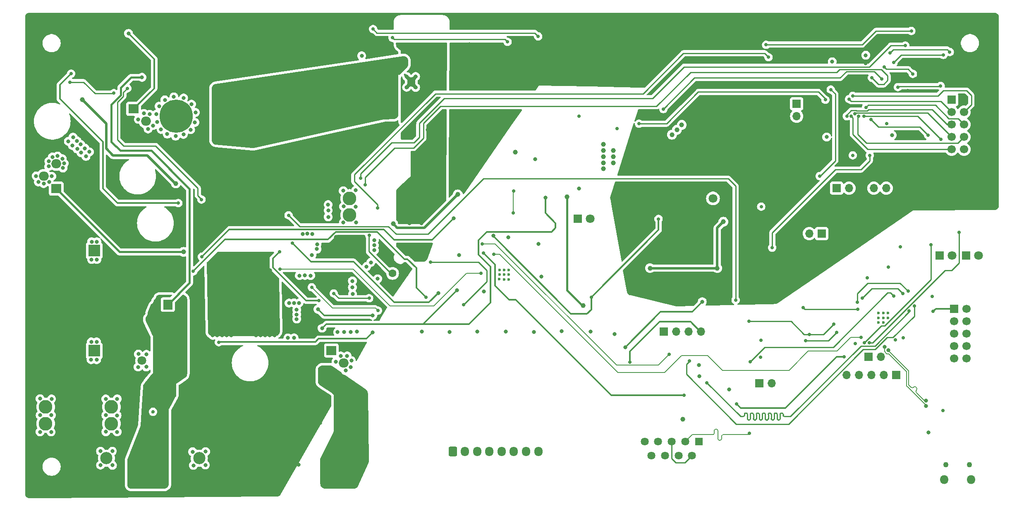
<source format=gbl>
G04 #@! TF.GenerationSoftware,KiCad,Pcbnew,8.0.8*
G04 #@! TF.CreationDate,2025-02-25T18:25:39+01:00*
G04 #@! TF.ProjectId,EPS,4550532e-6b69-4636-9164-5f7063625858,rev?*
G04 #@! TF.SameCoordinates,Original*
G04 #@! TF.FileFunction,Copper,L4,Bot*
G04 #@! TF.FilePolarity,Positive*
%FSLAX46Y46*%
G04 Gerber Fmt 4.6, Leading zero omitted, Abs format (unit mm)*
G04 Created by KiCad (PCBNEW 8.0.8) date 2025-02-25 18:25:39*
%MOMM*%
%LPD*%
G01*
G04 APERTURE LIST*
G04 Aperture macros list*
%AMRoundRect*
0 Rectangle with rounded corners*
0 $1 Rounding radius*
0 $2 $3 $4 $5 $6 $7 $8 $9 X,Y pos of 4 corners*
0 Add a 4 corners polygon primitive as box body*
4,1,4,$2,$3,$4,$5,$6,$7,$8,$9,$2,$3,0*
0 Add four circle primitives for the rounded corners*
1,1,$1+$1,$2,$3*
1,1,$1+$1,$4,$5*
1,1,$1+$1,$6,$7*
1,1,$1+$1,$8,$9*
0 Add four rect primitives between the rounded corners*
20,1,$1+$1,$2,$3,$4,$5,0*
20,1,$1+$1,$4,$5,$6,$7,0*
20,1,$1+$1,$6,$7,$8,$9,0*
20,1,$1+$1,$8,$9,$2,$3,0*%
G04 Aperture macros list end*
G04 #@! TA.AperFunction,ComponentPad*
%ADD10R,1.700000X1.700000*%
G04 #@! TD*
G04 #@! TA.AperFunction,ComponentPad*
%ADD11O,1.700000X1.700000*%
G04 #@! TD*
G04 #@! TA.AperFunction,ComponentPad*
%ADD12C,6.800000*%
G04 #@! TD*
G04 #@! TA.AperFunction,ComponentPad*
%ADD13C,2.800000*%
G04 #@! TD*
G04 #@! TA.AperFunction,ComponentPad*
%ADD14C,1.800000*%
G04 #@! TD*
G04 #@! TA.AperFunction,ComponentPad*
%ADD15R,1.800000X1.800000*%
G04 #@! TD*
G04 #@! TA.AperFunction,ComponentPad*
%ADD16C,2.500000*%
G04 #@! TD*
G04 #@! TA.AperFunction,ComponentPad*
%ADD17O,2.000000X1.905000*%
G04 #@! TD*
G04 #@! TA.AperFunction,ComponentPad*
%ADD18R,2.000000X1.905000*%
G04 #@! TD*
G04 #@! TA.AperFunction,ComponentPad*
%ADD19C,1.600000*%
G04 #@! TD*
G04 #@! TA.AperFunction,ComponentPad*
%ADD20C,2.400000*%
G04 #@! TD*
G04 #@! TA.AperFunction,ComponentPad*
%ADD21R,2.400000X2.400000*%
G04 #@! TD*
G04 #@! TA.AperFunction,ComponentPad*
%ADD22O,1.905000X2.000000*%
G04 #@! TD*
G04 #@! TA.AperFunction,ComponentPad*
%ADD23R,1.905000X2.000000*%
G04 #@! TD*
G04 #@! TA.AperFunction,ComponentPad*
%ADD24C,1.700000*%
G04 #@! TD*
G04 #@! TA.AperFunction,ComponentPad*
%ADD25RoundRect,0.250000X-0.600000X-0.725000X0.600000X-0.725000X0.600000X0.725000X-0.600000X0.725000X0*%
G04 #@! TD*
G04 #@! TA.AperFunction,ComponentPad*
%ADD26O,1.700000X1.950000*%
G04 #@! TD*
G04 #@! TA.AperFunction,ComponentPad*
%ADD27R,1.635000X1.635000*%
G04 #@! TD*
G04 #@! TA.AperFunction,ComponentPad*
%ADD28C,1.635000*%
G04 #@! TD*
G04 #@! TA.AperFunction,ComponentPad*
%ADD29O,1.800000X1.800000*%
G04 #@! TD*
G04 #@! TA.AperFunction,ComponentPad*
%ADD30C,1.100000*%
G04 #@! TD*
G04 #@! TA.AperFunction,ComponentPad*
%ADD31R,2.000000X2.000000*%
G04 #@! TD*
G04 #@! TA.AperFunction,ComponentPad*
%ADD32C,2.000000*%
G04 #@! TD*
G04 #@! TA.AperFunction,ViaPad*
%ADD33C,0.800000*%
G04 #@! TD*
G04 #@! TA.AperFunction,ViaPad*
%ADD34C,1.000000*%
G04 #@! TD*
G04 #@! TA.AperFunction,ViaPad*
%ADD35C,0.700000*%
G04 #@! TD*
G04 #@! TA.AperFunction,ViaPad*
%ADD36C,0.600000*%
G04 #@! TD*
G04 #@! TA.AperFunction,Conductor*
%ADD37C,0.250000*%
G04 #@! TD*
G04 #@! TA.AperFunction,Conductor*
%ADD38C,0.300000*%
G04 #@! TD*
G04 #@! TA.AperFunction,Conductor*
%ADD39C,0.400000*%
G04 #@! TD*
G04 #@! TA.AperFunction,Conductor*
%ADD40C,0.500000*%
G04 #@! TD*
G04 #@! TA.AperFunction,Conductor*
%ADD41C,0.200000*%
G04 #@! TD*
G04 APERTURE END LIST*
D10*
X203210000Y-81210000D03*
D11*
X205750000Y-81210000D03*
X208290000Y-81210000D03*
X210830000Y-81210000D03*
X213370000Y-81210000D03*
D12*
X68000000Y-66500000D03*
X81000000Y-66500000D03*
D13*
X103515000Y-83300000D03*
X103515000Y-86700000D03*
X116985000Y-83300000D03*
X116985000Y-86700000D03*
D14*
X152780000Y-87475000D03*
D15*
X150240000Y-87475000D03*
D16*
X72725000Y-136500000D03*
X82225000Y-136500000D03*
D17*
X59287500Y-70040000D03*
X61827500Y-67500000D03*
D18*
X59287500Y-64960000D03*
D10*
X215365000Y-119500000D03*
D11*
X212825000Y-119500000D03*
X210285000Y-119500000D03*
X207745000Y-119500000D03*
X205205000Y-119500000D03*
D19*
X112300000Y-98650000D03*
X114800000Y-98650000D03*
D15*
X224290000Y-95000000D03*
D14*
X226830000Y-95000000D03*
D20*
X43727780Y-114500000D03*
D21*
X51227780Y-114500000D03*
D13*
X54750000Y-129420000D03*
X54750000Y-126020000D03*
X41280000Y-129420000D03*
X41280000Y-126020000D03*
D17*
X43462500Y-76210000D03*
X40922500Y-78750000D03*
D18*
X43462500Y-81290000D03*
D19*
X116132677Y-59450000D03*
X111132677Y-59450000D03*
D14*
X61015280Y-116510000D03*
X68515280Y-118410000D03*
D22*
X61210000Y-105037500D03*
X63750000Y-107577500D03*
D23*
X66290000Y-105037500D03*
D15*
X229750000Y-95000000D03*
D14*
X232290000Y-95000000D03*
D10*
X187375000Y-121140000D03*
D11*
X189915000Y-121140000D03*
D10*
X209750000Y-115765000D03*
D11*
X212290000Y-115765000D03*
D18*
X99787500Y-114460000D03*
D17*
X102327500Y-117000000D03*
X99787500Y-119540000D03*
D10*
X200145000Y-90490000D03*
D11*
X197605000Y-90490000D03*
D10*
X226750000Y-63090000D03*
D24*
X229290000Y-63090000D03*
X226750000Y-65630000D03*
X229290000Y-65630000D03*
X226750000Y-68170000D03*
X229290000Y-68170000D03*
X226750000Y-70710000D03*
X229290000Y-70710000D03*
X226750000Y-73250000D03*
X229290000Y-73250000D03*
D10*
X195025000Y-63935000D03*
D11*
X195025000Y-66475000D03*
D15*
X180440000Y-83300000D03*
D14*
X177900000Y-83300000D03*
D16*
X91725000Y-136500000D03*
X101225000Y-136500000D03*
D25*
X124630000Y-135160000D03*
D26*
X127130000Y-135160000D03*
X129630000Y-135160000D03*
X132130000Y-135160000D03*
X134630000Y-135160000D03*
X137130000Y-135160000D03*
X139630000Y-135160000D03*
X142130000Y-135160000D03*
D16*
X53730000Y-136500000D03*
X63230000Y-136500000D03*
D27*
X174990000Y-133120000D03*
D28*
X172220000Y-133120000D03*
X169450000Y-133120000D03*
X166680000Y-133120000D03*
X163910000Y-133120000D03*
X173605000Y-135960000D03*
X170835000Y-135960000D03*
X168065000Y-135960000D03*
X165295000Y-135960000D03*
D10*
X167850000Y-110580000D03*
D11*
X170390000Y-110580000D03*
X172930000Y-110580000D03*
X175470000Y-110580000D03*
D29*
X225245000Y-140880000D03*
D30*
X225555000Y-137800000D03*
X230395000Y-137800000D03*
D29*
X230705000Y-140880000D03*
D10*
X227290000Y-105880000D03*
D24*
X229830000Y-105880000D03*
X227290000Y-108420000D03*
X229830000Y-108420000D03*
X227290000Y-110960000D03*
X229830000Y-110960000D03*
X227290000Y-113500000D03*
X229830000Y-113500000D03*
X227290000Y-116040000D03*
X229830000Y-116040000D03*
D31*
X121000000Y-59250000D03*
D32*
X126000000Y-59250000D03*
D31*
X120867677Y-70750000D03*
D32*
X125867677Y-70750000D03*
D19*
X111167677Y-69250000D03*
X116167677Y-69250000D03*
D21*
X51227780Y-94000000D03*
D20*
X43727780Y-94000000D03*
D33*
X115200000Y-58350000D03*
X61275000Y-106825000D03*
X60875000Y-102525000D03*
X59900000Y-104075000D03*
X81025000Y-135025000D03*
D34*
X75250000Y-126250000D03*
D33*
X64500000Y-49250000D03*
X42400000Y-115775000D03*
X124700000Y-69625000D03*
X110075000Y-68275000D03*
X93075000Y-135150000D03*
D35*
X217750000Y-61250000D03*
D33*
X93125000Y-110525000D03*
X45050000Y-115750000D03*
D34*
X161200000Y-77275000D03*
D33*
X42425000Y-113200000D03*
D34*
X101750000Y-92750000D03*
D33*
X97500000Y-129250000D03*
X45025000Y-92700000D03*
X90500000Y-135100000D03*
X57650000Y-69925000D03*
D35*
X208500000Y-74500000D03*
D33*
X42450000Y-95300000D03*
D35*
X42250000Y-61750000D03*
D33*
X45050000Y-113225000D03*
D34*
X102750000Y-94250000D03*
X102750000Y-91250000D03*
D33*
X115175000Y-60550000D03*
X59875000Y-103050000D03*
X164000000Y-75500000D03*
X60950000Y-70050000D03*
X127025000Y-71900000D03*
X199775000Y-69230000D03*
X124875000Y-60400000D03*
D34*
X77250000Y-126250000D03*
D33*
X81025000Y-137950000D03*
X90450000Y-137900000D03*
X110050000Y-70150000D03*
X62525000Y-104125000D03*
X93050000Y-137825000D03*
D34*
X100750000Y-94250000D03*
D35*
X187750000Y-83370000D03*
D34*
X202000000Y-95070000D03*
D33*
X216780000Y-70950000D03*
X117025000Y-58325000D03*
X60675000Y-103500000D03*
X207550000Y-50175000D03*
X127025000Y-69600000D03*
X83475000Y-135050000D03*
X61750000Y-103475000D03*
X92000000Y-127500000D03*
D34*
X165080000Y-95080000D03*
D33*
X60675000Y-70950000D03*
D35*
X179000000Y-70750000D03*
X63250000Y-127000000D03*
D33*
X45050000Y-95250000D03*
D34*
X100750000Y-91250000D03*
D33*
X117025000Y-60575000D03*
D34*
X77250000Y-129250000D03*
D33*
X128000000Y-51750000D03*
D34*
X76250000Y-127750000D03*
D33*
X83550000Y-137850000D03*
X62100000Y-102650000D03*
X59700000Y-71575000D03*
X124800000Y-58175000D03*
X98490000Y-102840000D03*
X63025000Y-103275000D03*
X127125000Y-58100000D03*
X103750000Y-52250000D03*
X186600000Y-90130000D03*
D35*
X207750000Y-58500000D03*
D33*
X57825000Y-70825000D03*
X58600000Y-71500000D03*
D34*
X75250000Y-129250000D03*
D33*
X42450000Y-92675000D03*
X204425000Y-55250000D03*
X209175000Y-55625000D03*
X124675000Y-71850000D03*
X127125000Y-60400000D03*
X112275000Y-68300000D03*
X39325000Y-78700000D03*
X51750000Y-95825000D03*
X55930000Y-124350000D03*
X60200000Y-117825000D03*
X50675000Y-95825000D03*
X51750000Y-92175000D03*
X61900000Y-115225000D03*
X51725000Y-116325000D03*
X53610000Y-131090000D03*
X51725000Y-112675000D03*
X61875000Y-117800000D03*
X42000000Y-79900000D03*
X39775000Y-79925000D03*
X50575000Y-116325000D03*
X53590000Y-124360000D03*
X40875000Y-80275000D03*
X55900000Y-131110000D03*
X60275000Y-115175000D03*
X55890000Y-127730000D03*
X50700000Y-92175000D03*
X50625000Y-112675000D03*
X42525000Y-78775000D03*
X53620000Y-127710000D03*
X111150000Y-57975000D03*
X80375000Y-70525000D03*
X82650000Y-62750000D03*
X84625000Y-68300000D03*
X97925000Y-62825000D03*
X96000000Y-60900000D03*
X110075000Y-60425000D03*
X109325000Y-62550000D03*
X110075000Y-58450000D03*
X97600000Y-66700000D03*
X97000000Y-64300000D03*
X98250000Y-64025000D03*
X85000000Y-66850000D03*
X98600000Y-65150000D03*
X96625000Y-63125000D03*
X97300000Y-65500000D03*
X79425000Y-62825000D03*
X78050000Y-63725000D03*
X77025000Y-67200000D03*
X78675000Y-69800000D03*
X112150000Y-58450000D03*
X81000000Y-62450000D03*
X96300000Y-62000000D03*
X97600000Y-61700000D03*
X109275000Y-66125000D03*
X109275000Y-64900000D03*
X97300000Y-60600000D03*
X97000000Y-59450000D03*
X111100000Y-60900000D03*
X95700000Y-59800000D03*
X83925000Y-63625000D03*
X109300000Y-63800000D03*
X98900000Y-66375000D03*
X108225000Y-64875000D03*
X108200000Y-62575000D03*
X77600000Y-68675000D03*
X84800000Y-65150000D03*
X112150000Y-60425000D03*
X112600000Y-59425000D03*
X77150000Y-65300000D03*
X108175000Y-66125000D03*
X109675000Y-59425000D03*
X82175000Y-70400000D03*
X108225000Y-63800000D03*
X83600000Y-69575000D03*
X117250000Y-93125000D03*
X118200000Y-88350000D03*
X122275000Y-69225000D03*
X118100000Y-81575000D03*
X119375000Y-72175000D03*
X118625000Y-54525000D03*
X118975000Y-78375000D03*
X117250000Y-94200000D03*
X117725000Y-78375000D03*
X122325000Y-72200000D03*
X119850000Y-53625000D03*
X119500000Y-57825000D03*
X118150000Y-85000000D03*
X116300000Y-95250000D03*
X115825000Y-81600000D03*
X121425000Y-78325000D03*
X116800000Y-67975000D03*
X119450000Y-69275000D03*
X122400000Y-57775000D03*
X120175000Y-78375000D03*
X115775000Y-88350000D03*
X115825000Y-85000000D03*
X117650000Y-55650000D03*
X119550000Y-60700000D03*
X122475000Y-60675000D03*
X115100000Y-70225000D03*
X92125000Y-104700000D03*
X90875000Y-111875000D03*
X92675000Y-108000000D03*
X95825000Y-90550000D03*
X93125000Y-104725000D03*
X93900000Y-90550000D03*
X102200000Y-81725000D03*
X92675000Y-107075000D03*
X104750000Y-81650000D03*
X97000000Y-106000000D03*
X95800000Y-94875000D03*
X132925000Y-90900000D03*
X108250000Y-107275000D03*
X94350000Y-99075000D03*
X102225000Y-88250000D03*
X104725000Y-84975000D03*
D35*
X152975000Y-103525000D03*
D33*
X92125000Y-111850000D03*
X96850000Y-92675000D03*
X95525000Y-99100000D03*
D35*
X166750000Y-87500000D03*
D33*
X104800000Y-88250000D03*
X91100000Y-104725000D03*
X92675000Y-106125000D03*
X99125000Y-85775000D03*
X96825000Y-93675000D03*
X99125000Y-87100000D03*
X102275000Y-84950000D03*
X99100000Y-84575000D03*
X94825000Y-90525000D03*
X93225000Y-99100000D03*
D35*
X120075000Y-96375000D03*
X126850000Y-105050000D03*
D33*
X74025000Y-135150000D03*
X97875000Y-109875000D03*
X125475000Y-102100000D03*
X71375000Y-135175000D03*
X71525000Y-137975000D03*
X73975000Y-137900000D03*
X143575000Y-83150000D03*
X86200000Y-105350000D03*
X85225000Y-104050000D03*
X76425000Y-105350000D03*
D35*
X84750000Y-101625000D03*
X78000000Y-102275000D03*
D33*
X124850000Y-87350000D03*
X77400000Y-111350000D03*
X84325000Y-111350000D03*
D35*
X78000000Y-108375000D03*
X85750000Y-107225000D03*
D33*
X79250000Y-111350000D03*
X87250000Y-98025000D03*
X88150000Y-111350000D03*
D35*
X78000000Y-99975000D03*
D33*
X86200000Y-104025000D03*
X87125000Y-105375000D03*
D35*
X78000000Y-107225000D03*
D33*
X79225000Y-105350000D03*
D35*
X85750000Y-102175000D03*
X73250000Y-95250000D03*
D33*
X76425000Y-111350000D03*
X84350000Y-98000000D03*
D35*
X78000000Y-109525000D03*
D33*
X79150000Y-98100000D03*
X77250000Y-98100000D03*
X79225000Y-104075000D03*
X85300000Y-98025000D03*
D35*
X85750000Y-108375000D03*
X84750000Y-108975000D03*
D33*
X78200000Y-98100000D03*
D35*
X79000000Y-101725000D03*
X79000000Y-107775000D03*
X79000000Y-100525000D03*
D33*
X77350000Y-105350000D03*
D35*
X85750000Y-101025000D03*
D33*
X75350000Y-98100000D03*
X84275000Y-105350000D03*
X76425000Y-104150000D03*
X75475000Y-111350000D03*
X86275000Y-98025000D03*
X75475000Y-105350000D03*
D35*
X79000000Y-108975000D03*
D33*
X77325000Y-104150000D03*
X88075000Y-105350000D03*
X87175000Y-111350000D03*
D35*
X84750000Y-100425000D03*
D33*
X75450000Y-104150000D03*
X76300000Y-98100000D03*
X85225000Y-105350000D03*
D35*
X84750000Y-107775000D03*
D33*
X86225000Y-111350000D03*
X78275000Y-104125000D03*
X88125000Y-104050000D03*
X85275000Y-111350000D03*
X84250000Y-104050000D03*
D35*
X85750000Y-109525000D03*
D33*
X78275000Y-105350000D03*
X87150000Y-104050000D03*
X78325000Y-111350000D03*
D35*
X78000000Y-101125000D03*
X85750000Y-99875000D03*
X171940000Y-123600000D03*
X130890000Y-94480000D03*
X188775000Y-51850000D03*
X135850000Y-51250000D03*
X112275000Y-50400000D03*
X218500000Y-49000000D03*
D33*
X61000000Y-58500000D03*
D35*
X68450000Y-84250000D03*
X46500000Y-57750000D03*
D34*
X69500000Y-94250000D03*
D33*
X58250000Y-49500000D03*
X175700000Y-104450000D03*
X159920000Y-113820000D03*
D34*
X125650000Y-82475000D03*
X67925000Y-80225000D03*
X165000000Y-97575000D03*
X48777081Y-63074999D03*
X178750000Y-97575000D03*
X180020000Y-88080000D03*
X112425000Y-88500000D03*
X157500000Y-73500000D03*
D33*
X214590000Y-70340000D03*
D34*
X171500000Y-68250000D03*
X157500000Y-76000000D03*
D35*
X222950000Y-106425000D03*
D33*
X175100000Y-119700000D03*
D35*
X209475000Y-99600000D03*
X187760000Y-112380000D03*
D34*
X155500000Y-72250000D03*
X157500000Y-74750000D03*
X170500000Y-69250000D03*
D35*
X187770000Y-84980000D03*
X213500000Y-68000000D03*
D34*
X155500000Y-74750000D03*
X155500000Y-76000000D03*
X169500000Y-70250000D03*
D33*
X105975000Y-54100000D03*
D34*
X155500000Y-77250000D03*
D33*
X109250000Y-99750000D03*
D35*
X216250000Y-93250000D03*
X206520000Y-74470000D03*
D34*
X155500000Y-73500000D03*
D33*
X202300000Y-55300000D03*
X209175000Y-53975000D03*
X201175000Y-70730000D03*
D35*
X207000000Y-113000000D03*
X216825000Y-111875000D03*
D33*
X102350000Y-110650000D03*
X103750000Y-110650000D03*
X103875000Y-116525000D03*
X105000000Y-110600000D03*
X108575000Y-91850000D03*
X101700000Y-115550000D03*
X108575000Y-93925000D03*
X103700000Y-117850000D03*
X104075000Y-100200000D03*
X107850000Y-96400000D03*
X106975000Y-97250000D03*
X100725000Y-116725000D03*
X101050000Y-110675000D03*
X104075000Y-101500000D03*
X108575000Y-92900000D03*
X103000000Y-115550000D03*
X102675000Y-118550000D03*
X104125000Y-102875000D03*
D35*
X212950000Y-56375000D03*
X218825000Y-57800000D03*
X107525000Y-90850000D03*
X189270000Y-54380000D03*
X109200000Y-85225000D03*
D33*
X67500000Y-119600000D03*
X67550000Y-117250000D03*
X61975000Y-135100000D03*
X61975000Y-137925000D03*
X69550000Y-119550000D03*
X64400000Y-135050000D03*
X64775000Y-108825000D03*
X63725000Y-105925000D03*
X69500000Y-117250000D03*
X64500000Y-137900000D03*
X62725000Y-108825000D03*
D35*
X215750000Y-60500000D03*
X224500000Y-60250000D03*
X199740000Y-78720000D03*
X202000000Y-61000000D03*
X226370000Y-53300000D03*
X214100000Y-53500000D03*
X142112500Y-50112500D03*
X108325000Y-48625000D03*
X210215000Y-67135000D03*
X221920000Y-70350000D03*
X55250000Y-61750000D03*
X46250000Y-59500000D03*
X217250000Y-52000000D03*
X105775000Y-79125000D03*
D33*
X98625000Y-120675000D03*
X101425000Y-119675000D03*
X98525000Y-118475000D03*
X102675000Y-135275000D03*
X99750000Y-121125000D03*
X99775000Y-135275000D03*
X99825000Y-137800000D03*
X100900000Y-120675000D03*
X102600000Y-137800000D03*
X98150000Y-119575000D03*
D35*
X202660000Y-109050000D03*
X197660000Y-111150000D03*
X185230000Y-108480000D03*
X109300000Y-106275000D03*
X95750000Y-101500000D03*
X168930000Y-115230000D03*
X130630000Y-92620000D03*
X119100000Y-103525000D03*
X71500000Y-98250000D03*
X203220000Y-110750000D03*
X196844504Y-112410000D03*
X89275000Y-97750000D03*
X130361257Y-98645845D03*
X137050000Y-81800000D03*
X137000000Y-86300000D03*
X133050000Y-94750000D03*
X208250000Y-111750000D03*
X182730000Y-125370000D03*
X204775000Y-115740000D03*
X218040000Y-106325000D03*
X176652500Y-121072500D03*
X228250000Y-90250000D03*
X209879593Y-112825000D03*
X207425000Y-104600000D03*
X217825000Y-102250000D03*
X219100000Y-105350000D03*
X173110000Y-116575000D03*
X196360000Y-105640000D03*
X182525000Y-104125000D03*
X207500000Y-106000000D03*
X91000000Y-86750000D03*
D33*
X221530876Y-124689124D03*
X213781232Y-114411232D03*
D35*
X222500000Y-92750000D03*
X208900000Y-112825000D03*
X208475000Y-103725000D03*
X216750000Y-102750000D03*
X214865000Y-103275000D03*
X185540000Y-116710000D03*
X100250000Y-102750000D03*
X107500000Y-103750000D03*
X167750000Y-65000000D03*
X212475000Y-58850000D03*
X190020000Y-93380000D03*
X210000000Y-74500000D03*
X106675000Y-80525000D03*
X210438373Y-58586627D03*
X205290000Y-66460000D03*
X206190003Y-66460000D03*
X205750000Y-62960000D03*
X214862500Y-55487500D03*
X225050000Y-53910000D03*
X209226471Y-64660000D03*
X207715000Y-66460000D03*
X206952500Y-65981881D03*
X206500000Y-62285000D03*
X224540000Y-71210000D03*
X208790000Y-66460000D03*
X200897702Y-63102298D03*
X162750000Y-68000000D03*
X73190686Y-83525000D03*
X58000000Y-60750000D03*
D33*
X48450000Y-72225000D03*
X64900000Y-69175000D03*
X65675000Y-63125000D03*
X60250000Y-67125000D03*
X67875000Y-70550000D03*
X71150000Y-64000000D03*
X48550000Y-73950000D03*
X67525000Y-62500000D03*
X62250000Y-69075000D03*
X50225000Y-73775000D03*
X71850000Y-67725000D03*
X61400000Y-65900000D03*
X63225000Y-68375000D03*
X43725000Y-74625000D03*
X66175000Y-70125000D03*
X64500000Y-64425000D03*
X47675000Y-71500000D03*
X47725000Y-73175000D03*
X63950000Y-66050000D03*
X46900000Y-70750000D03*
X44700000Y-75175000D03*
X70950000Y-69225000D03*
X64075000Y-67650000D03*
X71950000Y-65700000D03*
X69500000Y-70200000D03*
X44825000Y-77075000D03*
X49525000Y-74700000D03*
X45075000Y-76100000D03*
X45925000Y-71600000D03*
X46750000Y-72475000D03*
X42675000Y-74800000D03*
X41900000Y-76725000D03*
X49325000Y-73025000D03*
X41925000Y-75675000D03*
X62575000Y-66050000D03*
X69525000Y-62725000D03*
D35*
X185390000Y-131430000D03*
X76750000Y-112750000D03*
D33*
X108250000Y-110775000D03*
D35*
X89175000Y-94200000D03*
X97250000Y-104250000D03*
D34*
X151300003Y-105250000D03*
X148000000Y-83000000D03*
D36*
X136075000Y-97925000D03*
X211750000Y-108750000D03*
D33*
X135475000Y-110600000D03*
D36*
X136100000Y-99900000D03*
D33*
X129650000Y-110575000D03*
X124000000Y-110650000D03*
X141225000Y-110675000D03*
D36*
X134150000Y-99850000D03*
D35*
X213837500Y-97337500D03*
X222750000Y-103375000D03*
D33*
X141500000Y-75250000D03*
D35*
X91800000Y-92450000D03*
D33*
X142725000Y-99350000D03*
D34*
X137410000Y-73840000D03*
D33*
X121650000Y-102675000D03*
X152800000Y-110575000D03*
D36*
X212790000Y-107750000D03*
D33*
X136025000Y-91250000D03*
D36*
X134175000Y-98850000D03*
X135175000Y-97925000D03*
D34*
X171680000Y-128520000D03*
D33*
X146950000Y-110500000D03*
D36*
X134175000Y-97950000D03*
D33*
X150500000Y-81250000D03*
X181200000Y-122400000D03*
X157760000Y-111090000D03*
D36*
X135150000Y-99875000D03*
D35*
X187640000Y-115790000D03*
X225000000Y-126750000D03*
X158250000Y-69000000D03*
D33*
X175000000Y-117425000D03*
D36*
X212750000Y-106750000D03*
X212750000Y-108750000D03*
D33*
X118275000Y-110550000D03*
X142150000Y-92625000D03*
X125875000Y-94875000D03*
X130975000Y-102400000D03*
X221980000Y-131260000D03*
D36*
X135150000Y-98850000D03*
X213750000Y-106750000D03*
X213750000Y-107750000D03*
D35*
X215222298Y-112232298D03*
D36*
X211750000Y-107750000D03*
X136100000Y-98850000D03*
D35*
X150500000Y-66500000D03*
D36*
X211750000Y-106750000D03*
D33*
X221500000Y-125790000D03*
X213038768Y-113668768D03*
D35*
X160900000Y-116800000D03*
D33*
X40130000Y-124320000D03*
X42390000Y-131130000D03*
X42450000Y-127690000D03*
X40130000Y-131110000D03*
X54950000Y-137950000D03*
X52520000Y-135060000D03*
X42490000Y-124360000D03*
X52510000Y-137920000D03*
X54940000Y-135060000D03*
X40150000Y-127710000D03*
D37*
X169450000Y-136570000D02*
X170280000Y-137400000D01*
X169450000Y-133120000D02*
X169450000Y-136570000D01*
X170280000Y-137400000D02*
X172165000Y-137400000D01*
X172165000Y-137400000D02*
X173605000Y-135960000D01*
D38*
X152975000Y-106050000D02*
X152100000Y-106925000D01*
X152975000Y-103525000D02*
X152975000Y-106050000D01*
X152100000Y-106925000D02*
X148795000Y-106925000D01*
X108250000Y-107275000D02*
X98275000Y-107275000D01*
X148795000Y-106925000D02*
X132925000Y-91055000D01*
X108275000Y-107250000D02*
X108250000Y-107275000D01*
X166750000Y-89750000D02*
X166750000Y-87500000D01*
X98275000Y-107275000D02*
X97000000Y-106000000D01*
X152975000Y-103525000D02*
X166750000Y-89750000D01*
X132925000Y-91055000D02*
X132925000Y-90900000D01*
D37*
X126850000Y-105050000D02*
X131550000Y-100350000D01*
X131550000Y-98050000D02*
X129875000Y-96375000D01*
X129875000Y-96375000D02*
X120075000Y-96375000D01*
X131550000Y-100350000D02*
X131550000Y-98050000D01*
D38*
X127950000Y-109050000D02*
X118525000Y-109050000D01*
X131600000Y-90150000D02*
X129880000Y-91870000D01*
X118525000Y-109050000D02*
X125475000Y-102100000D01*
X129880000Y-94840000D02*
X132350000Y-97310000D01*
X143575000Y-83150000D02*
X143575000Y-86275000D01*
X144850000Y-90150000D02*
X131600000Y-90150000D01*
X143575000Y-86275000D02*
X145650000Y-88350000D01*
X97875000Y-109875000D02*
X98700000Y-109050000D01*
X132350000Y-97310000D02*
X132350000Y-104650000D01*
X98700000Y-109050000D02*
X118525000Y-109050000D01*
X129880000Y-91870000D02*
X129880000Y-94840000D01*
X145650000Y-89350000D02*
X144850000Y-90150000D01*
X145650000Y-88350000D02*
X145650000Y-89350000D01*
X132350000Y-104650000D02*
X127950000Y-109050000D01*
X73250000Y-95250000D02*
X78875000Y-89625000D01*
X112600000Y-91750000D02*
X120450000Y-91750000D01*
X120450000Y-91750000D02*
X124850000Y-87350000D01*
X110475000Y-89625000D02*
X112600000Y-91750000D01*
X78875000Y-89625000D02*
X110475000Y-89625000D01*
X137500000Y-104060000D02*
X136190000Y-104060000D01*
X133300000Y-101170000D02*
X133300000Y-96890000D01*
X136190000Y-104060000D02*
X133300000Y-101170000D01*
X157040000Y-123600000D02*
X137500000Y-104060000D01*
X133300000Y-96890000D02*
X130890000Y-94480000D01*
X171940000Y-123600000D02*
X157040000Y-123600000D01*
D37*
X208425000Y-51800000D02*
X211225000Y-49000000D01*
X112275000Y-50400000D02*
X112625000Y-50750000D01*
X188775000Y-51850000D02*
X188825000Y-51800000D01*
X135350000Y-50750000D02*
X135850000Y-51250000D01*
X112625000Y-50750000D02*
X135350000Y-50750000D01*
X188825000Y-51800000D02*
X208425000Y-51800000D01*
X211225000Y-49000000D02*
X218500000Y-49000000D01*
D39*
X70750000Y-100577500D02*
X66290000Y-105037500D01*
X58800000Y-58500000D02*
X56650000Y-60650000D01*
X70750000Y-81325000D02*
X70750000Y-100577500D01*
X54750000Y-64050000D02*
X54750000Y-71675000D01*
X62925000Y-73500000D02*
X70750000Y-81325000D01*
X56650000Y-62150000D02*
X54750000Y-64050000D01*
X54750000Y-71675000D02*
X56575000Y-73500000D01*
X56575000Y-73500000D02*
X62925000Y-73500000D01*
X61000000Y-58500000D02*
X58800000Y-58500000D01*
X56650000Y-60650000D02*
X56650000Y-62150000D01*
D38*
X53000000Y-71700000D02*
X53000000Y-81250000D01*
X44200000Y-60050000D02*
X44200000Y-62900000D01*
X56000000Y-84250000D02*
X68450000Y-84250000D01*
X53000000Y-81250000D02*
X56000000Y-84250000D01*
X44200000Y-62900000D02*
X53000000Y-71700000D01*
X46500000Y-57750000D02*
X44200000Y-60050000D01*
D39*
X43462500Y-81290000D02*
X56422500Y-94250000D01*
X56422500Y-94250000D02*
X69500000Y-94250000D01*
D38*
X63500000Y-60747500D02*
X63500000Y-54750000D01*
X59287500Y-64960000D02*
X63500000Y-60747500D01*
X63500000Y-54750000D02*
X58250000Y-49500000D01*
X167170000Y-106500000D02*
X173650000Y-106500000D01*
X159920000Y-113750000D02*
X167170000Y-106500000D01*
X173650000Y-106500000D02*
X175700000Y-104450000D01*
X159920000Y-113820000D02*
X159920000Y-113750000D01*
D40*
X53700000Y-73100000D02*
X53700000Y-67997918D01*
X178750000Y-97575000D02*
X178750000Y-89350000D01*
X67925000Y-80225000D02*
X67800000Y-80225000D01*
X118825000Y-89300000D02*
X113225000Y-89300000D01*
X55075000Y-74475000D02*
X53700000Y-73100000D01*
X178750000Y-97575000D02*
X165000000Y-97575000D01*
X113225000Y-89300000D02*
X112425000Y-88500000D01*
X62050000Y-74475000D02*
X55075000Y-74475000D01*
X53700000Y-67997918D02*
X48777081Y-63074999D01*
X178750000Y-89350000D02*
X180020000Y-88080000D01*
X67800000Y-80225000D02*
X62050000Y-74475000D01*
X125650000Y-82475000D02*
X118825000Y-89300000D01*
D38*
X223495000Y-105880000D02*
X227290000Y-105880000D01*
X222950000Y-106425000D02*
X223495000Y-105880000D01*
D37*
X218825000Y-57800000D02*
X217850000Y-56825000D01*
X213400000Y-56825000D02*
X212950000Y-56375000D01*
X217850000Y-56825000D02*
X213400000Y-56825000D01*
X111925000Y-98650000D02*
X112300000Y-98650000D01*
X163550000Y-61850000D02*
X121050000Y-61850000D01*
X171825000Y-53575000D02*
X163550000Y-61850000D01*
X104475000Y-79850000D02*
X109200000Y-84575000D01*
X109200000Y-84575000D02*
X109200000Y-85225000D01*
X188465000Y-53575000D02*
X171825000Y-53575000D01*
X107450000Y-94175000D02*
X111925000Y-98650000D01*
X104475000Y-78425000D02*
X104475000Y-79850000D01*
X121050000Y-61850000D02*
X104475000Y-78425000D01*
X107450000Y-90925000D02*
X107450000Y-94175000D01*
X189270000Y-54380000D02*
X188465000Y-53575000D01*
X107525000Y-90850000D02*
X107450000Y-90925000D01*
X224400000Y-60350000D02*
X215900000Y-60350000D01*
X215900000Y-60350000D02*
X215750000Y-60500000D01*
X224500000Y-60250000D02*
X224400000Y-60350000D01*
X199740000Y-78720000D02*
X199790000Y-78720000D01*
X202925000Y-75585000D02*
X202925000Y-61925000D01*
X199790000Y-78720000D02*
X202925000Y-75585000D01*
X202925000Y-61925000D02*
X202000000Y-61000000D01*
X214800000Y-52800000D02*
X214100000Y-53500000D01*
X225870000Y-52800000D02*
X214800000Y-52800000D01*
X226370000Y-53300000D02*
X225870000Y-52800000D01*
X141400000Y-49400000D02*
X109100000Y-49400000D01*
X142112500Y-50112500D02*
X141400000Y-49400000D01*
X109100000Y-49400000D02*
X108325000Y-48625000D01*
X220245000Y-68675000D02*
X211755000Y-68675000D01*
X221920000Y-70350000D02*
X220245000Y-68675000D01*
X211755000Y-68675000D02*
X210215000Y-67135000D01*
X55250000Y-61750000D02*
X55200000Y-61800000D01*
X49075000Y-59500000D02*
X46250000Y-59500000D01*
X55200000Y-61800000D02*
X51375000Y-61800000D01*
X51375000Y-61800000D02*
X49075000Y-59500000D01*
X116650000Y-71900000D02*
X117775000Y-70775000D01*
X117775000Y-70775000D02*
X117775000Y-67925000D01*
X171950000Y-56350000D02*
X209920000Y-56350000D01*
X209920000Y-56350000D02*
X214270000Y-52000000D01*
X214270000Y-52000000D02*
X217250000Y-52000000D01*
X122900000Y-62800000D02*
X165500000Y-62800000D01*
X165500000Y-62800000D02*
X171950000Y-56350000D01*
X117775000Y-67925000D02*
X122900000Y-62800000D01*
X105775000Y-79125000D02*
X105775000Y-78238604D01*
X112113604Y-71900000D02*
X116650000Y-71900000D01*
X105775000Y-78238604D02*
X112113604Y-71900000D01*
X200490000Y-111150000D02*
X202590000Y-109050000D01*
X196560000Y-111150000D02*
X193890000Y-108480000D01*
X197660000Y-111150000D02*
X200490000Y-111150000D01*
X202590000Y-109050000D02*
X202660000Y-109050000D01*
X197660000Y-111150000D02*
X196560000Y-111150000D01*
X193890000Y-108480000D02*
X185230000Y-108480000D01*
D41*
X100025000Y-105775000D02*
X95750000Y-101500000D01*
X108800000Y-105775000D02*
X100025000Y-105775000D01*
X109300000Y-106275000D02*
X108800000Y-105775000D01*
X158160000Y-117460000D02*
X133320000Y-92620000D01*
X133320000Y-92620000D02*
X130630000Y-92620000D01*
X168930000Y-115230000D02*
X166700000Y-117460000D01*
X166700000Y-117460000D02*
X158160000Y-117460000D01*
D38*
X109125000Y-90150000D02*
X100647918Y-90150000D01*
X78025000Y-91725000D02*
X71500000Y-98250000D01*
X100647918Y-90150000D02*
X99072918Y-91725000D01*
X117175000Y-101600000D02*
X117175000Y-97550000D01*
X115362500Y-95737500D02*
X114712500Y-95737500D01*
X99072918Y-91725000D02*
X78025000Y-91725000D01*
X114712500Y-95737500D02*
X109125000Y-90150000D01*
X117175000Y-97550000D02*
X115362500Y-95737500D01*
X119100000Y-103525000D02*
X117175000Y-101600000D01*
D37*
X196894504Y-112460000D02*
X201510000Y-112460000D01*
X196844504Y-112410000D02*
X196894504Y-112460000D01*
X201510000Y-112460000D02*
X203220000Y-110750000D01*
D41*
X127429155Y-98645845D02*
X130361257Y-98645845D01*
X104250000Y-97750000D02*
X111800000Y-105300000D01*
X89275000Y-97750000D02*
X104250000Y-97750000D01*
X120775000Y-105300000D02*
X127429155Y-98645845D01*
X111800000Y-105300000D02*
X120775000Y-105300000D01*
X137050000Y-81800000D02*
X137000000Y-81850000D01*
X137000000Y-81850000D02*
X137000000Y-86300000D01*
X171500000Y-115450000D02*
X176790000Y-115450000D01*
X203311041Y-114540000D02*
X206101041Y-111750000D01*
X134210000Y-94750000D02*
X158390000Y-118930000D01*
X133050000Y-94750000D02*
X134210000Y-94750000D01*
X168020000Y-118930000D02*
X171500000Y-115450000D01*
X206101041Y-111750000D02*
X208250000Y-111750000D01*
X193450000Y-118500000D02*
X197410000Y-114540000D01*
X179840000Y-118500000D02*
X193450000Y-118500000D01*
X158390000Y-118930000D02*
X168020000Y-118930000D01*
X197410000Y-114540000D02*
X203311041Y-114540000D01*
X176790000Y-115450000D02*
X179840000Y-118500000D01*
D38*
X182730000Y-125370000D02*
X183585000Y-126225000D01*
X192715000Y-126225000D02*
X203200000Y-115740000D01*
X183585000Y-126225000D02*
X192715000Y-126225000D01*
X203200000Y-115740000D02*
X204775000Y-115740000D01*
D37*
X191645439Y-127960000D02*
X191645439Y-127716000D01*
X185545439Y-128426000D02*
X185545439Y-127960000D01*
X184935439Y-127716000D02*
X184935439Y-127960000D01*
X186155439Y-127960000D02*
X186155439Y-128426000D01*
X186765439Y-127960000D02*
X186765439Y-127494000D01*
X192621439Y-127960000D02*
X193390000Y-127960000D01*
X188595439Y-127960000D02*
X188595439Y-128426000D01*
X176652500Y-121072500D02*
X183540000Y-127960000D01*
X183540000Y-127960000D02*
X184081439Y-127960000D01*
X185179439Y-128670000D02*
X185301439Y-128670000D01*
X186765439Y-128426000D02*
X186765439Y-127960000D01*
X189449439Y-127250000D02*
X189571439Y-127250000D01*
X190425439Y-128426000D02*
X190425439Y-127960000D01*
X218040000Y-106544009D02*
X218040000Y-106325000D01*
X184325439Y-127716000D02*
X184325439Y-127494000D01*
X186399439Y-128670000D02*
X186521439Y-128670000D01*
X193715000Y-127960000D02*
X208175000Y-113500000D01*
X187985439Y-127960000D02*
X187985439Y-127494000D01*
X191645439Y-127716000D02*
X191645439Y-127494000D01*
X191645439Y-128426000D02*
X191645439Y-127960000D01*
X193390000Y-127960000D02*
X193715000Y-127960000D01*
X187619439Y-128670000D02*
X187741439Y-128670000D01*
X187985439Y-128426000D02*
X187985439Y-127960000D01*
X191889439Y-127250000D02*
X192011439Y-127250000D01*
X191035439Y-127960000D02*
X191035439Y-128426000D01*
X190425439Y-127960000D02*
X190425439Y-127494000D01*
X185545439Y-127960000D02*
X185545439Y-127494000D01*
X190059439Y-128670000D02*
X190181439Y-128670000D01*
X184569439Y-127250000D02*
X184691439Y-127250000D01*
X191279439Y-128670000D02*
X191401439Y-128670000D01*
X184935439Y-127960000D02*
X184935439Y-128426000D01*
X187375439Y-127960000D02*
X187375439Y-128426000D01*
X187009439Y-127250000D02*
X187131439Y-127250000D01*
X208175000Y-113500000D02*
X211084009Y-113500000D01*
X189815439Y-127494000D02*
X189815439Y-127960000D01*
X187375439Y-127494000D02*
X187375439Y-127960000D01*
X192499439Y-127960000D02*
X192621439Y-127960000D01*
X188595439Y-127494000D02*
X188595439Y-127960000D01*
X189205439Y-127960000D02*
X189205439Y-127494000D01*
X189815439Y-127960000D02*
X189815439Y-128426000D01*
X192255439Y-127494000D02*
X192255439Y-127716000D01*
X189205439Y-128426000D02*
X189205439Y-127960000D01*
X190669439Y-127250000D02*
X190791439Y-127250000D01*
X188229439Y-127250000D02*
X188351439Y-127250000D01*
X185789439Y-127250000D02*
X185911439Y-127250000D01*
X191035439Y-127494000D02*
X191035439Y-127960000D01*
X211084009Y-113500000D02*
X218040000Y-106544009D01*
X186155439Y-127494000D02*
X186155439Y-127960000D01*
X188839439Y-128670000D02*
X188961439Y-128670000D01*
X184935439Y-127494000D02*
X184935439Y-127716000D01*
X191645439Y-127494000D02*
G75*
G02*
X191889439Y-127250039I243961J0D01*
G01*
X184691439Y-127250000D02*
G75*
G02*
X184935400Y-127494000I-39J-244000D01*
G01*
X186765439Y-127494000D02*
G75*
G02*
X187009439Y-127250039I243961J0D01*
G01*
X188351439Y-127250000D02*
G75*
G02*
X188595400Y-127494000I-39J-244000D01*
G01*
X189571439Y-127250000D02*
G75*
G02*
X189815400Y-127494000I-39J-244000D01*
G01*
X190425439Y-127494000D02*
G75*
G02*
X190669439Y-127250039I243961J0D01*
G01*
X185545439Y-127494000D02*
G75*
G02*
X185789439Y-127250039I243961J0D01*
G01*
X187375439Y-128426000D02*
G75*
G03*
X187619439Y-128669961I243961J0D01*
G01*
X185911439Y-127250000D02*
G75*
G02*
X186155400Y-127494000I-39J-244000D01*
G01*
X184935439Y-128426000D02*
G75*
G03*
X185179439Y-128669961I243961J0D01*
G01*
X190181439Y-128670000D02*
G75*
G03*
X190425400Y-128426000I-39J244000D01*
G01*
X184325439Y-127494000D02*
G75*
G02*
X184569439Y-127250039I243961J0D01*
G01*
X189205439Y-127494000D02*
G75*
G02*
X189449439Y-127250039I243961J0D01*
G01*
X184081439Y-127960000D02*
G75*
G03*
X184325400Y-127716000I-39J244000D01*
G01*
X185301439Y-128670000D02*
G75*
G03*
X185545400Y-128426000I-39J244000D01*
G01*
X188961439Y-128670000D02*
G75*
G03*
X189205400Y-128426000I-39J244000D01*
G01*
X188595439Y-128426000D02*
G75*
G03*
X188839439Y-128669961I243961J0D01*
G01*
X186521439Y-128670000D02*
G75*
G03*
X186765400Y-128426000I-39J244000D01*
G01*
X187131439Y-127250000D02*
G75*
G02*
X187375400Y-127494000I-39J-244000D01*
G01*
X191401439Y-128670000D02*
G75*
G03*
X191645400Y-128426000I-39J244000D01*
G01*
X192011439Y-127250000D02*
G75*
G02*
X192255400Y-127494000I-39J-244000D01*
G01*
X189815439Y-128426000D02*
G75*
G03*
X190059439Y-128669961I243961J0D01*
G01*
X192255439Y-127716000D02*
G75*
G03*
X192499439Y-127959961I243961J0D01*
G01*
X190791439Y-127250000D02*
G75*
G02*
X191035400Y-127494000I-39J-244000D01*
G01*
X191035439Y-128426000D02*
G75*
G03*
X191279439Y-128669961I243961J0D01*
G01*
X187741439Y-128670000D02*
G75*
G03*
X187985400Y-128426000I-39J244000D01*
G01*
X187985439Y-127494000D02*
G75*
G02*
X188229439Y-127250039I243961J0D01*
G01*
X186155439Y-128426000D02*
G75*
G03*
X186399439Y-128669961I243961J0D01*
G01*
X210585405Y-112825000D02*
X225410405Y-98000000D01*
X225410405Y-98000000D02*
X226750000Y-98000000D01*
X228250000Y-96500000D02*
X228250000Y-90250000D01*
X226750000Y-98000000D02*
X228250000Y-96500000D01*
X209879593Y-112825000D02*
X210585405Y-112825000D01*
X209575000Y-100625000D02*
X216200000Y-100625000D01*
X207425000Y-104600000D02*
X207425000Y-102775000D01*
X207425000Y-102775000D02*
X209575000Y-100625000D01*
X216200000Y-100625000D02*
X217825000Y-102250000D01*
X208675000Y-114225000D02*
X193400000Y-129500000D01*
X211075000Y-114225000D02*
X208675000Y-114225000D01*
X173110000Y-116640000D02*
X173110000Y-116575000D01*
X193400000Y-129500000D02*
X182670000Y-129500000D01*
X182670000Y-129500000D02*
X172490000Y-119320000D01*
X214715000Y-111785000D02*
X213515000Y-111785000D01*
X172490000Y-117260000D02*
X173110000Y-116640000D01*
X219100000Y-107400000D02*
X214715000Y-111785000D01*
X172490000Y-119320000D02*
X172490000Y-117260000D01*
X219100000Y-105350000D02*
X219100000Y-107400000D01*
X213515000Y-111785000D02*
X211075000Y-114225000D01*
X182525000Y-104125000D02*
X182525000Y-80775000D01*
X196720000Y-106000000D02*
X207500000Y-106000000D01*
X111475000Y-89025000D02*
X93275000Y-89025000D01*
X130875000Y-79250000D02*
X119525000Y-90600000D01*
X196360000Y-105640000D02*
X196720000Y-106000000D01*
X181000000Y-79250000D02*
X130875000Y-79250000D01*
X119525000Y-90600000D02*
X113050000Y-90600000D01*
X113050000Y-90600000D02*
X111475000Y-89025000D01*
X182525000Y-80775000D02*
X181000000Y-79250000D01*
X93275000Y-89025000D02*
X91000000Y-86750000D01*
D41*
X219559993Y-122548535D02*
X219538778Y-122569747D01*
X219538778Y-123050579D02*
X219658988Y-123170789D01*
X218388318Y-121900119D02*
X218294008Y-121805809D01*
X218199698Y-121711499D02*
X218294008Y-121805809D01*
X213781232Y-114411232D02*
X213781232Y-114431232D01*
X213781232Y-114431232D02*
X217960000Y-118610000D01*
X217960000Y-121471801D02*
X218199698Y-121711499D01*
X218937739Y-121968708D02*
X218958953Y-121947495D01*
X218388318Y-121900119D02*
X218456907Y-121968708D01*
X220404100Y-123915901D02*
X221177323Y-124689124D01*
X219439785Y-121947495D02*
X219559993Y-122067703D01*
X221177323Y-124689124D02*
X221530876Y-124689124D01*
X219658988Y-123170789D02*
X220404100Y-123915901D01*
X217960000Y-118610000D02*
X217960000Y-121471801D01*
X219559993Y-122067703D02*
G75*
G02*
X219559974Y-122548516I-240393J-240397D01*
G01*
X219538778Y-122569747D02*
G75*
G03*
X219538741Y-123050616I240422J-240453D01*
G01*
X218958953Y-121947495D02*
G75*
G02*
X219439785Y-121947495I240416J-240415D01*
G01*
X218456907Y-121968708D02*
G75*
G03*
X218937739Y-121968708I240416J240415D01*
G01*
D37*
X212375000Y-109375000D02*
X213025000Y-109375000D01*
X208900000Y-112825000D02*
X208925000Y-112825000D01*
X213025000Y-109375000D02*
X222500000Y-99900000D01*
X222500000Y-99900000D02*
X222500000Y-92750000D01*
X208925000Y-112825000D02*
X212375000Y-109375000D01*
X210415000Y-101785000D02*
X215785000Y-101785000D01*
X208475000Y-103725000D02*
X210415000Y-101785000D01*
X215785000Y-101785000D02*
X216750000Y-102750000D01*
X214865000Y-103275000D02*
X214220000Y-102630000D01*
X213660000Y-102630000D02*
X202510000Y-113780000D01*
X202510000Y-113780000D02*
X188470000Y-113780000D01*
X188470000Y-113780000D02*
X185540000Y-116710000D01*
X214220000Y-102630000D02*
X213660000Y-102630000D01*
X101250000Y-103750000D02*
X107500000Y-103750000D01*
X100250000Y-102750000D02*
X101250000Y-103750000D01*
X210950000Y-57325000D02*
X205220405Y-57325000D01*
X174125000Y-58625000D02*
X167750000Y-65000000D01*
X212475000Y-58850000D02*
X210950000Y-57325000D01*
X203920405Y-58625000D02*
X174125000Y-58625000D01*
X205220405Y-57325000D02*
X203920405Y-58625000D01*
X210000000Y-75570000D02*
X210000000Y-74500000D01*
X190020000Y-93380000D02*
X190020000Y-90350000D01*
X208170000Y-77400000D02*
X210000000Y-75570000D01*
X202970000Y-77400000D02*
X208170000Y-77400000D01*
X190020000Y-90350000D02*
X202970000Y-77400000D01*
X203225000Y-57450000D02*
X203800000Y-56875000D01*
X212825000Y-59950000D02*
X211801746Y-59950000D01*
X173300000Y-57450000D02*
X203225000Y-57450000D01*
X212375000Y-56875000D02*
X213650000Y-58150000D01*
X122125000Y-64425000D02*
X166325000Y-64425000D01*
X112725000Y-72950000D02*
X116625000Y-72950000D01*
X166325000Y-64425000D02*
X173300000Y-57450000D01*
X213650000Y-59125000D02*
X212825000Y-59950000D01*
X211801746Y-59950000D02*
X210438373Y-58586627D01*
X118625000Y-67925000D02*
X122125000Y-64425000D01*
X118625000Y-70950000D02*
X118625000Y-67925000D01*
X213650000Y-58150000D02*
X213650000Y-59125000D01*
X116625000Y-72950000D02*
X118625000Y-70950000D01*
X106675000Y-80525000D02*
X106675000Y-79000000D01*
X106675000Y-79000000D02*
X112725000Y-72950000D01*
X203800000Y-56875000D02*
X212375000Y-56875000D01*
X207260214Y-65335000D02*
X209506066Y-65335000D01*
X205290000Y-66460000D02*
X205290000Y-66210000D01*
X205290000Y-66210000D02*
X206193119Y-65306881D01*
X209506066Y-65335000D02*
X209761066Y-65080000D01*
X207232095Y-65306881D02*
X207260214Y-65335000D01*
X209761066Y-65080000D02*
X222760000Y-65080000D01*
X206193119Y-65306881D02*
X207232095Y-65306881D01*
X225850000Y-68170000D02*
X226750000Y-68170000D01*
X222760000Y-65080000D02*
X225850000Y-68170000D01*
X206540000Y-66809997D02*
X206540000Y-70210000D01*
X209580000Y-73250000D02*
X226750000Y-73250000D01*
X206540000Y-70210000D02*
X209580000Y-73250000D01*
X206190003Y-66460000D02*
X206540000Y-66809997D01*
X206190000Y-63400000D02*
X224520000Y-63400000D01*
X205750000Y-62960000D02*
X206190000Y-63400000D01*
X224520000Y-63400000D02*
X226750000Y-65630000D01*
X216430000Y-53920000D02*
X214862500Y-55487500D01*
X225050000Y-53910000D02*
X225040000Y-53920000D01*
X225040000Y-53920000D02*
X216430000Y-53920000D01*
X223426396Y-64210000D02*
X226176396Y-66960000D01*
X209676471Y-64210000D02*
X223426396Y-64210000D01*
X226176396Y-66960000D02*
X228080000Y-66960000D01*
X228080000Y-66960000D02*
X229290000Y-68170000D01*
X209226471Y-64660000D02*
X209676471Y-64210000D01*
X207540000Y-70210000D02*
X209290000Y-71960000D01*
X209290000Y-71960000D02*
X228040000Y-71960000D01*
X207715000Y-66460000D02*
X207540000Y-66635000D01*
X207540000Y-66635000D02*
X207540000Y-70210000D01*
X228040000Y-71960000D02*
X229290000Y-70710000D01*
X206952500Y-65981881D02*
X207149381Y-65785000D01*
X221825000Y-65785000D02*
X226750000Y-70710000D01*
X207149381Y-65785000D02*
X221825000Y-65785000D01*
X229790000Y-61210000D02*
X230790000Y-62210000D01*
X225040000Y-61210000D02*
X229790000Y-61210000D01*
X206500000Y-62285000D02*
X206505000Y-62290000D01*
X223960000Y-62290000D02*
X225040000Y-61210000D01*
X230790000Y-64130000D02*
X229290000Y-65630000D01*
X230790000Y-62210000D02*
X230790000Y-64130000D01*
X206505000Y-62290000D02*
X223960000Y-62290000D01*
X208790000Y-66460000D02*
X219790000Y-66460000D01*
X219790000Y-66460000D02*
X224540000Y-71210000D01*
X199500000Y-61500000D02*
X174875000Y-61500000D01*
X168375000Y-68000000D02*
X162750000Y-68000000D01*
X174875000Y-61500000D02*
X168375000Y-68000000D01*
X200897702Y-63102298D02*
X200897702Y-62897702D01*
X200897702Y-62897702D02*
X199500000Y-61500000D01*
X55975000Y-63567462D02*
X57175000Y-62367462D01*
X63792462Y-72550000D02*
X57250000Y-72550000D01*
X73190686Y-83440686D02*
X72425000Y-82675000D01*
X72425000Y-82675000D02*
X72425000Y-81182538D01*
X55975000Y-71275000D02*
X55975000Y-63567462D01*
X57250000Y-72550000D02*
X55975000Y-71275000D01*
X57175000Y-61575000D02*
X58000000Y-60750000D01*
X57175000Y-62367462D02*
X57175000Y-61575000D01*
X73190686Y-83525000D02*
X73190686Y-83440686D01*
X72425000Y-81182538D02*
X63792462Y-72550000D01*
D41*
X177373177Y-131690000D02*
X173650000Y-131690000D01*
X178145056Y-130874000D02*
X178145056Y-131386000D01*
X178905056Y-132506000D02*
X178905056Y-131994000D01*
X177689056Y-131690000D02*
X177373177Y-131690000D01*
X178601056Y-130570000D02*
X178449056Y-130570000D01*
X179665056Y-131994000D02*
X179665056Y-132506000D01*
X185130000Y-131690000D02*
X179969056Y-131690000D01*
X173650000Y-131690000D02*
X172220000Y-133120000D01*
X185390000Y-131430000D02*
X185130000Y-131690000D01*
X177841056Y-131690000D02*
X177689056Y-131690000D01*
X178905056Y-131994000D02*
X178905056Y-130874000D01*
X179361056Y-132810000D02*
X179209056Y-132810000D01*
X178449056Y-130570000D02*
G75*
G03*
X178145100Y-130874000I44J-304000D01*
G01*
X179665056Y-132506000D02*
G75*
G02*
X179361056Y-132809956I-303956J0D01*
G01*
X179209056Y-132810000D02*
G75*
G02*
X178905100Y-132506000I44J304000D01*
G01*
X178905056Y-130874000D02*
G75*
G03*
X178601056Y-130570044I-303956J0D01*
G01*
X179969056Y-131690000D02*
G75*
G03*
X179665100Y-131994000I44J-304000D01*
G01*
X178145056Y-131386000D02*
G75*
G02*
X177841056Y-131689956I-303956J0D01*
G01*
D38*
X96500000Y-112675000D02*
X76825000Y-112675000D01*
X76825000Y-112675000D02*
X76750000Y-112750000D01*
X97125000Y-112050000D02*
X96500000Y-112675000D01*
X106975000Y-112050000D02*
X97125000Y-112050000D01*
X108250000Y-110775000D02*
X106975000Y-112050000D01*
X89175000Y-94200000D02*
X87800000Y-95575000D01*
X87800000Y-95575000D02*
X87800000Y-97450000D01*
X87800000Y-97450000D02*
X94600000Y-104250000D01*
X94600000Y-104250000D02*
X97250000Y-104250000D01*
D39*
X148000000Y-102120000D02*
X148000000Y-83000000D01*
X151130000Y-105250000D02*
X148000000Y-102120000D01*
X151300003Y-105250000D02*
X151130000Y-105250000D01*
D38*
X91800000Y-92450000D02*
X91800000Y-92475000D01*
X119775000Y-104550000D02*
X121650000Y-102675000D01*
X112600000Y-104550000D02*
X119775000Y-104550000D01*
X95600000Y-96275000D02*
X104325000Y-96275000D01*
X104325000Y-96275000D02*
X112600000Y-104550000D01*
X91800000Y-92475000D02*
X95600000Y-96275000D01*
D41*
X217560000Y-121708199D02*
X217675733Y-121823932D01*
X217560000Y-118775686D02*
X217560000Y-121708199D01*
X213038768Y-113668768D02*
X213038768Y-114658718D01*
X221500000Y-125790000D02*
X221500000Y-125648199D01*
X218781730Y-122929929D02*
X218138708Y-122286907D01*
X213895546Y-115111232D02*
X217560000Y-118775686D01*
X217915794Y-122063993D02*
X218018677Y-122166876D01*
X218018677Y-122166876D02*
X218138708Y-122286907D01*
X217675733Y-121823932D02*
X217915794Y-122063993D01*
X218884614Y-123032813D02*
X218781730Y-122929929D01*
X221500000Y-125648199D02*
X218884614Y-123032813D01*
X213491282Y-115111232D02*
X213895546Y-115111232D01*
X213038768Y-114658718D02*
X213491282Y-115111232D01*
D38*
X160900000Y-114660000D02*
X166980000Y-108580000D01*
X160900000Y-116800000D02*
X160900000Y-114660000D01*
X173325000Y-108580000D02*
X175375000Y-110630000D01*
X166980000Y-108580000D02*
X173325000Y-108580000D01*
G04 #@! TA.AperFunction,Conductor*
G36*
X114608184Y-54159201D02*
G01*
X114786688Y-54190723D01*
X114812217Y-54198124D01*
X114920756Y-54242683D01*
X114979903Y-54266965D01*
X115003263Y-54279633D01*
X115152426Y-54382632D01*
X115172554Y-54399993D01*
X115296334Y-54532410D01*
X115312300Y-54553662D01*
X115405014Y-54709417D01*
X115416083Y-54733582D01*
X115473474Y-54905521D01*
X115479139Y-54931490D01*
X115499286Y-55118375D01*
X115500000Y-55131666D01*
X115500000Y-55829693D01*
X115499403Y-55841847D01*
X115481982Y-56018721D01*
X115477240Y-56042562D01*
X115427424Y-56206785D01*
X115418121Y-56229243D01*
X115337227Y-56380585D01*
X115323722Y-56400797D01*
X115210969Y-56538186D01*
X115202797Y-56547202D01*
X113847024Y-57902975D01*
X113828234Y-57918396D01*
X113760993Y-57963325D01*
X113716293Y-57981840D01*
X113625023Y-57999994D01*
X113625005Y-57999998D01*
X113624998Y-58000000D01*
X113500000Y-58000000D01*
X113500000Y-58125000D01*
X113500000Y-66043691D01*
X113499422Y-66055652D01*
X113482549Y-66229752D01*
X113477955Y-66253230D01*
X113429687Y-66415075D01*
X113420670Y-66437234D01*
X113342222Y-66586796D01*
X113329119Y-66606810D01*
X113223410Y-66738529D01*
X113206706Y-66755655D01*
X113077669Y-66864624D01*
X113057989Y-66878224D01*
X112910433Y-66960385D01*
X112888506Y-66969952D01*
X112727916Y-67022250D01*
X112704561Y-67027429D01*
X112530942Y-67048647D01*
X112518999Y-67049524D01*
X110596331Y-67097591D01*
X110596324Y-67097591D01*
X110596310Y-67097592D01*
X110596306Y-67097592D01*
X110500000Y-67100000D01*
X110405927Y-67120748D01*
X110405920Y-67120750D01*
X99887082Y-69440792D01*
X83906246Y-72965538D01*
X83896851Y-72967233D01*
X83758719Y-72986710D01*
X83739680Y-72987913D01*
X83600185Y-72985971D01*
X83590652Y-72985471D01*
X76165736Y-72308493D01*
X76152770Y-72306616D01*
X75965153Y-72269242D01*
X75940173Y-72261451D01*
X75770632Y-72188158D01*
X75747844Y-72175298D01*
X75597460Y-72068062D01*
X75577877Y-72050708D01*
X75453339Y-71914298D01*
X75437835Y-71893220D01*
X75344700Y-71733725D01*
X75333963Y-71709864D01*
X75329487Y-71696227D01*
X75276364Y-71534361D01*
X75270876Y-71508790D01*
X75250692Y-71318549D01*
X75250000Y-71305467D01*
X75250000Y-60843824D01*
X75250640Y-60831238D01*
X75269320Y-60648145D01*
X75274404Y-60623493D01*
X75327766Y-60454005D01*
X75337720Y-60430892D01*
X75424223Y-60275650D01*
X75438631Y-60255038D01*
X75554700Y-60120466D01*
X75572978Y-60103184D01*
X75713833Y-59994824D01*
X75735220Y-59981592D01*
X75895056Y-59903911D01*
X75918682Y-59895268D01*
X76097050Y-59849905D01*
X76109388Y-59847426D01*
X114380614Y-54166169D01*
X114393840Y-54164927D01*
X114581671Y-54157412D01*
X114608184Y-54159201D01*
G37*
G04 #@! TD.AperFunction*
G04 #@! TA.AperFunction,Conductor*
G36*
X120510056Y-92420185D02*
G01*
X120555811Y-92472989D01*
X120565755Y-92542147D01*
X120559852Y-92566041D01*
X119488567Y-95579028D01*
X119483707Y-95590757D01*
X119404064Y-95758168D01*
X119390885Y-95779834D01*
X119282701Y-95922465D01*
X119265391Y-95940996D01*
X119130454Y-96058636D01*
X119109735Y-96073258D01*
X118953697Y-96160982D01*
X118930438Y-96171084D01*
X118759809Y-96225233D01*
X118734980Y-96230392D01*
X118550550Y-96249350D01*
X118537871Y-96250000D01*
X116846308Y-96250000D01*
X116779269Y-96230315D01*
X116758627Y-96213681D01*
X115777174Y-95232227D01*
X115777173Y-95232226D01*
X115752277Y-95215591D01*
X115670627Y-95161035D01*
X115552244Y-95111999D01*
X115552238Y-95111997D01*
X115426571Y-95087000D01*
X115426569Y-95087000D01*
X115033308Y-95087000D01*
X114966269Y-95067315D01*
X114945627Y-95050681D01*
X113061319Y-93166373D01*
X113027834Y-93105050D01*
X113025000Y-93078692D01*
X113025000Y-92524500D01*
X113044685Y-92457461D01*
X113097489Y-92411706D01*
X113149000Y-92400500D01*
X120443017Y-92400500D01*
X120510056Y-92420185D01*
G37*
G04 #@! TD.AperFunction*
G04 #@! TA.AperFunction,Conductor*
G36*
X123320943Y-65070185D02*
G01*
X123366698Y-65122989D01*
X123377901Y-65175300D01*
X123258031Y-83755035D01*
X123237915Y-83821946D01*
X123221715Y-83841916D01*
X118550451Y-88513181D01*
X118489128Y-88546666D01*
X118462770Y-88549500D01*
X113587230Y-88549500D01*
X113520191Y-88529815D01*
X113499549Y-88513181D01*
X113455593Y-88469225D01*
X113422108Y-88407902D01*
X113419871Y-88393697D01*
X113411024Y-88303871D01*
X113411024Y-88303868D01*
X113353814Y-88115273D01*
X113353811Y-88115269D01*
X113353811Y-88115266D01*
X113260913Y-87941467D01*
X113260909Y-87941460D01*
X113135883Y-87789116D01*
X113070335Y-87735322D01*
X113031001Y-87677576D01*
X113025000Y-87639469D01*
X113025000Y-81943815D01*
X113025658Y-81931056D01*
X113026612Y-81921827D01*
X113044858Y-81745455D01*
X113050079Y-81720493D01*
X113104913Y-81548870D01*
X113115134Y-81525504D01*
X113203937Y-81368748D01*
X113218725Y-81347968D01*
X113341988Y-81207879D01*
X113350891Y-81198756D01*
X115678793Y-79046914D01*
X115678792Y-79046914D01*
X116000000Y-78750000D01*
X116000000Y-73699500D01*
X116019685Y-73632461D01*
X116072489Y-73586706D01*
X116124000Y-73575500D01*
X116686607Y-73575500D01*
X116747029Y-73563481D01*
X116807452Y-73551463D01*
X116807455Y-73551461D01*
X116807458Y-73551461D01*
X116840787Y-73537654D01*
X116840786Y-73537654D01*
X116840792Y-73537652D01*
X116921286Y-73504312D01*
X116980565Y-73464702D01*
X116980566Y-73464702D01*
X117009146Y-73445604D01*
X117023733Y-73435858D01*
X117110858Y-73348733D01*
X117110859Y-73348730D01*
X117117925Y-73341665D01*
X117117928Y-73341661D01*
X119023729Y-71435860D01*
X119023733Y-71435858D01*
X119110858Y-71348733D01*
X119135658Y-71311616D01*
X119160458Y-71274502D01*
X119160459Y-71274500D01*
X119162353Y-71271666D01*
X119179312Y-71246286D01*
X119226463Y-71132451D01*
X119250500Y-71011607D01*
X119250500Y-70888393D01*
X119250500Y-68235452D01*
X119270185Y-68168413D01*
X119286819Y-68147771D01*
X122347772Y-65086819D01*
X122409095Y-65053334D01*
X122435453Y-65050500D01*
X123253904Y-65050500D01*
X123320943Y-65070185D01*
G37*
G04 #@! TD.AperFunction*
G04 #@! TA.AperFunction,Conductor*
G36*
X122107586Y-62495185D02*
G01*
X122153341Y-62547989D01*
X122163285Y-62617147D01*
X122134260Y-62680703D01*
X122128228Y-62687181D01*
X117376269Y-67439140D01*
X117376267Y-67439142D01*
X117332703Y-67482705D01*
X117289140Y-67526268D01*
X117271422Y-67552787D01*
X117271420Y-67552790D01*
X117237915Y-67602933D01*
X117220684Y-67628720D01*
X117187347Y-67709207D01*
X117184514Y-67716047D01*
X117173537Y-67742545D01*
X117173535Y-67742553D01*
X117149500Y-67863389D01*
X117149500Y-70464548D01*
X117129815Y-70531587D01*
X117113181Y-70552229D01*
X116427229Y-71238181D01*
X116365906Y-71271666D01*
X116339548Y-71274500D01*
X114170044Y-71274500D01*
X114103005Y-71254815D01*
X114057250Y-71202011D01*
X114050764Y-71184385D01*
X114020112Y-71076485D01*
X114015919Y-71054024D01*
X114000527Y-70887661D01*
X114000000Y-70876237D01*
X114000000Y-69835952D01*
X114019685Y-69768913D01*
X114036319Y-69748271D01*
X121272771Y-62511819D01*
X121334094Y-62478334D01*
X121360452Y-62475500D01*
X122040547Y-62475500D01*
X122107586Y-62495185D01*
G37*
G04 #@! TD.AperFunction*
G04 #@! TA.AperFunction,Conductor*
G36*
X123409169Y-51395185D02*
G01*
X123454924Y-51447989D01*
X123466126Y-51500298D01*
X123455564Y-53137526D01*
X123404185Y-61101300D01*
X123384069Y-61168211D01*
X123330971Y-61213624D01*
X123280188Y-61224500D01*
X121111607Y-61224500D01*
X120988393Y-61224500D01*
X120936661Y-61234790D01*
X120936660Y-61234789D01*
X120867554Y-61248535D01*
X120867541Y-61248539D01*
X120835262Y-61261909D01*
X120820397Y-61268067D01*
X120798169Y-61277274D01*
X120753713Y-61295688D01*
X120743557Y-61302475D01*
X120743449Y-61302547D01*
X120651268Y-61364140D01*
X120607705Y-61407703D01*
X120564142Y-61451267D01*
X114211681Y-67803728D01*
X114150358Y-67837213D01*
X114080666Y-67832229D01*
X114024733Y-67790357D01*
X114000316Y-67724893D01*
X114000000Y-67716047D01*
X114000000Y-66136876D01*
X114000578Y-66124917D01*
X114000678Y-66123884D01*
X114002565Y-66104414D01*
X114004333Y-66080051D01*
X114004911Y-66068090D01*
X114005500Y-66043691D01*
X114005500Y-58614464D01*
X114006097Y-58602311D01*
X114006336Y-58599883D01*
X114018018Y-58481267D01*
X114022758Y-58457441D01*
X114033111Y-58423310D01*
X114071408Y-58364874D01*
X114082872Y-58356212D01*
X114109075Y-58338704D01*
X114110343Y-58337857D01*
X114110862Y-58338634D01*
X114173595Y-58316974D01*
X114241483Y-58333497D01*
X114289662Y-58384099D01*
X114302724Y-58427875D01*
X114314326Y-58538256D01*
X114314327Y-58538259D01*
X114372818Y-58718277D01*
X114372821Y-58718284D01*
X114467467Y-58882216D01*
X114571619Y-58997888D01*
X114594129Y-59022888D01*
X114747268Y-59134150D01*
X114747272Y-59134152D01*
X114770006Y-59144274D01*
X114823244Y-59189523D01*
X114843566Y-59256372D01*
X114843100Y-59268361D01*
X114827209Y-59449997D01*
X114827209Y-59450001D01*
X114842163Y-59620925D01*
X114828396Y-59689425D01*
X114779781Y-59739608D01*
X114769071Y-59745011D01*
X114722269Y-59765848D01*
X114569129Y-59877111D01*
X114442466Y-60017785D01*
X114347821Y-60181715D01*
X114347818Y-60181722D01*
X114289327Y-60361740D01*
X114289326Y-60361744D01*
X114269540Y-60550000D01*
X114289326Y-60738256D01*
X114289327Y-60738259D01*
X114347818Y-60918277D01*
X114347821Y-60918284D01*
X114442467Y-61082216D01*
X114560788Y-61213624D01*
X114569129Y-61222888D01*
X114722265Y-61334148D01*
X114722270Y-61334151D01*
X114895192Y-61411142D01*
X114895197Y-61411144D01*
X115080354Y-61450500D01*
X115080355Y-61450500D01*
X115269644Y-61450500D01*
X115269646Y-61450500D01*
X115454803Y-61411144D01*
X115627730Y-61334151D01*
X115780871Y-61222888D01*
X115907533Y-61082216D01*
X115985397Y-60947350D01*
X116035962Y-60899137D01*
X116104569Y-60885913D01*
X116169434Y-60911881D01*
X116200168Y-60947350D01*
X116292467Y-61107216D01*
X116419129Y-61247888D01*
X116572265Y-61359148D01*
X116572270Y-61359151D01*
X116745192Y-61436142D01*
X116745197Y-61436144D01*
X116930354Y-61475500D01*
X116930355Y-61475500D01*
X117119644Y-61475500D01*
X117119646Y-61475500D01*
X117304803Y-61436144D01*
X117477730Y-61359151D01*
X117630871Y-61247888D01*
X117757533Y-61107216D01*
X117852179Y-60943284D01*
X117910674Y-60763256D01*
X117930460Y-60575000D01*
X117910674Y-60386744D01*
X117852179Y-60206716D01*
X117757533Y-60042784D01*
X117630871Y-59902112D01*
X117630870Y-59902111D01*
X117472473Y-59787029D01*
X117473627Y-59785440D01*
X117431859Y-59741636D01*
X117418546Y-59674010D01*
X117438145Y-59450000D01*
X117418546Y-59225989D01*
X117432312Y-59157492D01*
X117473608Y-59114533D01*
X117472473Y-59112971D01*
X117596461Y-59022888D01*
X117630871Y-58997888D01*
X117757533Y-58857216D01*
X117852179Y-58693284D01*
X117910674Y-58513256D01*
X117930460Y-58325000D01*
X117910674Y-58136744D01*
X117852179Y-57956716D01*
X117757533Y-57792784D01*
X117630871Y-57652112D01*
X117630870Y-57652111D01*
X117477734Y-57540851D01*
X117477729Y-57540848D01*
X117304807Y-57463857D01*
X117304802Y-57463855D01*
X117159001Y-57432865D01*
X117119646Y-57424500D01*
X116930354Y-57424500D01*
X116897897Y-57431398D01*
X116745197Y-57463855D01*
X116745192Y-57463857D01*
X116572270Y-57540848D01*
X116572265Y-57540851D01*
X116419129Y-57652111D01*
X116292465Y-57792785D01*
X116212670Y-57930996D01*
X116162103Y-57979212D01*
X116093496Y-57992435D01*
X116028631Y-57966467D01*
X115997896Y-57930996D01*
X115984514Y-57907819D01*
X115932533Y-57817784D01*
X115805871Y-57677112D01*
X115805870Y-57677111D01*
X115652734Y-57565851D01*
X115652729Y-57565848D01*
X115479807Y-57488857D01*
X115479802Y-57488855D01*
X115328693Y-57456736D01*
X115294646Y-57449500D01*
X115294645Y-57449500D01*
X115288289Y-57448149D01*
X115288879Y-57445369D01*
X115235745Y-57423426D01*
X115195837Y-57366075D01*
X115193270Y-57296253D01*
X115225765Y-57239116D01*
X115560239Y-56904644D01*
X115577340Y-56886684D01*
X115585512Y-56877668D01*
X115601725Y-56858873D01*
X115714478Y-56721484D01*
X115744032Y-56681634D01*
X115757537Y-56661422D01*
X115783038Y-56618876D01*
X115863932Y-56467534D01*
X115885138Y-56422700D01*
X115894441Y-56400242D01*
X115911158Y-56353523D01*
X115960974Y-56189300D01*
X115973028Y-56141175D01*
X115977770Y-56117334D01*
X115985048Y-56068270D01*
X116002469Y-55891396D01*
X116004294Y-55866647D01*
X116004891Y-55854493D01*
X116005500Y-55829693D01*
X116005500Y-55131666D01*
X116004772Y-55104549D01*
X116004058Y-55091258D01*
X116001874Y-55064194D01*
X115981727Y-54877309D01*
X115973024Y-54823752D01*
X115967359Y-54797783D01*
X115952968Y-54745472D01*
X115895577Y-54573533D01*
X115875663Y-54523067D01*
X115864594Y-54498902D01*
X115839383Y-54450856D01*
X115746669Y-54295101D01*
X115716453Y-54250033D01*
X115700487Y-54228781D01*
X115665617Y-54187214D01*
X115541837Y-54054797D01*
X115515603Y-54029592D01*
X115502701Y-54017195D01*
X115482613Y-53999869D01*
X115482586Y-53999847D01*
X115439665Y-53966671D01*
X115439662Y-53966669D01*
X115439657Y-53966665D01*
X115290494Y-53863666D01*
X115290487Y-53863661D01*
X115244241Y-53835268D01*
X115244238Y-53835266D01*
X115220886Y-53822603D01*
X115220879Y-53822599D01*
X115199816Y-53812600D01*
X115171881Y-53799338D01*
X115112734Y-53775056D01*
X115112733Y-53775056D01*
X115004194Y-53730497D01*
X114952969Y-53712615D01*
X114952966Y-53712614D01*
X114952948Y-53712608D01*
X114927457Y-53705218D01*
X114927438Y-53705213D01*
X114874601Y-53692926D01*
X114795332Y-53678928D01*
X114696090Y-53661403D01*
X114696084Y-53661402D01*
X114696077Y-53661401D01*
X114642214Y-53654847D01*
X114615690Y-53653058D01*
X114615686Y-53653057D01*
X114561476Y-53652315D01*
X114439897Y-53657179D01*
X114373631Y-53659831D01*
X114373622Y-53659831D01*
X114373612Y-53659832D01*
X114346588Y-53661640D01*
X114333345Y-53662883D01*
X114306395Y-53666146D01*
X114142208Y-53690519D01*
X114073004Y-53680891D01*
X114019992Y-53635378D01*
X114000001Y-53568429D01*
X114000000Y-53567863D01*
X114000000Y-53500001D01*
X114000000Y-53500000D01*
X114000000Y-53000000D01*
X113404601Y-52553451D01*
X113395739Y-52546139D01*
X113271313Y-52433384D01*
X113255798Y-52416454D01*
X113157796Y-52287299D01*
X113145668Y-52267798D01*
X113073162Y-52122786D01*
X113064840Y-52101389D01*
X113020314Y-51945483D01*
X113016080Y-51922913D01*
X113000533Y-51755731D01*
X113000000Y-51744249D01*
X113000000Y-51499500D01*
X113019685Y-51432461D01*
X113072489Y-51386706D01*
X113124000Y-51375500D01*
X123342130Y-51375500D01*
X123409169Y-51395185D01*
G37*
G04 #@! TD.AperFunction*
G04 #@! TA.AperFunction,Conductor*
G36*
X99441063Y-117500642D02*
G01*
X99624354Y-117519363D01*
X99649019Y-117524454D01*
X99818700Y-117577941D01*
X99841827Y-117587916D01*
X100002727Y-117677693D01*
X100013417Y-117684392D01*
X101873923Y-118986746D01*
X101910200Y-119026330D01*
X101941440Y-119080437D01*
X101942467Y-119082216D01*
X101942469Y-119082218D01*
X102069129Y-119222888D01*
X102222265Y-119334148D01*
X102222270Y-119334151D01*
X102395191Y-119411142D01*
X102395193Y-119411142D01*
X102395197Y-119411144D01*
X102492609Y-119431849D01*
X102537932Y-119451552D01*
X106827614Y-122454330D01*
X106836847Y-122461464D01*
X106966866Y-122572095D01*
X106983144Y-122588832D01*
X107086436Y-122717293D01*
X107099289Y-122736785D01*
X107176671Y-122882334D01*
X107185641Y-122903889D01*
X107234365Y-123061349D01*
X107239137Y-123084204D01*
X107258135Y-123253856D01*
X107258887Y-123265518D01*
X107495991Y-137017498D01*
X107495465Y-137031241D01*
X107476674Y-137231135D01*
X107471091Y-137258025D01*
X107408763Y-137448877D01*
X107403775Y-137461694D01*
X105268901Y-142158415D01*
X105263504Y-142168928D01*
X105177431Y-142318573D01*
X105163764Y-142337826D01*
X105054775Y-142463945D01*
X105037706Y-142480259D01*
X104906785Y-142583434D01*
X104886934Y-142596216D01*
X104738834Y-142672705D01*
X104716921Y-142681492D01*
X104557004Y-142728526D01*
X104533821Y-142733002D01*
X104371900Y-142748487D01*
X104362330Y-142749403D01*
X104361974Y-142749437D01*
X104350169Y-142750000D01*
X98506093Y-142750000D01*
X98493939Y-142749403D01*
X98317065Y-142731982D01*
X98293224Y-142727240D01*
X98129001Y-142677424D01*
X98106543Y-142668121D01*
X97955201Y-142587227D01*
X97934989Y-142573722D01*
X97802333Y-142464854D01*
X97785145Y-142447666D01*
X97695002Y-142337826D01*
X97676276Y-142315008D01*
X97662772Y-142294798D01*
X97581878Y-142143456D01*
X97572575Y-142120998D01*
X97522757Y-141956769D01*
X97518018Y-141932941D01*
X97500597Y-141756061D01*
X97500000Y-141743907D01*
X97500000Y-136743263D01*
X97500832Y-136728922D01*
X97525081Y-136520655D01*
X97531671Y-136492740D01*
X97603122Y-136295615D01*
X97608791Y-136282417D01*
X100144427Y-131211146D01*
X100250000Y-131000000D01*
X100250000Y-123500000D01*
X100124999Y-123374999D01*
X100124992Y-123374991D01*
X100070022Y-123320022D01*
X100000000Y-123250000D01*
X99917625Y-123195083D01*
X99917607Y-123195070D01*
X99917603Y-123195068D01*
X97450375Y-121550250D01*
X97440583Y-121543003D01*
X97302943Y-121430261D01*
X97285722Y-121413069D01*
X97176641Y-121280352D01*
X97163109Y-121260127D01*
X97082049Y-121108663D01*
X97072728Y-121086186D01*
X97022809Y-120921813D01*
X97018057Y-120897952D01*
X97000598Y-120720880D01*
X97000000Y-120708713D01*
X97000000Y-118506092D01*
X97000597Y-118493938D01*
X97018018Y-118317056D01*
X97022757Y-118293232D01*
X97072577Y-118128994D01*
X97081875Y-118106549D01*
X97162775Y-117955195D01*
X97176272Y-117934995D01*
X97285149Y-117802328D01*
X97302328Y-117785149D01*
X97434995Y-117676272D01*
X97455195Y-117662775D01*
X97606549Y-117581875D01*
X97628994Y-117572577D01*
X97793232Y-117522757D01*
X97817056Y-117518018D01*
X97993939Y-117500597D01*
X98006093Y-117500000D01*
X99428463Y-117500000D01*
X99441063Y-117500642D01*
G37*
G04 #@! TD.AperFunction*
G04 #@! TA.AperFunction,Conductor*
G36*
X67104519Y-103019685D02*
G01*
X67150274Y-103072489D01*
X67160218Y-103141647D01*
X67131193Y-103205203D01*
X67125161Y-103211681D01*
X66836160Y-103500681D01*
X66774837Y-103534166D01*
X66748479Y-103537000D01*
X65289629Y-103537000D01*
X65289623Y-103537001D01*
X65230016Y-103543408D01*
X65095171Y-103593702D01*
X65095164Y-103593706D01*
X64979955Y-103679952D01*
X64979952Y-103679955D01*
X64893706Y-103795164D01*
X64893702Y-103795171D01*
X64843408Y-103930017D01*
X64837001Y-103989616D01*
X64837000Y-103989635D01*
X64837000Y-106085370D01*
X64837001Y-106085376D01*
X64843408Y-106144983D01*
X64893702Y-106279828D01*
X64893706Y-106279835D01*
X64979952Y-106395044D01*
X64979955Y-106395047D01*
X65095164Y-106481293D01*
X65095171Y-106481297D01*
X65230017Y-106531591D01*
X65230016Y-106531591D01*
X65236944Y-106532335D01*
X65289627Y-106538000D01*
X67290372Y-106537999D01*
X67349983Y-106531591D01*
X67484831Y-106481296D01*
X67600046Y-106395046D01*
X67686296Y-106279831D01*
X67736591Y-106144983D01*
X67743000Y-106085373D01*
X67742999Y-104626517D01*
X67762684Y-104559479D01*
X67779313Y-104538842D01*
X69270578Y-103047577D01*
X69331897Y-103014095D01*
X69370400Y-103011858D01*
X69432945Y-103018018D01*
X69456769Y-103022757D01*
X69621001Y-103072576D01*
X69643453Y-103081877D01*
X69794798Y-103162772D01*
X69815010Y-103176277D01*
X69947666Y-103285145D01*
X69964854Y-103302333D01*
X70073722Y-103434989D01*
X70087227Y-103455201D01*
X70168121Y-103606543D01*
X70177424Y-103629001D01*
X70227240Y-103793224D01*
X70231982Y-103817065D01*
X70249403Y-103993938D01*
X70250000Y-104006092D01*
X70250000Y-119208713D01*
X70249402Y-119220881D01*
X70231943Y-119397948D01*
X70227190Y-119421813D01*
X70177271Y-119586186D01*
X70167950Y-119608663D01*
X70086890Y-119760127D01*
X70073358Y-119780352D01*
X69964277Y-119913069D01*
X69947056Y-119930261D01*
X69809416Y-120043003D01*
X69799624Y-120050250D01*
X68445302Y-120953131D01*
X68445300Y-120953133D01*
X68000000Y-121250000D01*
X68000000Y-121785183D01*
X68000000Y-123487255D01*
X67999035Y-123502695D01*
X67970930Y-123726655D01*
X67963300Y-123756576D01*
X67880726Y-123966653D01*
X67874193Y-123980642D01*
X67069369Y-125456154D01*
X66622103Y-126276143D01*
X66622101Y-126276147D01*
X66500000Y-126500000D01*
X66500000Y-126754986D01*
X66500000Y-141743907D01*
X66499403Y-141756061D01*
X66481982Y-141932934D01*
X66477240Y-141956775D01*
X66427424Y-142120998D01*
X66418121Y-142143456D01*
X66337227Y-142294798D01*
X66323722Y-142315010D01*
X66214854Y-142447666D01*
X66197666Y-142464854D01*
X66065010Y-142573722D01*
X66044798Y-142587227D01*
X65893456Y-142668121D01*
X65870998Y-142677424D01*
X65706775Y-142727240D01*
X65682934Y-142731982D01*
X65506061Y-142749403D01*
X65493907Y-142750000D01*
X59500000Y-142750000D01*
X58756961Y-142750000D01*
X58743077Y-142749220D01*
X58596994Y-142732760D01*
X58569924Y-142726582D01*
X58437774Y-142680341D01*
X58412756Y-142668293D01*
X58294211Y-142593806D01*
X58272502Y-142576493D01*
X58173506Y-142477497D01*
X58156193Y-142455788D01*
X58081706Y-142337243D01*
X58069658Y-142312225D01*
X58067329Y-142305570D01*
X58023416Y-142180072D01*
X58017239Y-142153004D01*
X58016163Y-142143456D01*
X58000780Y-142006921D01*
X58000000Y-141993038D01*
X58000000Y-136945185D01*
X58000543Y-136933598D01*
X58016377Y-136764896D01*
X58020688Y-136742131D01*
X58067645Y-136579293D01*
X58071364Y-136568345D01*
X60692153Y-129897246D01*
X60750000Y-129750000D01*
X60916667Y-127000000D01*
X62394815Y-127000000D01*
X62413503Y-127177805D01*
X62413504Y-127177807D01*
X62468747Y-127347829D01*
X62468750Y-127347835D01*
X62558141Y-127502665D01*
X62599812Y-127548946D01*
X62677764Y-127635521D01*
X62677767Y-127635523D01*
X62677770Y-127635526D01*
X62822407Y-127740612D01*
X62985733Y-127813329D01*
X63160609Y-127850500D01*
X63160610Y-127850500D01*
X63339389Y-127850500D01*
X63339391Y-127850500D01*
X63514267Y-127813329D01*
X63677593Y-127740612D01*
X63822230Y-127635526D01*
X63941859Y-127502665D01*
X64031250Y-127347835D01*
X64086497Y-127177803D01*
X64105185Y-127000000D01*
X64086497Y-126822197D01*
X64031250Y-126652165D01*
X63941859Y-126497335D01*
X63895003Y-126445296D01*
X63822235Y-126364478D01*
X63822232Y-126364476D01*
X63822231Y-126364475D01*
X63822230Y-126364474D01*
X63677593Y-126259388D01*
X63514267Y-126186671D01*
X63514265Y-126186670D01*
X63386594Y-126159533D01*
X63339391Y-126149500D01*
X63160609Y-126149500D01*
X63129954Y-126156015D01*
X62985733Y-126186670D01*
X62985728Y-126186672D01*
X62822408Y-126259387D01*
X62677768Y-126364475D01*
X62558140Y-126497336D01*
X62468750Y-126652164D01*
X62468747Y-126652170D01*
X62413504Y-126822192D01*
X62413503Y-126822194D01*
X62394815Y-127000000D01*
X60916667Y-127000000D01*
X61230432Y-121822873D01*
X61231842Y-121810303D01*
X61261896Y-121627444D01*
X61268535Y-121603007D01*
X61332841Y-121436042D01*
X61344310Y-121413463D01*
X61444686Y-121257676D01*
X61452070Y-121247411D01*
X61687494Y-120953133D01*
X62080751Y-120461561D01*
X63029707Y-119275367D01*
X63029709Y-119275363D01*
X63250000Y-119000000D01*
X63225000Y-111450000D01*
X63125491Y-111244860D01*
X63125489Y-111244853D01*
X62461503Y-109876023D01*
X61797401Y-108506949D01*
X61792358Y-108494997D01*
X61727861Y-108316536D01*
X61721644Y-108291341D01*
X61696602Y-108109858D01*
X61695765Y-108083933D01*
X61709047Y-107901204D01*
X61713627Y-107875661D01*
X61766477Y-107693406D01*
X61770733Y-107681169D01*
X61817199Y-107567183D01*
X61859137Y-107513677D01*
X61880871Y-107497888D01*
X62007533Y-107357216D01*
X62102179Y-107193284D01*
X62160674Y-107013256D01*
X62180460Y-106825000D01*
X62171267Y-106737535D01*
X62179761Y-106677773D01*
X62864828Y-104997217D01*
X62908360Y-104942573D01*
X62929211Y-104930752D01*
X62977730Y-104909151D01*
X63130871Y-104797888D01*
X63257533Y-104657216D01*
X63352179Y-104493284D01*
X63410674Y-104313256D01*
X63428274Y-104145791D01*
X63454857Y-104081181D01*
X63478701Y-104058445D01*
X63630871Y-103947888D01*
X63757533Y-103807216D01*
X63852179Y-103643284D01*
X63910674Y-103463256D01*
X63916439Y-103408399D01*
X63943020Y-103343788D01*
X63947528Y-103338480D01*
X63947754Y-103338227D01*
X63956656Y-103329292D01*
X64097722Y-103201432D01*
X64118736Y-103186074D01*
X64277709Y-103093792D01*
X64301468Y-103083160D01*
X64476214Y-103026109D01*
X64501665Y-103020674D01*
X64690996Y-103000685D01*
X64704015Y-103000000D01*
X67037480Y-103000000D01*
X67104519Y-103019685D01*
G37*
G04 #@! TD.AperFunction*
G04 #@! TA.AperFunction,Conductor*
G36*
X87972729Y-94269685D02*
G01*
X88018484Y-94322489D01*
X88028428Y-94391647D01*
X87999403Y-94455203D01*
X87993371Y-94461681D01*
X87294726Y-95160326D01*
X87223534Y-95266874D01*
X87174499Y-95385255D01*
X87174497Y-95385261D01*
X87149500Y-95510928D01*
X87149500Y-95510931D01*
X87149500Y-97514069D01*
X87161063Y-97572197D01*
X87174499Y-97639744D01*
X87223535Y-97758127D01*
X87294723Y-97864669D01*
X87294726Y-97864673D01*
X87294727Y-97864674D01*
X89042657Y-99612603D01*
X89076142Y-99673926D01*
X89078963Y-99698487D01*
X89235207Y-110479357D01*
X89234777Y-110491630D01*
X89219623Y-110670357D01*
X89215142Y-110694477D01*
X89166824Y-110860785D01*
X89157683Y-110883549D01*
X89077573Y-111037086D01*
X89064129Y-111057607D01*
X88955357Y-111192371D01*
X88938137Y-111209843D01*
X88804959Y-111320560D01*
X88784637Y-111334298D01*
X88723920Y-111367106D01*
X88632274Y-111416627D01*
X88609645Y-111426096D01*
X88444057Y-111476819D01*
X88420005Y-111481649D01*
X88241518Y-111499392D01*
X88229252Y-111500000D01*
X75491649Y-111500000D01*
X75479607Y-111499414D01*
X75304341Y-111482312D01*
X75280710Y-111477656D01*
X75117865Y-111428740D01*
X75095581Y-111419604D01*
X74945267Y-111340133D01*
X74925168Y-111326861D01*
X74793047Y-111219826D01*
X74775894Y-111202919D01*
X74666960Y-111072367D01*
X74653399Y-111052464D01*
X74644981Y-111037086D01*
X74571755Y-110903313D01*
X74562301Y-110881175D01*
X74511026Y-110719042D01*
X74506030Y-110695483D01*
X74503210Y-110670357D01*
X74486389Y-110520481D01*
X74485629Y-110508470D01*
X74281758Y-96441354D01*
X74300469Y-96374040D01*
X74318056Y-96351889D01*
X76383627Y-94286319D01*
X76444950Y-94252834D01*
X76471308Y-94250000D01*
X87905690Y-94250000D01*
X87972729Y-94269685D01*
G37*
G04 #@! TD.AperFunction*
G04 #@! TA.AperFunction,Conductor*
G36*
X220001587Y-69320185D02*
G01*
X220022229Y-69336819D01*
X221037218Y-70351809D01*
X221070703Y-70413132D01*
X221072857Y-70426525D01*
X221083503Y-70527803D01*
X221083504Y-70527805D01*
X221083504Y-70527807D01*
X221138747Y-70697829D01*
X221138750Y-70697835D01*
X221228141Y-70852665D01*
X221269812Y-70898946D01*
X221347764Y-70985521D01*
X221347767Y-70985523D01*
X221347770Y-70985526D01*
X221460989Y-71067785D01*
X221492407Y-71090612D01*
X221507251Y-71097221D01*
X221560488Y-71142471D01*
X221580809Y-71209320D01*
X221561764Y-71276544D01*
X221509397Y-71322799D01*
X221456815Y-71334500D01*
X215134842Y-71334500D01*
X215067803Y-71314815D01*
X215022048Y-71262011D01*
X215012104Y-71192853D01*
X215041129Y-71129297D01*
X215061957Y-71110182D01*
X215100449Y-71082216D01*
X215195871Y-71012888D01*
X215322533Y-70872216D01*
X215417179Y-70708284D01*
X215475674Y-70528256D01*
X215495460Y-70340000D01*
X215475674Y-70151744D01*
X215417179Y-69971716D01*
X215322533Y-69807784D01*
X215195871Y-69667112D01*
X215195870Y-69667111D01*
X215042734Y-69555851D01*
X215042729Y-69555848D01*
X215002145Y-69537779D01*
X214948908Y-69492529D01*
X214928587Y-69425679D01*
X214947633Y-69358456D01*
X214999999Y-69312201D01*
X215052581Y-69300500D01*
X219934548Y-69300500D01*
X220001587Y-69320185D01*
G37*
G04 #@! TD.AperFunction*
G04 #@! TA.AperFunction,Conductor*
G36*
X229546587Y-61855185D02*
G01*
X229567229Y-61871819D01*
X230128181Y-62432771D01*
X230161666Y-62494094D01*
X230164500Y-62520452D01*
X230164500Y-63819547D01*
X230144815Y-63886586D01*
X230128181Y-63907228D01*
X229745646Y-64289762D01*
X229684323Y-64323247D01*
X229625872Y-64321856D01*
X229525413Y-64294938D01*
X229525403Y-64294936D01*
X229290001Y-64274341D01*
X229289999Y-64274341D01*
X229054596Y-64294936D01*
X229054586Y-64294938D01*
X228826344Y-64356094D01*
X228826335Y-64356098D01*
X228612171Y-64455964D01*
X228612169Y-64455965D01*
X228418597Y-64591505D01*
X228251505Y-64758597D01*
X228121575Y-64944158D01*
X228066998Y-64987783D01*
X227997500Y-64994977D01*
X227935145Y-64963454D01*
X227918425Y-64944158D01*
X227788496Y-64758600D01*
X227732957Y-64703061D01*
X227666567Y-64636671D01*
X227633084Y-64575351D01*
X227638068Y-64505659D01*
X227679939Y-64449725D01*
X227710915Y-64432810D01*
X227842331Y-64383796D01*
X227957546Y-64297546D01*
X228043796Y-64182331D01*
X228094091Y-64047483D01*
X228100500Y-63987873D01*
X228100499Y-62192128D01*
X228094091Y-62132517D01*
X228093794Y-62131722D01*
X228045722Y-62002833D01*
X228040738Y-61933142D01*
X228074223Y-61871819D01*
X228135546Y-61838334D01*
X228161904Y-61835500D01*
X229479548Y-61835500D01*
X229546587Y-61855185D01*
G37*
G04 #@! TD.AperFunction*
G04 #@! TA.AperFunction,Conductor*
G36*
X235816255Y-45330843D02*
G01*
X235846880Y-45340136D01*
X235871083Y-45347480D01*
X235893535Y-45356782D01*
X236044870Y-45437690D01*
X236065071Y-45451190D01*
X236167455Y-45535226D01*
X236197710Y-45560059D01*
X236214896Y-45577247D01*
X236323750Y-45709900D01*
X236337251Y-45730108D01*
X236409782Y-45865816D01*
X236409860Y-45865961D01*
X236424500Y-45924410D01*
X236424500Y-84961765D01*
X236419143Y-84997817D01*
X236403570Y-85049066D01*
X236394287Y-85071463D01*
X236313604Y-85222424D01*
X236300141Y-85242587D01*
X236191632Y-85374954D01*
X236174501Y-85392112D01*
X236042303Y-85500838D01*
X236022162Y-85514334D01*
X235871334Y-85595258D01*
X235848952Y-85604577D01*
X235685265Y-85654604D01*
X235661495Y-85659390D01*
X235485118Y-85677222D01*
X235472998Y-85677850D01*
X219209056Y-85724120D01*
X219209053Y-85724120D01*
X219209045Y-85724120D01*
X218900000Y-85725000D01*
X218645339Y-85900093D01*
X218645334Y-85900096D01*
X200514531Y-98366038D01*
X191225449Y-104752800D01*
X191215284Y-104759090D01*
X191194346Y-104770687D01*
X191062403Y-104843765D01*
X191040475Y-104853276D01*
X190879924Y-104905191D01*
X190856579Y-104910319D01*
X190730711Y-104925456D01*
X190683067Y-104931186D01*
X190671143Y-104932039D01*
X190041700Y-104946624D01*
X182989808Y-105110022D01*
X182922331Y-105091895D01*
X182875365Y-105040165D01*
X182863822Y-104971256D01*
X182891367Y-104907045D01*
X182936502Y-104872775D01*
X182952593Y-104865612D01*
X183097230Y-104760526D01*
X183101958Y-104755276D01*
X183129218Y-104725000D01*
X183216859Y-104627665D01*
X183306250Y-104472835D01*
X183361497Y-104302803D01*
X183380185Y-104125000D01*
X183361497Y-103947197D01*
X183313507Y-103799500D01*
X183306252Y-103777170D01*
X183306249Y-103777164D01*
X183306219Y-103777112D01*
X183216859Y-103622335D01*
X183194378Y-103597367D01*
X183182349Y-103584007D01*
X183152120Y-103521015D01*
X183150500Y-103501036D01*
X183150500Y-93380000D01*
X189164815Y-93380000D01*
X189183503Y-93557805D01*
X189183504Y-93557807D01*
X189238747Y-93727829D01*
X189238750Y-93727835D01*
X189328141Y-93882665D01*
X189366260Y-93925000D01*
X189447764Y-94015521D01*
X189447767Y-94015523D01*
X189447770Y-94015526D01*
X189592407Y-94120612D01*
X189755733Y-94193329D01*
X189930609Y-94230500D01*
X189930610Y-94230500D01*
X190109389Y-94230500D01*
X190109391Y-94230500D01*
X190284267Y-94193329D01*
X190447593Y-94120612D01*
X190592230Y-94015526D01*
X190612948Y-93992517D01*
X190644664Y-93957292D01*
X190711859Y-93882665D01*
X190801250Y-93727835D01*
X190856497Y-93557803D01*
X190875185Y-93380000D01*
X190856497Y-93202197D01*
X190818587Y-93085523D01*
X190801252Y-93032170D01*
X190801249Y-93032164D01*
X190778802Y-92993284D01*
X190711859Y-92877335D01*
X190693029Y-92856422D01*
X190677349Y-92839007D01*
X190647120Y-92776015D01*
X190645500Y-92756036D01*
X190645500Y-90660452D01*
X190665185Y-90593413D01*
X190681819Y-90572771D01*
X190764591Y-90489999D01*
X196249341Y-90489999D01*
X196249341Y-90490000D01*
X196269936Y-90725403D01*
X196269938Y-90725413D01*
X196331094Y-90953655D01*
X196331096Y-90953659D01*
X196331097Y-90953663D01*
X196399102Y-91099500D01*
X196430965Y-91167830D01*
X196430967Y-91167834D01*
X196505656Y-91274500D01*
X196566505Y-91361401D01*
X196733599Y-91528495D01*
X196817027Y-91586912D01*
X196927165Y-91664032D01*
X196927167Y-91664033D01*
X196927170Y-91664035D01*
X197141337Y-91763903D01*
X197369592Y-91825063D01*
X197546034Y-91840500D01*
X197604999Y-91845659D01*
X197605000Y-91845659D01*
X197605001Y-91845659D01*
X197663966Y-91840500D01*
X197840408Y-91825063D01*
X198068663Y-91763903D01*
X198282830Y-91664035D01*
X198476401Y-91528495D01*
X198598329Y-91406566D01*
X198659648Y-91373084D01*
X198729340Y-91378068D01*
X198785274Y-91419939D01*
X198802189Y-91450917D01*
X198851202Y-91582328D01*
X198851206Y-91582335D01*
X198937452Y-91697544D01*
X198937455Y-91697547D01*
X199052664Y-91783793D01*
X199052671Y-91783797D01*
X199187517Y-91834091D01*
X199187516Y-91834091D01*
X199194444Y-91834835D01*
X199247127Y-91840500D01*
X201042872Y-91840499D01*
X201102483Y-91834091D01*
X201237331Y-91783796D01*
X201352546Y-91697546D01*
X201438796Y-91582331D01*
X201489091Y-91447483D01*
X201495500Y-91387873D01*
X201495499Y-89592128D01*
X201489091Y-89532517D01*
X201487810Y-89529083D01*
X201438797Y-89397671D01*
X201438793Y-89397664D01*
X201352547Y-89282455D01*
X201352544Y-89282452D01*
X201237335Y-89196206D01*
X201237328Y-89196202D01*
X201102482Y-89145908D01*
X201102483Y-89145908D01*
X201042883Y-89139501D01*
X201042881Y-89139500D01*
X201042873Y-89139500D01*
X201042864Y-89139500D01*
X199247129Y-89139500D01*
X199247123Y-89139501D01*
X199187516Y-89145908D01*
X199052671Y-89196202D01*
X199052664Y-89196206D01*
X198937455Y-89282452D01*
X198937452Y-89282455D01*
X198851206Y-89397664D01*
X198851203Y-89397669D01*
X198802189Y-89529083D01*
X198760317Y-89585016D01*
X198694853Y-89609433D01*
X198626580Y-89594581D01*
X198598326Y-89573430D01*
X198476402Y-89451506D01*
X198476395Y-89451501D01*
X198282834Y-89315967D01*
X198282830Y-89315965D01*
X198282828Y-89315964D01*
X198068663Y-89216097D01*
X198068659Y-89216096D01*
X198068655Y-89216094D01*
X197840413Y-89154938D01*
X197840403Y-89154936D01*
X197605001Y-89134341D01*
X197604999Y-89134341D01*
X197369596Y-89154936D01*
X197369586Y-89154938D01*
X197141344Y-89216094D01*
X197141335Y-89216098D01*
X196927171Y-89315964D01*
X196927169Y-89315965D01*
X196733597Y-89451505D01*
X196566505Y-89618597D01*
X196430965Y-89812169D01*
X196430964Y-89812171D01*
X196331098Y-90026335D01*
X196331094Y-90026344D01*
X196269938Y-90254586D01*
X196269936Y-90254596D01*
X196249341Y-90489999D01*
X190764591Y-90489999D01*
X200942456Y-80312135D01*
X201859500Y-80312135D01*
X201859500Y-82107870D01*
X201859501Y-82107876D01*
X201865908Y-82167483D01*
X201916202Y-82302328D01*
X201916206Y-82302335D01*
X202002452Y-82417544D01*
X202002455Y-82417547D01*
X202117664Y-82503793D01*
X202117671Y-82503797D01*
X202252517Y-82554091D01*
X202252516Y-82554091D01*
X202259444Y-82554835D01*
X202312127Y-82560500D01*
X204107872Y-82560499D01*
X204167483Y-82554091D01*
X204302331Y-82503796D01*
X204417546Y-82417546D01*
X204503796Y-82302331D01*
X204552810Y-82170916D01*
X204594681Y-82114984D01*
X204660145Y-82090566D01*
X204728418Y-82105417D01*
X204756673Y-82126569D01*
X204878599Y-82248495D01*
X204955962Y-82302665D01*
X205072165Y-82384032D01*
X205072167Y-82384033D01*
X205072170Y-82384035D01*
X205286337Y-82483903D01*
X205514592Y-82545063D01*
X205691034Y-82560500D01*
X205749999Y-82565659D01*
X205750000Y-82565659D01*
X205750001Y-82565659D01*
X205808966Y-82560500D01*
X205985408Y-82545063D01*
X206213663Y-82483903D01*
X206427830Y-82384035D01*
X206621401Y-82248495D01*
X206788495Y-82081401D01*
X206924035Y-81887830D01*
X207023903Y-81673663D01*
X207085063Y-81445408D01*
X207105659Y-81210000D01*
X207105659Y-81209999D01*
X209474341Y-81209999D01*
X209474341Y-81210000D01*
X209494936Y-81445403D01*
X209494938Y-81445413D01*
X209556094Y-81673655D01*
X209556096Y-81673659D01*
X209556097Y-81673663D01*
X209615009Y-81800000D01*
X209655965Y-81887830D01*
X209655967Y-81887834D01*
X209739889Y-82007686D01*
X209791505Y-82081401D01*
X209958599Y-82248495D01*
X210035962Y-82302665D01*
X210152165Y-82384032D01*
X210152167Y-82384033D01*
X210152170Y-82384035D01*
X210366337Y-82483903D01*
X210594592Y-82545063D01*
X210771034Y-82560500D01*
X210829999Y-82565659D01*
X210830000Y-82565659D01*
X210830001Y-82565659D01*
X210888966Y-82560500D01*
X211065408Y-82545063D01*
X211293663Y-82483903D01*
X211507830Y-82384035D01*
X211701401Y-82248495D01*
X211868495Y-82081401D01*
X211998425Y-81895842D01*
X212053002Y-81852217D01*
X212122500Y-81845023D01*
X212184855Y-81876546D01*
X212201575Y-81895842D01*
X212331500Y-82081395D01*
X212331505Y-82081401D01*
X212498599Y-82248495D01*
X212575962Y-82302665D01*
X212692165Y-82384032D01*
X212692167Y-82384033D01*
X212692170Y-82384035D01*
X212906337Y-82483903D01*
X213134592Y-82545063D01*
X213311034Y-82560500D01*
X213369999Y-82565659D01*
X213370000Y-82565659D01*
X213370001Y-82565659D01*
X213428966Y-82560500D01*
X213605408Y-82545063D01*
X213833663Y-82483903D01*
X214047830Y-82384035D01*
X214241401Y-82248495D01*
X214408495Y-82081401D01*
X214544035Y-81887830D01*
X214643903Y-81673663D01*
X214705063Y-81445408D01*
X214725659Y-81210000D01*
X214705063Y-80974592D01*
X214648379Y-80763042D01*
X214643905Y-80746344D01*
X214643904Y-80746343D01*
X214643903Y-80746337D01*
X214567900Y-80583350D01*
X214544035Y-80532170D01*
X214544034Y-80532169D01*
X214408494Y-80338597D01*
X214241402Y-80171506D01*
X214241395Y-80171501D01*
X214047834Y-80035967D01*
X214047830Y-80035965D01*
X214040303Y-80032455D01*
X213833663Y-79936097D01*
X213833659Y-79936096D01*
X213833655Y-79936094D01*
X213605413Y-79874938D01*
X213605403Y-79874936D01*
X213370001Y-79854341D01*
X213369999Y-79854341D01*
X213134596Y-79874936D01*
X213134586Y-79874938D01*
X212906344Y-79936094D01*
X212906337Y-79936096D01*
X212906337Y-79936097D01*
X212892816Y-79942401D01*
X212692171Y-80035964D01*
X212692169Y-80035965D01*
X212498597Y-80171505D01*
X212331505Y-80338597D01*
X212201575Y-80524158D01*
X212146998Y-80567783D01*
X212077500Y-80574977D01*
X212015145Y-80543454D01*
X211998425Y-80524158D01*
X211868494Y-80338597D01*
X211701402Y-80171506D01*
X211701395Y-80171501D01*
X211507834Y-80035967D01*
X211507830Y-80035965D01*
X211500303Y-80032455D01*
X211293663Y-79936097D01*
X211293659Y-79936096D01*
X211293655Y-79936094D01*
X211065413Y-79874938D01*
X211065403Y-79874936D01*
X210830001Y-79854341D01*
X210829999Y-79854341D01*
X210594596Y-79874936D01*
X210594586Y-79874938D01*
X210366344Y-79936094D01*
X210366337Y-79936096D01*
X210366337Y-79936097D01*
X210352816Y-79942401D01*
X210152171Y-80035964D01*
X210152169Y-80035965D01*
X209958597Y-80171505D01*
X209791505Y-80338597D01*
X209655965Y-80532169D01*
X209655965Y-80532170D01*
X209556098Y-80746335D01*
X209556094Y-80746344D01*
X209494938Y-80974586D01*
X209494936Y-80974596D01*
X209474341Y-81209999D01*
X207105659Y-81209999D01*
X207085063Y-80974592D01*
X207028379Y-80763042D01*
X207023905Y-80746344D01*
X207023904Y-80746343D01*
X207023903Y-80746337D01*
X206947900Y-80583350D01*
X206924035Y-80532170D01*
X206924034Y-80532169D01*
X206788494Y-80338597D01*
X206621402Y-80171506D01*
X206621395Y-80171501D01*
X206427834Y-80035967D01*
X206427830Y-80035965D01*
X206420303Y-80032455D01*
X206213663Y-79936097D01*
X206213659Y-79936096D01*
X206213655Y-79936094D01*
X205985413Y-79874938D01*
X205985403Y-79874936D01*
X205750001Y-79854341D01*
X205749999Y-79854341D01*
X205514596Y-79874936D01*
X205514586Y-79874938D01*
X205286344Y-79936094D01*
X205286337Y-79936096D01*
X205286337Y-79936097D01*
X205272816Y-79942401D01*
X205072171Y-80035964D01*
X205072169Y-80035965D01*
X204878600Y-80171503D01*
X204756673Y-80293430D01*
X204695350Y-80326914D01*
X204625658Y-80321930D01*
X204569725Y-80280058D01*
X204552810Y-80249081D01*
X204503797Y-80117671D01*
X204503793Y-80117664D01*
X204417547Y-80002455D01*
X204417544Y-80002452D01*
X204302335Y-79916206D01*
X204302328Y-79916202D01*
X204167482Y-79865908D01*
X204167483Y-79865908D01*
X204107883Y-79859501D01*
X204107881Y-79859500D01*
X204107873Y-79859500D01*
X204107864Y-79859500D01*
X202312129Y-79859500D01*
X202312123Y-79859501D01*
X202252516Y-79865908D01*
X202117671Y-79916202D01*
X202117664Y-79916206D01*
X202002455Y-80002452D01*
X202002452Y-80002455D01*
X201916206Y-80117664D01*
X201916202Y-80117671D01*
X201865908Y-80252517D01*
X201859501Y-80312116D01*
X201859500Y-80312135D01*
X200942456Y-80312135D01*
X203192772Y-78061819D01*
X203254095Y-78028334D01*
X203280453Y-78025500D01*
X208231607Y-78025500D01*
X208292029Y-78013481D01*
X208352452Y-78001463D01*
X208389027Y-77986313D01*
X208466286Y-77954312D01*
X208526831Y-77913856D01*
X208568733Y-77885858D01*
X208655858Y-77798733D01*
X208655859Y-77798731D01*
X208662925Y-77791665D01*
X208662928Y-77791661D01*
X210398729Y-76055860D01*
X210398733Y-76055858D01*
X210485858Y-75968733D01*
X210544289Y-75881285D01*
X210554312Y-75866285D01*
X210580166Y-75803868D01*
X210593337Y-75772071D01*
X210595716Y-75766324D01*
X210601463Y-75752452D01*
X210605587Y-75731722D01*
X210619625Y-75661145D01*
X210625500Y-75631606D01*
X210625500Y-75123962D01*
X210645185Y-75056923D01*
X210657351Y-75040989D01*
X210691859Y-75002665D01*
X210781250Y-74847835D01*
X210836497Y-74677803D01*
X210855185Y-74500000D01*
X210836497Y-74322197D01*
X210800854Y-74212500D01*
X210781252Y-74152170D01*
X210781251Y-74152168D01*
X210781250Y-74152165D01*
X210728903Y-74061498D01*
X210712432Y-73993599D01*
X210735285Y-73927572D01*
X210790207Y-73884382D01*
X210836292Y-73875500D01*
X225474773Y-73875500D01*
X225541812Y-73895185D01*
X225576348Y-73928377D01*
X225711500Y-74121395D01*
X225711505Y-74121401D01*
X225878599Y-74288495D01*
X225928660Y-74323548D01*
X226072165Y-74424032D01*
X226072167Y-74424033D01*
X226072170Y-74424035D01*
X226286337Y-74523903D01*
X226514592Y-74585063D01*
X226702918Y-74601539D01*
X226749999Y-74605659D01*
X226750000Y-74605659D01*
X226750001Y-74605659D01*
X226789234Y-74602226D01*
X226985408Y-74585063D01*
X227213663Y-74523903D01*
X227427830Y-74424035D01*
X227621401Y-74288495D01*
X227788495Y-74121401D01*
X227918425Y-73935842D01*
X227973002Y-73892217D01*
X228042500Y-73885023D01*
X228104855Y-73916546D01*
X228121575Y-73935842D01*
X228251500Y-74121395D01*
X228251505Y-74121401D01*
X228418599Y-74288495D01*
X228468660Y-74323548D01*
X228612165Y-74424032D01*
X228612167Y-74424033D01*
X228612170Y-74424035D01*
X228826337Y-74523903D01*
X229054592Y-74585063D01*
X229242918Y-74601539D01*
X229289999Y-74605659D01*
X229290000Y-74605659D01*
X229290001Y-74605659D01*
X229329234Y-74602226D01*
X229525408Y-74585063D01*
X229753663Y-74523903D01*
X229967830Y-74424035D01*
X230161401Y-74288495D01*
X230328495Y-74121401D01*
X230464035Y-73927830D01*
X230563903Y-73713663D01*
X230625063Y-73485408D01*
X230645659Y-73250000D01*
X230625063Y-73014592D01*
X230563903Y-72786337D01*
X230464035Y-72572171D01*
X230463780Y-72571806D01*
X230328494Y-72378597D01*
X230161402Y-72211506D01*
X230161396Y-72211501D01*
X229975842Y-72081575D01*
X229932217Y-72026998D01*
X229925023Y-71957500D01*
X229956546Y-71895145D01*
X229975842Y-71878425D01*
X230104616Y-71788256D01*
X230161401Y-71748495D01*
X230328495Y-71581401D01*
X230464035Y-71387830D01*
X230563903Y-71173663D01*
X230625063Y-70945408D01*
X230645659Y-70710000D01*
X230625063Y-70474592D01*
X230565150Y-70250990D01*
X230563905Y-70246344D01*
X230563904Y-70246343D01*
X230563903Y-70246337D01*
X230464035Y-70032171D01*
X230458425Y-70024158D01*
X230328494Y-69838597D01*
X230161402Y-69671506D01*
X230161396Y-69671501D01*
X229975842Y-69541575D01*
X229932217Y-69486998D01*
X229925023Y-69417500D01*
X229956546Y-69355145D01*
X229975842Y-69338425D01*
X230047176Y-69288476D01*
X230161401Y-69208495D01*
X230328495Y-69041401D01*
X230464035Y-68847830D01*
X230563903Y-68633663D01*
X230625063Y-68405408D01*
X230645659Y-68170000D01*
X230625063Y-67934592D01*
X230563903Y-67706337D01*
X230464035Y-67492171D01*
X230434936Y-67450612D01*
X230328494Y-67298597D01*
X230161402Y-67131506D01*
X230161392Y-67131498D01*
X229975842Y-67001575D01*
X229932217Y-66946998D01*
X229925023Y-66877500D01*
X229956546Y-66815145D01*
X229975842Y-66798425D01*
X230035400Y-66756722D01*
X230161401Y-66668495D01*
X230328495Y-66501401D01*
X230464035Y-66307830D01*
X230563903Y-66093663D01*
X230625063Y-65865408D01*
X230645659Y-65630000D01*
X230625063Y-65394592D01*
X230598143Y-65294125D01*
X230599806Y-65224276D01*
X230630235Y-65174353D01*
X231275857Y-64528734D01*
X231277893Y-64525688D01*
X231344311Y-64426286D01*
X231391463Y-64312452D01*
X231415500Y-64191606D01*
X231415500Y-62277741D01*
X231415501Y-62277720D01*
X231415501Y-62148391D01*
X231395190Y-62046286D01*
X231395190Y-62046285D01*
X231391463Y-62027548D01*
X231354025Y-61937165D01*
X231344312Y-61913715D01*
X231275858Y-61811267D01*
X231275855Y-61811263D01*
X230282928Y-60818338D01*
X230282925Y-60818334D01*
X230282925Y-60818335D01*
X230275859Y-60811269D01*
X230275858Y-60811267D01*
X230188733Y-60724142D01*
X230188729Y-60724139D01*
X230188728Y-60724138D01*
X230115939Y-60675502D01*
X230115938Y-60675501D01*
X230086290Y-60655690D01*
X230086286Y-60655688D01*
X230005792Y-60622347D01*
X229972452Y-60608537D01*
X229972450Y-60608536D01*
X229972446Y-60608535D01*
X229895262Y-60593182D01*
X229895255Y-60593182D01*
X229851607Y-60584500D01*
X229851606Y-60584500D01*
X225456254Y-60584500D01*
X225389215Y-60564815D01*
X225343460Y-60512011D01*
X225333516Y-60442853D01*
X225335521Y-60434241D01*
X225335145Y-60434162D01*
X225336496Y-60427805D01*
X225336497Y-60427803D01*
X225355185Y-60250000D01*
X225336497Y-60072197D01*
X225301806Y-59965429D01*
X225281252Y-59902170D01*
X225281249Y-59902164D01*
X225262181Y-59869137D01*
X225191859Y-59747335D01*
X225137236Y-59686670D01*
X225072235Y-59614478D01*
X225072232Y-59614476D01*
X225072231Y-59614475D01*
X225072230Y-59614474D01*
X224927593Y-59509388D01*
X224764267Y-59436671D01*
X224764265Y-59436670D01*
X224636594Y-59409533D01*
X224589391Y-59399500D01*
X224410609Y-59399500D01*
X224383068Y-59405354D01*
X224235733Y-59436670D01*
X224235728Y-59436672D01*
X224072408Y-59509387D01*
X223927767Y-59614476D01*
X223927764Y-59614478D01*
X223865643Y-59683472D01*
X223806156Y-59720121D01*
X223773493Y-59724500D01*
X216125590Y-59724500D01*
X216075155Y-59713780D01*
X216014265Y-59686670D01*
X215886594Y-59659533D01*
X215839391Y-59649500D01*
X215660609Y-59649500D01*
X215629954Y-59656015D01*
X215485733Y-59686670D01*
X215485728Y-59686672D01*
X215322408Y-59759387D01*
X215177768Y-59864475D01*
X215058140Y-59997336D01*
X214968750Y-60152164D01*
X214968747Y-60152170D01*
X214913504Y-60322192D01*
X214913503Y-60322194D01*
X214894815Y-60500000D01*
X214913503Y-60677805D01*
X214913504Y-60677807D01*
X214968747Y-60847829D01*
X214968750Y-60847835D01*
X215058141Y-61002665D01*
X215099812Y-61048946D01*
X215177764Y-61135521D01*
X215177767Y-61135523D01*
X215177770Y-61135526D01*
X215322407Y-61240612D01*
X215485733Y-61313329D01*
X215660609Y-61350500D01*
X215660610Y-61350500D01*
X215839389Y-61350500D01*
X215839391Y-61350500D01*
X216014267Y-61313329D01*
X216177593Y-61240612D01*
X216322230Y-61135526D01*
X216341186Y-61114474D01*
X216429377Y-61016528D01*
X216488864Y-60979879D01*
X216521527Y-60975500D01*
X224013006Y-60975500D01*
X224065729Y-60989628D01*
X224066469Y-60987969D01*
X224116815Y-61010384D01*
X224170053Y-61055634D01*
X224190375Y-61122483D01*
X224171330Y-61189707D01*
X224154063Y-61211345D01*
X224052080Y-61313329D01*
X223737227Y-61628182D01*
X223675907Y-61661666D01*
X223649548Y-61664500D01*
X207133201Y-61664500D01*
X207066162Y-61644815D01*
X207060334Y-61640831D01*
X206927593Y-61544388D01*
X206764267Y-61471671D01*
X206764265Y-61471670D01*
X206636594Y-61444533D01*
X206589391Y-61434500D01*
X206410609Y-61434500D01*
X206379954Y-61441015D01*
X206235733Y-61471670D01*
X206235728Y-61471672D01*
X206072408Y-61544387D01*
X205927768Y-61649475D01*
X205808140Y-61782336D01*
X205718750Y-61937164D01*
X205718750Y-61937165D01*
X205685036Y-62040923D01*
X205645598Y-62098598D01*
X205592887Y-62123894D01*
X205485732Y-62146671D01*
X205485728Y-62146672D01*
X205322408Y-62219387D01*
X205177768Y-62324475D01*
X205058140Y-62457336D01*
X204968750Y-62612164D01*
X204968747Y-62612170D01*
X204913504Y-62782192D01*
X204913503Y-62782194D01*
X204894815Y-62960000D01*
X204913503Y-63137805D01*
X204913504Y-63137807D01*
X204968747Y-63307829D01*
X204968750Y-63307835D01*
X205058141Y-63462665D01*
X205065359Y-63470681D01*
X205177764Y-63595521D01*
X205177767Y-63595523D01*
X205177770Y-63595526D01*
X205322407Y-63700612D01*
X205485733Y-63773329D01*
X205660609Y-63810500D01*
X205664547Y-63810500D01*
X205666743Y-63811144D01*
X205667077Y-63811180D01*
X205667070Y-63811241D01*
X205731586Y-63830185D01*
X205752229Y-63846820D01*
X205791263Y-63885855D01*
X205791266Y-63885858D01*
X205859898Y-63931716D01*
X205859899Y-63931717D01*
X205893709Y-63954309D01*
X205893712Y-63954310D01*
X205893715Y-63954312D01*
X205942454Y-63974500D01*
X206007548Y-64001463D01*
X206007551Y-64001463D01*
X206007552Y-64001464D01*
X206019342Y-64003809D01*
X206019352Y-64003810D01*
X206019363Y-64003813D01*
X206128390Y-64025499D01*
X206128392Y-64025500D01*
X206128393Y-64025500D01*
X206128394Y-64025500D01*
X208395953Y-64025500D01*
X208462992Y-64045185D01*
X208508747Y-64097989D01*
X208518691Y-64167147D01*
X208503340Y-64211500D01*
X208445221Y-64312164D01*
X208445218Y-64312170D01*
X208389975Y-64482192D01*
X208389974Y-64482195D01*
X208377754Y-64598462D01*
X208351169Y-64663077D01*
X208293871Y-64703061D01*
X208254433Y-64709500D01*
X207446397Y-64709500D01*
X207420704Y-64705687D01*
X207420522Y-64706607D01*
X207414549Y-64705419D01*
X207414547Y-64705418D01*
X207354124Y-64693399D01*
X207293705Y-64681381D01*
X207293702Y-64681381D01*
X207293701Y-64681381D01*
X206254726Y-64681381D01*
X206131512Y-64681381D01*
X206131508Y-64681381D01*
X206071090Y-64693399D01*
X206010667Y-64705418D01*
X206010666Y-64705418D01*
X206010663Y-64705419D01*
X205985484Y-64715849D01*
X205896835Y-64752568D01*
X205896831Y-64752570D01*
X205858518Y-64778171D01*
X205794387Y-64821021D01*
X205750824Y-64864584D01*
X205707261Y-64908148D01*
X205707258Y-64908151D01*
X204939248Y-65676160D01*
X204902004Y-65701758D01*
X204862408Y-65719387D01*
X204717768Y-65824475D01*
X204598140Y-65957336D01*
X204508750Y-66112164D01*
X204508747Y-66112170D01*
X204453504Y-66282192D01*
X204453503Y-66282194D01*
X204434815Y-66460000D01*
X204453503Y-66637805D01*
X204453504Y-66637807D01*
X204508747Y-66807829D01*
X204508750Y-66807835D01*
X204598141Y-66962665D01*
X204628125Y-66995965D01*
X204717764Y-67095521D01*
X204717767Y-67095523D01*
X204717770Y-67095526D01*
X204862407Y-67200612D01*
X205025733Y-67273329D01*
X205200609Y-67310500D01*
X205200610Y-67310500D01*
X205379389Y-67310500D01*
X205379391Y-67310500D01*
X205554267Y-67273329D01*
X205689567Y-67213089D01*
X205758814Y-67203805D01*
X205790432Y-67213088D01*
X205837121Y-67233875D01*
X205840935Y-67235573D01*
X205894172Y-67280823D01*
X205914494Y-67347672D01*
X205914500Y-67348853D01*
X205914500Y-70271607D01*
X205917839Y-70288395D01*
X205917838Y-70288395D01*
X205938535Y-70392444D01*
X205938538Y-70392456D01*
X205947344Y-70413715D01*
X205985685Y-70506281D01*
X206018549Y-70555466D01*
X206018551Y-70555468D01*
X206054141Y-70608732D01*
X206054144Y-70608736D01*
X206145586Y-70700178D01*
X206145608Y-70700198D01*
X209091016Y-73645606D01*
X209091045Y-73645637D01*
X209181263Y-73735855D01*
X209181267Y-73735858D01*
X209288350Y-73807409D01*
X209333155Y-73861021D01*
X209341862Y-73930346D01*
X209311708Y-73993374D01*
X209311611Y-73993481D01*
X209308140Y-73997336D01*
X209218750Y-74152164D01*
X209218747Y-74152170D01*
X209163504Y-74322192D01*
X209163503Y-74322194D01*
X209144815Y-74500000D01*
X209163503Y-74677805D01*
X209163504Y-74677807D01*
X209218747Y-74847829D01*
X209218750Y-74847835D01*
X209308141Y-75002665D01*
X209342649Y-75040989D01*
X209372879Y-75103980D01*
X209374500Y-75123962D01*
X209374500Y-75259548D01*
X209354815Y-75326587D01*
X209338181Y-75347229D01*
X207947229Y-76738181D01*
X207885906Y-76771666D01*
X207859548Y-76774500D01*
X203037741Y-76774500D01*
X203037721Y-76774499D01*
X203031607Y-76774499D01*
X202919454Y-76774499D01*
X202852415Y-76754814D01*
X202806660Y-76702010D01*
X202796716Y-76632852D01*
X202825741Y-76569296D01*
X202831773Y-76562818D01*
X203410855Y-75983736D01*
X203410855Y-75983735D01*
X203410858Y-75983733D01*
X203479312Y-75881285D01*
X203526463Y-75767451D01*
X203550501Y-75646606D01*
X203550501Y-75523393D01*
X203550501Y-75518283D01*
X203550500Y-75518257D01*
X203550500Y-74470000D01*
X205664815Y-74470000D01*
X205683503Y-74647805D01*
X205683504Y-74647807D01*
X205738747Y-74817829D01*
X205738750Y-74817835D01*
X205828141Y-74972665D01*
X205855153Y-75002665D01*
X205947764Y-75105521D01*
X205947767Y-75105523D01*
X205947770Y-75105526D01*
X206092407Y-75210612D01*
X206255733Y-75283329D01*
X206430609Y-75320500D01*
X206430610Y-75320500D01*
X206609389Y-75320500D01*
X206609391Y-75320500D01*
X206784267Y-75283329D01*
X206947593Y-75210612D01*
X207092230Y-75105526D01*
X207093623Y-75103980D01*
X207125769Y-75068277D01*
X207211859Y-74972665D01*
X207301250Y-74817835D01*
X207356497Y-74647803D01*
X207375185Y-74470000D01*
X207356497Y-74292197D01*
X207323766Y-74191462D01*
X207301252Y-74122170D01*
X207301249Y-74122164D01*
X207300809Y-74121402D01*
X207211859Y-73967335D01*
X207146895Y-73895185D01*
X207092235Y-73834478D01*
X207092232Y-73834476D01*
X207092231Y-73834475D01*
X207092230Y-73834474D01*
X206947593Y-73729388D01*
X206784267Y-73656671D01*
X206784265Y-73656670D01*
X206656594Y-73629533D01*
X206609391Y-73619500D01*
X206430609Y-73619500D01*
X206399954Y-73626015D01*
X206255733Y-73656670D01*
X206255728Y-73656672D01*
X206092408Y-73729387D01*
X205947768Y-73834475D01*
X205828140Y-73967336D01*
X205738750Y-74122164D01*
X205738747Y-74122170D01*
X205683504Y-74292192D01*
X205683503Y-74292194D01*
X205664815Y-74470000D01*
X203550500Y-74470000D01*
X203550500Y-61992741D01*
X203550501Y-61992720D01*
X203550501Y-61863391D01*
X203527846Y-61749499D01*
X203527846Y-61749498D01*
X203526463Y-61742549D01*
X203526461Y-61742544D01*
X203515404Y-61715851D01*
X203498396Y-61674789D01*
X203492960Y-61661666D01*
X203487910Y-61649474D01*
X203479312Y-61628715D01*
X203410858Y-61526267D01*
X203410855Y-61526263D01*
X202882780Y-60998189D01*
X202849295Y-60936866D01*
X202847142Y-60923487D01*
X202836497Y-60822197D01*
X202789581Y-60677805D01*
X202781252Y-60652170D01*
X202781249Y-60652164D01*
X202777099Y-60644976D01*
X202691859Y-60497335D01*
X202619678Y-60417170D01*
X202572235Y-60364478D01*
X202572232Y-60364476D01*
X202572231Y-60364475D01*
X202572230Y-60364474D01*
X202427593Y-60259388D01*
X202264267Y-60186671D01*
X202264265Y-60186670D01*
X202112862Y-60154489D01*
X202089391Y-60149500D01*
X201910609Y-60149500D01*
X201898048Y-60152170D01*
X201735733Y-60186670D01*
X201735728Y-60186672D01*
X201572408Y-60259387D01*
X201427768Y-60364475D01*
X201308140Y-60497336D01*
X201218750Y-60652164D01*
X201218747Y-60652170D01*
X201163504Y-60822192D01*
X201163503Y-60822194D01*
X201144815Y-61000000D01*
X201163503Y-61177805D01*
X201163504Y-61177807D01*
X201218747Y-61347829D01*
X201218750Y-61347835D01*
X201308141Y-61502665D01*
X201345708Y-61544387D01*
X201427764Y-61635521D01*
X201427767Y-61635523D01*
X201427770Y-61635526D01*
X201572407Y-61740612D01*
X201735733Y-61813329D01*
X201910609Y-61850500D01*
X201914548Y-61850500D01*
X201916744Y-61851145D01*
X201917077Y-61851180D01*
X201917070Y-61851240D01*
X201981587Y-61870185D01*
X202002229Y-61886819D01*
X202263181Y-62147771D01*
X202296666Y-62209094D01*
X202299500Y-62235452D01*
X202299500Y-70493869D01*
X202279815Y-70560908D01*
X202227011Y-70606663D01*
X202157853Y-70616607D01*
X202094297Y-70587582D01*
X202057569Y-70532187D01*
X202002181Y-70361722D01*
X202002180Y-70361721D01*
X202002179Y-70361716D01*
X201907533Y-70197784D01*
X201780871Y-70057112D01*
X201776406Y-70053868D01*
X201627734Y-69945851D01*
X201627729Y-69945848D01*
X201454807Y-69868857D01*
X201454802Y-69868855D01*
X201309001Y-69837865D01*
X201269646Y-69829500D01*
X201080354Y-69829500D01*
X201047897Y-69836398D01*
X200895197Y-69868855D01*
X200895192Y-69868857D01*
X200722270Y-69945848D01*
X200722265Y-69945851D01*
X200569129Y-70057111D01*
X200442466Y-70197785D01*
X200347821Y-70361715D01*
X200347818Y-70361722D01*
X200292431Y-70532187D01*
X200289326Y-70541744D01*
X200269540Y-70730000D01*
X200289326Y-70918256D01*
X200289327Y-70918259D01*
X200347818Y-71098277D01*
X200347821Y-71098284D01*
X200442467Y-71262216D01*
X200533985Y-71363857D01*
X200569129Y-71402888D01*
X200722265Y-71514148D01*
X200722270Y-71514151D01*
X200895192Y-71591142D01*
X200895197Y-71591144D01*
X201080354Y-71630500D01*
X201080355Y-71630500D01*
X201269644Y-71630500D01*
X201269646Y-71630500D01*
X201454803Y-71591144D01*
X201627730Y-71514151D01*
X201780871Y-71402888D01*
X201907533Y-71262216D01*
X202002179Y-71098284D01*
X202007401Y-71082214D01*
X202057569Y-70927812D01*
X202097006Y-70870136D01*
X202161365Y-70842938D01*
X202230211Y-70854853D01*
X202281687Y-70902097D01*
X202299500Y-70966130D01*
X202299500Y-75274547D01*
X202279815Y-75341586D01*
X202263181Y-75362228D01*
X199792229Y-77833181D01*
X199730906Y-77866666D01*
X199704548Y-77869500D01*
X199650609Y-77869500D01*
X199627086Y-77874500D01*
X199475733Y-77906670D01*
X199475728Y-77906672D01*
X199312408Y-77979387D01*
X199167768Y-78084475D01*
X199048140Y-78217336D01*
X198958750Y-78372164D01*
X198958747Y-78372170D01*
X198903504Y-78542192D01*
X198903503Y-78542194D01*
X198884815Y-78720000D01*
X198903503Y-78897805D01*
X198903504Y-78897807D01*
X198958747Y-79067829D01*
X198958750Y-79067835D01*
X199048141Y-79222665D01*
X199089812Y-79268946D01*
X199167764Y-79355521D01*
X199167767Y-79355523D01*
X199167770Y-79355526D01*
X199312407Y-79460612D01*
X199475733Y-79533329D01*
X199475735Y-79533329D01*
X199475736Y-79533330D01*
X199531833Y-79545253D01*
X199645190Y-79569348D01*
X199706670Y-79602539D01*
X199740447Y-79663702D01*
X199735795Y-79733416D01*
X199707089Y-79778318D01*
X189616938Y-89868469D01*
X189616929Y-89868479D01*
X189534144Y-89951263D01*
X189506401Y-89992784D01*
X189506400Y-89992783D01*
X189465689Y-90053712D01*
X189465685Y-90053719D01*
X189433976Y-90130274D01*
X189418538Y-90167543D01*
X189418538Y-90167545D01*
X189418537Y-90167548D01*
X189401223Y-90254596D01*
X189394500Y-90288396D01*
X189394500Y-92756036D01*
X189374815Y-92823075D01*
X189362651Y-92839007D01*
X189328140Y-92877336D01*
X189238750Y-93032164D01*
X189238747Y-93032170D01*
X189183504Y-93202192D01*
X189183503Y-93202194D01*
X189164815Y-93380000D01*
X183150500Y-93380000D01*
X183150500Y-84980000D01*
X186914815Y-84980000D01*
X186933503Y-85157805D01*
X186933504Y-85157807D01*
X186988747Y-85327829D01*
X186988750Y-85327835D01*
X187078141Y-85482665D01*
X187100245Y-85507214D01*
X187197764Y-85615521D01*
X187197767Y-85615523D01*
X187197770Y-85615526D01*
X187342407Y-85720612D01*
X187505733Y-85793329D01*
X187680609Y-85830500D01*
X187680610Y-85830500D01*
X187859389Y-85830500D01*
X187859391Y-85830500D01*
X188034267Y-85793329D01*
X188197593Y-85720612D01*
X188342230Y-85615526D01*
X188360480Y-85595258D01*
X188380669Y-85572835D01*
X188461859Y-85482665D01*
X188551250Y-85327835D01*
X188606497Y-85157803D01*
X188625185Y-84980000D01*
X188606497Y-84802197D01*
X188578873Y-84717181D01*
X188551252Y-84632170D01*
X188551249Y-84632164D01*
X188461859Y-84477335D01*
X188408239Y-84417784D01*
X188342235Y-84344478D01*
X188342232Y-84344476D01*
X188342231Y-84344475D01*
X188342230Y-84344474D01*
X188197593Y-84239388D01*
X188034267Y-84166671D01*
X188034265Y-84166670D01*
X187901286Y-84138405D01*
X187859391Y-84129500D01*
X187680609Y-84129500D01*
X187649954Y-84136015D01*
X187505733Y-84166670D01*
X187505728Y-84166672D01*
X187342408Y-84239387D01*
X187197768Y-84344475D01*
X187078140Y-84477336D01*
X186988750Y-84632164D01*
X186988747Y-84632170D01*
X186933504Y-84802192D01*
X186933503Y-84802194D01*
X186914815Y-84980000D01*
X183150500Y-84980000D01*
X183150500Y-80842741D01*
X183150501Y-80842720D01*
X183150501Y-80713391D01*
X183150500Y-80713389D01*
X183126465Y-80592557D01*
X183126463Y-80592549D01*
X183125494Y-80590210D01*
X183101454Y-80532171D01*
X183079312Y-80478715D01*
X183079308Y-80478708D01*
X183010858Y-80376267D01*
X183010855Y-80376263D01*
X181492928Y-78858338D01*
X181492925Y-78858334D01*
X181492925Y-78858335D01*
X181485858Y-78851268D01*
X181485858Y-78851267D01*
X181398733Y-78764142D01*
X181398732Y-78764141D01*
X181398731Y-78764140D01*
X181347509Y-78729915D01*
X181296286Y-78695688D01*
X181296283Y-78695686D01*
X181296280Y-78695685D01*
X181215792Y-78662347D01*
X181182452Y-78648537D01*
X181182453Y-78648537D01*
X181169562Y-78645973D01*
X181117643Y-78635646D01*
X181089625Y-78630073D01*
X181061608Y-78624500D01*
X181061607Y-78624500D01*
X181061606Y-78624500D01*
X158435589Y-78624500D01*
X158368550Y-78604815D01*
X158322795Y-78552011D01*
X158312851Y-78482853D01*
X158317376Y-78463059D01*
X158346163Y-78372170D01*
X160918632Y-70250000D01*
X168494659Y-70250000D01*
X168513975Y-70446129D01*
X168525378Y-70483720D01*
X168563300Y-70608732D01*
X168571188Y-70634733D01*
X168664086Y-70808532D01*
X168664090Y-70808539D01*
X168789116Y-70960883D01*
X168941460Y-71085909D01*
X168941467Y-71085913D01*
X169115266Y-71178811D01*
X169115269Y-71178811D01*
X169115273Y-71178814D01*
X169303868Y-71236024D01*
X169500000Y-71255341D01*
X169696132Y-71236024D01*
X169884727Y-71178814D01*
X169909614Y-71165512D01*
X170013128Y-71110182D01*
X170058538Y-71085910D01*
X170210883Y-70960883D01*
X170335910Y-70808538D01*
X170396139Y-70695858D01*
X170428811Y-70634733D01*
X170428811Y-70634732D01*
X170428814Y-70634727D01*
X170486024Y-70446132D01*
X170494887Y-70356135D01*
X170521047Y-70291350D01*
X170578081Y-70250990D01*
X170606132Y-70244887D01*
X170696132Y-70236024D01*
X170884727Y-70178814D01*
X170900284Y-70170499D01*
X171058532Y-70085913D01*
X171058538Y-70085910D01*
X171210883Y-69960883D01*
X171335910Y-69808538D01*
X171398486Y-69691467D01*
X171428811Y-69634733D01*
X171428811Y-69634732D01*
X171428814Y-69634727D01*
X171486024Y-69446132D01*
X171494887Y-69356135D01*
X171521047Y-69291350D01*
X171578081Y-69250990D01*
X171606132Y-69244887D01*
X171696132Y-69236024D01*
X171884727Y-69178814D01*
X171886619Y-69177803D01*
X172058532Y-69085913D01*
X172058538Y-69085910D01*
X172210883Y-68960883D01*
X172335910Y-68808538D01*
X172398486Y-68691467D01*
X172428811Y-68634733D01*
X172428811Y-68634732D01*
X172428814Y-68634727D01*
X172486024Y-68446132D01*
X172505341Y-68250000D01*
X172486024Y-68053868D01*
X172428814Y-67865273D01*
X172428811Y-67865269D01*
X172428811Y-67865266D01*
X172335913Y-67691467D01*
X172335909Y-67691460D01*
X172210883Y-67539116D01*
X172058539Y-67414090D01*
X172058532Y-67414086D01*
X171884733Y-67321188D01*
X171884727Y-67321186D01*
X171696132Y-67263976D01*
X171696129Y-67263975D01*
X171500000Y-67244659D01*
X171303870Y-67263975D01*
X171115266Y-67321188D01*
X170941467Y-67414086D01*
X170941460Y-67414090D01*
X170789116Y-67539116D01*
X170664090Y-67691460D01*
X170664086Y-67691467D01*
X170571188Y-67865266D01*
X170513975Y-68053870D01*
X170505111Y-68143864D01*
X170478949Y-68208651D01*
X170421914Y-68249009D01*
X170393864Y-68255111D01*
X170303870Y-68263975D01*
X170115266Y-68321188D01*
X169941467Y-68414086D01*
X169941460Y-68414090D01*
X169789116Y-68539116D01*
X169664090Y-68691460D01*
X169664086Y-68691467D01*
X169571188Y-68865266D01*
X169513975Y-69053870D01*
X169505111Y-69143864D01*
X169478949Y-69208651D01*
X169421914Y-69249009D01*
X169393864Y-69255111D01*
X169303870Y-69263975D01*
X169115266Y-69321188D01*
X168941467Y-69414086D01*
X168941460Y-69414090D01*
X168789116Y-69539116D01*
X168664090Y-69691460D01*
X168664086Y-69691467D01*
X168571188Y-69865266D01*
X168513975Y-70053870D01*
X168494659Y-70250000D01*
X160918632Y-70250000D01*
X161656292Y-67920955D01*
X161695299Y-67862992D01*
X161759454Y-67835316D01*
X161828387Y-67846718D01*
X161880212Y-67893578D01*
X161898476Y-67961019D01*
X161897825Y-67971359D01*
X161896261Y-67986240D01*
X161894815Y-68000000D01*
X161900018Y-68049500D01*
X161913503Y-68177805D01*
X161913504Y-68177807D01*
X161968747Y-68347829D01*
X161968750Y-68347835D01*
X162058141Y-68502665D01*
X162090962Y-68539116D01*
X162177764Y-68635521D01*
X162177767Y-68635523D01*
X162177770Y-68635526D01*
X162322407Y-68740612D01*
X162485733Y-68813329D01*
X162660609Y-68850500D01*
X162660610Y-68850500D01*
X162839389Y-68850500D01*
X162839391Y-68850500D01*
X163014267Y-68813329D01*
X163177593Y-68740612D01*
X163299329Y-68652165D01*
X163303435Y-68649182D01*
X163369242Y-68625702D01*
X163376321Y-68625500D01*
X168436608Y-68625500D01*
X168436608Y-68625499D01*
X168523149Y-68608286D01*
X168523150Y-68608286D01*
X168534687Y-68605990D01*
X168557452Y-68601463D01*
X168594435Y-68586144D01*
X168671286Y-68554312D01*
X168722509Y-68520084D01*
X168773733Y-68485858D01*
X168860858Y-68398733D01*
X168860859Y-68398731D01*
X168867925Y-68391665D01*
X168867927Y-68391661D01*
X170784590Y-66474999D01*
X193669341Y-66474999D01*
X193669341Y-66475000D01*
X193689936Y-66710403D01*
X193689938Y-66710413D01*
X193751094Y-66938655D01*
X193751096Y-66938659D01*
X193751097Y-66938663D01*
X193819716Y-67085816D01*
X193850965Y-67152830D01*
X193850967Y-67152834D01*
X193947505Y-67290703D01*
X193986505Y-67346401D01*
X194153599Y-67513495D01*
X194212683Y-67554866D01*
X194347165Y-67649032D01*
X194347167Y-67649033D01*
X194347170Y-67649035D01*
X194561337Y-67748903D01*
X194561343Y-67748904D01*
X194561344Y-67748905D01*
X194616285Y-67763626D01*
X194789592Y-67810063D01*
X194977918Y-67826539D01*
X195024999Y-67830659D01*
X195025000Y-67830659D01*
X195025001Y-67830659D01*
X195064234Y-67827226D01*
X195260408Y-67810063D01*
X195488663Y-67748903D01*
X195702830Y-67649035D01*
X195896401Y-67513495D01*
X196063495Y-67346401D01*
X196199035Y-67152830D01*
X196298903Y-66938663D01*
X196360063Y-66710408D01*
X196380659Y-66475000D01*
X196360063Y-66239592D01*
X196313626Y-66066285D01*
X196298905Y-66011344D01*
X196298904Y-66011343D01*
X196298903Y-66011337D01*
X196199035Y-65797171D01*
X196172579Y-65759388D01*
X196063496Y-65603600D01*
X196063495Y-65603599D01*
X195941567Y-65481671D01*
X195908084Y-65420351D01*
X195913068Y-65350659D01*
X195954939Y-65294725D01*
X195985915Y-65277810D01*
X196117331Y-65228796D01*
X196232546Y-65142546D01*
X196318796Y-65027331D01*
X196369091Y-64892483D01*
X196375500Y-64832873D01*
X196375499Y-63037128D01*
X196369091Y-62977517D01*
X196364075Y-62964069D01*
X196318797Y-62842671D01*
X196318793Y-62842664D01*
X196232547Y-62727455D01*
X196232544Y-62727452D01*
X196117335Y-62641206D01*
X196117328Y-62641202D01*
X195982482Y-62590908D01*
X195982483Y-62590908D01*
X195922883Y-62584501D01*
X195922881Y-62584500D01*
X195922873Y-62584500D01*
X195922864Y-62584500D01*
X194127129Y-62584500D01*
X194127123Y-62584501D01*
X194067516Y-62590908D01*
X193932671Y-62641202D01*
X193932664Y-62641206D01*
X193817455Y-62727452D01*
X193817452Y-62727455D01*
X193731206Y-62842664D01*
X193731202Y-62842671D01*
X193680908Y-62977517D01*
X193677110Y-63012851D01*
X193674501Y-63037123D01*
X193674500Y-63037135D01*
X193674500Y-64832870D01*
X193674501Y-64832876D01*
X193680908Y-64892483D01*
X193731202Y-65027328D01*
X193731206Y-65027335D01*
X193817452Y-65142544D01*
X193817455Y-65142547D01*
X193932664Y-65228793D01*
X193932671Y-65228797D01*
X194064081Y-65277810D01*
X194120015Y-65319681D01*
X194144432Y-65385145D01*
X194129580Y-65453418D01*
X194108430Y-65481673D01*
X193986503Y-65603600D01*
X193850965Y-65797169D01*
X193850964Y-65797171D01*
X193751098Y-66011335D01*
X193751094Y-66011344D01*
X193689938Y-66239586D01*
X193689936Y-66239596D01*
X193669341Y-66474999D01*
X170784590Y-66474999D01*
X175097771Y-62161819D01*
X175159094Y-62128334D01*
X175185452Y-62125500D01*
X199189548Y-62125500D01*
X199256587Y-62145185D01*
X199277229Y-62161819D01*
X200017356Y-62901946D01*
X200050841Y-62963269D01*
X200052996Y-63002587D01*
X200042517Y-63102297D01*
X200061205Y-63280103D01*
X200061206Y-63280105D01*
X200116449Y-63450127D01*
X200116452Y-63450133D01*
X200205843Y-63604963D01*
X200231572Y-63633538D01*
X200325466Y-63737819D01*
X200325469Y-63737821D01*
X200325472Y-63737824D01*
X200470109Y-63842910D01*
X200633435Y-63915627D01*
X200808311Y-63952798D01*
X200808312Y-63952798D01*
X200987091Y-63952798D01*
X200987093Y-63952798D01*
X201161969Y-63915627D01*
X201325295Y-63842910D01*
X201469932Y-63737824D01*
X201487612Y-63718189D01*
X201541938Y-63657853D01*
X201589561Y-63604963D01*
X201678952Y-63450133D01*
X201734199Y-63280101D01*
X201752887Y-63102298D01*
X201734199Y-62924495D01*
X201689368Y-62786519D01*
X201678954Y-62754468D01*
X201678951Y-62754462D01*
X201589561Y-62599633D01*
X201514677Y-62516466D01*
X201469937Y-62466776D01*
X201469934Y-62466774D01*
X201469933Y-62466773D01*
X201469932Y-62466772D01*
X201328640Y-62364116D01*
X201325294Y-62361685D01*
X201203853Y-62307616D01*
X201166608Y-62282018D01*
X199990198Y-61105608D01*
X199990178Y-61105586D01*
X199898735Y-61014143D01*
X199877568Y-61000000D01*
X199840901Y-60975500D01*
X199840902Y-60975500D01*
X199840900Y-60975498D01*
X199796289Y-60945690D01*
X199796288Y-60945689D01*
X199796286Y-60945688D01*
X199702444Y-60906818D01*
X199702441Y-60906816D01*
X199702440Y-60906816D01*
X199682458Y-60898539D01*
X199682454Y-60898537D01*
X199682452Y-60898537D01*
X199682448Y-60898536D01*
X199682444Y-60898535D01*
X199617038Y-60885525D01*
X199617037Y-60885525D01*
X199561611Y-60874500D01*
X199561607Y-60874500D01*
X199561606Y-60874500D01*
X174936607Y-60874500D01*
X174813393Y-60874500D01*
X174757961Y-60885526D01*
X174757960Y-60885525D01*
X174692555Y-60898535D01*
X174692541Y-60898539D01*
X174672555Y-60906818D01*
X174578718Y-60945685D01*
X174578709Y-60945690D01*
X174534098Y-60975500D01*
X174534097Y-60975501D01*
X174476268Y-61014140D01*
X174434791Y-61055618D01*
X174389142Y-61101267D01*
X174389139Y-61101270D01*
X171253666Y-64236744D01*
X168152229Y-67338181D01*
X168090906Y-67371666D01*
X168064548Y-67374500D01*
X163376321Y-67374500D01*
X163309282Y-67354815D01*
X163303435Y-67350818D01*
X163220694Y-67290703D01*
X163177593Y-67259388D01*
X163014267Y-67186671D01*
X163014265Y-67186670D01*
X162886594Y-67159533D01*
X162839391Y-67149500D01*
X162660609Y-67149500D01*
X162644943Y-67152830D01*
X162485733Y-67186670D01*
X162485728Y-67186672D01*
X162322408Y-67259387D01*
X162177768Y-67364475D01*
X162058139Y-67497336D01*
X162058137Y-67497339D01*
X162034695Y-67537942D01*
X161984128Y-67586157D01*
X161915520Y-67599379D01*
X161850656Y-67573411D01*
X161810128Y-67516496D01*
X161806805Y-67446705D01*
X161809090Y-67438521D01*
X162470362Y-65350659D01*
X162538014Y-65137059D01*
X162577022Y-65079092D01*
X162641177Y-65051417D01*
X162656227Y-65050500D01*
X166386607Y-65050500D01*
X166447029Y-65038481D01*
X166507452Y-65026463D01*
X166545758Y-65010596D01*
X166621286Y-64979312D01*
X166682524Y-64938393D01*
X166704086Y-64923985D01*
X166770760Y-64903106D01*
X166838141Y-64921588D01*
X166884833Y-64973566D01*
X166896299Y-65014123D01*
X166898899Y-65038855D01*
X166913503Y-65177803D01*
X166913504Y-65177805D01*
X166913504Y-65177807D01*
X166968747Y-65347829D01*
X166968750Y-65347835D01*
X167058141Y-65502665D01*
X167066316Y-65511744D01*
X167177764Y-65635521D01*
X167177767Y-65635523D01*
X167177770Y-65635526D01*
X167322407Y-65740612D01*
X167485733Y-65813329D01*
X167660609Y-65850500D01*
X167660610Y-65850500D01*
X167839389Y-65850500D01*
X167839391Y-65850500D01*
X168014267Y-65813329D01*
X168177593Y-65740612D01*
X168322230Y-65635526D01*
X168441859Y-65502665D01*
X168531250Y-65347835D01*
X168586497Y-65177803D01*
X168597141Y-65076524D01*
X168623724Y-65011913D01*
X168632771Y-65001817D01*
X174347772Y-59286819D01*
X174409095Y-59253334D01*
X174435453Y-59250500D01*
X203982013Y-59250500D01*
X203982013Y-59250499D01*
X204051169Y-59236744D01*
X204051170Y-59236744D01*
X204068717Y-59233253D01*
X204102857Y-59226463D01*
X204136197Y-59212652D01*
X204216691Y-59179312D01*
X204267914Y-59145084D01*
X204319138Y-59110858D01*
X204406263Y-59023733D01*
X204406263Y-59023731D01*
X204416471Y-59013524D01*
X204416472Y-59013521D01*
X205443177Y-57986819D01*
X205504500Y-57953334D01*
X205530858Y-57950500D01*
X209608794Y-57950500D01*
X209675833Y-57970185D01*
X209721588Y-58022989D01*
X209731532Y-58092147D01*
X209716181Y-58136500D01*
X209657123Y-58238791D01*
X209657120Y-58238797D01*
X209601877Y-58408819D01*
X209601876Y-58408821D01*
X209583188Y-58586627D01*
X209601876Y-58764432D01*
X209601877Y-58764434D01*
X209657120Y-58934456D01*
X209657123Y-58934462D01*
X209746514Y-59089292D01*
X209788185Y-59135573D01*
X209866137Y-59222148D01*
X209866140Y-59222150D01*
X209866143Y-59222153D01*
X210010780Y-59327239D01*
X210174106Y-59399956D01*
X210348982Y-59437127D01*
X210352921Y-59437127D01*
X210355117Y-59437772D01*
X210355450Y-59437807D01*
X210355443Y-59437867D01*
X210419960Y-59456812D01*
X210440602Y-59473446D01*
X211403009Y-60435855D01*
X211403013Y-60435858D01*
X211505454Y-60504308D01*
X211505461Y-60504312D01*
X211570201Y-60531128D01*
X211570202Y-60531128D01*
X211570203Y-60531129D01*
X211619289Y-60551461D01*
X211619291Y-60551462D01*
X211619292Y-60551462D01*
X211619294Y-60551463D01*
X211634673Y-60554522D01*
X211634677Y-60554524D01*
X211634678Y-60554523D01*
X211740137Y-60575501D01*
X211740140Y-60575501D01*
X211869467Y-60575501D01*
X211869487Y-60575500D01*
X212886608Y-60575500D01*
X212886608Y-60575499D01*
X212956453Y-60561607D01*
X212956454Y-60561607D01*
X212973766Y-60558163D01*
X213007452Y-60551463D01*
X213040792Y-60537652D01*
X213121286Y-60504312D01*
X213187916Y-60459790D01*
X213223733Y-60435858D01*
X213310858Y-60348733D01*
X213310859Y-60348731D01*
X213317925Y-60341665D01*
X213317928Y-60341661D01*
X214048729Y-59610860D01*
X214048733Y-59610858D01*
X214135858Y-59523733D01*
X214204311Y-59421286D01*
X214251463Y-59307452D01*
X214262791Y-59250500D01*
X214268200Y-59223310D01*
X214275500Y-59186607D01*
X214275500Y-58088396D01*
X214275500Y-58088394D01*
X214274622Y-58083982D01*
X214274624Y-58083960D01*
X214274618Y-58083962D01*
X214252945Y-57975000D01*
X214252945Y-57974999D01*
X214252944Y-57974997D01*
X214251463Y-57967548D01*
X214204311Y-57853714D01*
X214204309Y-57853711D01*
X214204307Y-57853707D01*
X214135858Y-57751267D01*
X214135855Y-57751263D01*
X214046773Y-57662181D01*
X214013288Y-57600858D01*
X214018272Y-57531166D01*
X214060144Y-57475233D01*
X214125608Y-57450816D01*
X214134454Y-57450500D01*
X217539548Y-57450500D01*
X217606587Y-57470185D01*
X217627229Y-57486819D01*
X217942218Y-57801808D01*
X217975703Y-57863131D01*
X217977857Y-57876524D01*
X217988503Y-57977803D01*
X217988504Y-57977805D01*
X217988504Y-57977807D01*
X218043747Y-58147829D01*
X218043750Y-58147835D01*
X218133141Y-58302665D01*
X218153252Y-58325000D01*
X218252764Y-58435521D01*
X218252767Y-58435523D01*
X218252770Y-58435526D01*
X218397407Y-58540612D01*
X218560733Y-58613329D01*
X218735609Y-58650500D01*
X218735610Y-58650500D01*
X218914389Y-58650500D01*
X218914391Y-58650500D01*
X219089267Y-58613329D01*
X219252593Y-58540612D01*
X219397230Y-58435526D01*
X219411556Y-58419616D01*
X219442253Y-58385523D01*
X219516859Y-58302665D01*
X219606250Y-58147835D01*
X219661497Y-57977803D01*
X219680185Y-57800000D01*
X219661497Y-57622197D01*
X219617510Y-57486819D01*
X219606252Y-57452170D01*
X219606249Y-57452164D01*
X219605471Y-57450816D01*
X219516859Y-57297335D01*
X219470003Y-57245296D01*
X219397235Y-57164478D01*
X219397232Y-57164476D01*
X219397231Y-57164475D01*
X219397230Y-57164474D01*
X219252593Y-57059388D01*
X219089267Y-56986671D01*
X219089265Y-56986670D01*
X218961594Y-56959533D01*
X218914391Y-56949500D01*
X218914390Y-56949500D01*
X218910452Y-56949500D01*
X218908255Y-56948854D01*
X218907923Y-56948820D01*
X218907929Y-56948759D01*
X218843413Y-56929815D01*
X218822771Y-56913181D01*
X218340198Y-56430608D01*
X218340178Y-56430586D01*
X218248736Y-56339144D01*
X218248732Y-56339141D01*
X218191394Y-56300829D01*
X218146287Y-56270689D01*
X218146286Y-56270688D01*
X218146283Y-56270686D01*
X218146280Y-56270685D01*
X218065792Y-56237347D01*
X218032453Y-56223537D01*
X218022181Y-56221494D01*
X217972029Y-56211518D01*
X217911610Y-56199500D01*
X217911607Y-56199500D01*
X217911606Y-56199500D01*
X215644381Y-56199500D01*
X215577342Y-56179815D01*
X215531587Y-56127011D01*
X215521643Y-56057853D01*
X215550668Y-55994297D01*
X215552233Y-55992526D01*
X215554359Y-55990165D01*
X215643750Y-55835335D01*
X215698997Y-55665303D01*
X215709641Y-55564024D01*
X215736224Y-55499413D01*
X215745271Y-55489317D01*
X216652771Y-54581819D01*
X216714094Y-54548334D01*
X216740452Y-54545500D01*
X224437444Y-54545500D01*
X224504483Y-54565185D01*
X224510319Y-54569174D01*
X224622407Y-54650612D01*
X224785733Y-54723329D01*
X224960609Y-54760500D01*
X224960610Y-54760500D01*
X225139389Y-54760500D01*
X225139391Y-54760500D01*
X225314267Y-54723329D01*
X225477593Y-54650612D01*
X225622230Y-54545526D01*
X225622254Y-54545500D01*
X225648952Y-54515848D01*
X225741859Y-54412665D01*
X225831250Y-54257835D01*
X225864402Y-54155803D01*
X225903837Y-54098129D01*
X225968196Y-54070930D01*
X226032764Y-54080841D01*
X226105733Y-54113329D01*
X226280609Y-54150500D01*
X226280610Y-54150500D01*
X226459389Y-54150500D01*
X226459391Y-54150500D01*
X226634267Y-54113329D01*
X226797593Y-54040612D01*
X226942230Y-53935526D01*
X226963644Y-53911744D01*
X226968148Y-53906741D01*
X227061859Y-53802665D01*
X227151250Y-53647835D01*
X227206497Y-53477803D01*
X227225185Y-53300000D01*
X227206497Y-53122197D01*
X227173514Y-53020685D01*
X227151252Y-52952170D01*
X227151249Y-52952164D01*
X227149711Y-52949500D01*
X227061859Y-52797335D01*
X226994696Y-52722743D01*
X226942235Y-52664478D01*
X226942232Y-52664476D01*
X226942231Y-52664475D01*
X226942230Y-52664474D01*
X226797593Y-52559388D01*
X226634267Y-52486671D01*
X226634265Y-52486670D01*
X226506594Y-52459533D01*
X226459391Y-52449500D01*
X226459390Y-52449500D01*
X226455452Y-52449500D01*
X226453255Y-52448854D01*
X226452923Y-52448820D01*
X226452929Y-52448759D01*
X226388413Y-52429815D01*
X226367771Y-52413181D01*
X226360198Y-52405608D01*
X226360178Y-52405586D01*
X226268733Y-52314141D01*
X226217509Y-52279915D01*
X226166287Y-52245689D01*
X226166286Y-52245688D01*
X226166283Y-52245686D01*
X226166280Y-52245685D01*
X226085792Y-52212347D01*
X226052452Y-52198537D01*
X226052444Y-52198535D01*
X225971589Y-52182451D01*
X225971580Y-52182451D01*
X225931607Y-52174500D01*
X225931606Y-52174500D01*
X218224560Y-52174500D01*
X218157521Y-52154815D01*
X218111766Y-52102011D01*
X218101239Y-52037539D01*
X218105185Y-52000000D01*
X218086497Y-51822197D01*
X218031250Y-51652165D01*
X217941859Y-51497335D01*
X217887990Y-51437508D01*
X217835050Y-51378711D01*
X228649500Y-51378711D01*
X228649500Y-51621288D01*
X228681161Y-51861785D01*
X228743947Y-52096104D01*
X228820084Y-52279915D01*
X228836776Y-52320212D01*
X228958064Y-52530289D01*
X228958066Y-52530292D01*
X228958067Y-52530293D01*
X229105733Y-52722736D01*
X229105739Y-52722743D01*
X229277256Y-52894260D01*
X229277263Y-52894266D01*
X229364908Y-52961518D01*
X229469711Y-53041936D01*
X229679788Y-53163224D01*
X229903900Y-53256054D01*
X230138211Y-53318838D01*
X230318586Y-53342584D01*
X230378711Y-53350500D01*
X230378712Y-53350500D01*
X230621289Y-53350500D01*
X230669388Y-53344167D01*
X230861789Y-53318838D01*
X231096100Y-53256054D01*
X231320212Y-53163224D01*
X231530289Y-53041936D01*
X231722738Y-52894265D01*
X231894265Y-52722738D01*
X232041936Y-52530289D01*
X232163224Y-52320212D01*
X232256054Y-52096100D01*
X232318838Y-51861789D01*
X232350500Y-51621288D01*
X232350500Y-51378712D01*
X232349945Y-51374500D01*
X232325218Y-51186672D01*
X232318838Y-51138211D01*
X232256054Y-50903900D01*
X232255542Y-50902665D01*
X232191489Y-50748026D01*
X232163224Y-50679788D01*
X232041936Y-50469711D01*
X231894265Y-50277262D01*
X231894260Y-50277256D01*
X231722743Y-50105739D01*
X231722736Y-50105733D01*
X231530293Y-49958067D01*
X231530292Y-49958066D01*
X231530289Y-49958064D01*
X231320212Y-49836776D01*
X231263606Y-49813329D01*
X231096104Y-49743947D01*
X230861785Y-49681161D01*
X230621289Y-49649500D01*
X230621288Y-49649500D01*
X230378712Y-49649500D01*
X230378711Y-49649500D01*
X230138214Y-49681161D01*
X229903895Y-49743947D01*
X229679794Y-49836773D01*
X229679785Y-49836777D01*
X229469706Y-49958067D01*
X229277263Y-50105733D01*
X229277256Y-50105739D01*
X229105739Y-50277256D01*
X229105733Y-50277263D01*
X228958067Y-50469706D01*
X228836777Y-50679785D01*
X228836773Y-50679794D01*
X228743947Y-50903895D01*
X228681161Y-51138214D01*
X228649500Y-51378711D01*
X217835050Y-51378711D01*
X217822235Y-51364478D01*
X217822232Y-51364476D01*
X217822231Y-51364475D01*
X217822230Y-51364474D01*
X217677593Y-51259388D01*
X217514267Y-51186671D01*
X217514265Y-51186670D01*
X217364396Y-51154815D01*
X217339391Y-51149500D01*
X217160609Y-51149500D01*
X217135604Y-51154815D01*
X216985733Y-51186670D01*
X216985728Y-51186672D01*
X216822408Y-51259387D01*
X216696566Y-51350818D01*
X216630759Y-51374298D01*
X216623680Y-51374500D01*
X214208393Y-51374500D01*
X214187217Y-51378712D01*
X214187216Y-51378711D01*
X214087555Y-51398535D01*
X214087541Y-51398539D01*
X214067555Y-51406818D01*
X213973713Y-51445688D01*
X213973708Y-51445690D01*
X213871272Y-51514138D01*
X213871264Y-51514144D01*
X213787581Y-51597828D01*
X213784142Y-51601267D01*
X213784139Y-51601270D01*
X211726054Y-53659356D01*
X209697229Y-55688181D01*
X209635906Y-55721666D01*
X209609548Y-55724500D01*
X203279585Y-55724500D01*
X203212546Y-55704815D01*
X203166791Y-55652011D01*
X203156847Y-55582853D01*
X203161654Y-55562182D01*
X203164896Y-55552201D01*
X203185674Y-55488256D01*
X203205460Y-55300000D01*
X203185674Y-55111744D01*
X203127179Y-54931716D01*
X203032533Y-54767784D01*
X202905871Y-54627112D01*
X202869492Y-54600681D01*
X202752734Y-54515851D01*
X202752729Y-54515848D01*
X202579807Y-54438857D01*
X202579802Y-54438855D01*
X202434001Y-54407865D01*
X202394646Y-54399500D01*
X202205354Y-54399500D01*
X202172897Y-54406398D01*
X202020197Y-54438855D01*
X202020192Y-54438857D01*
X201847270Y-54515848D01*
X201847265Y-54515851D01*
X201694129Y-54627111D01*
X201567466Y-54767785D01*
X201472821Y-54931715D01*
X201472818Y-54931722D01*
X201427627Y-55070807D01*
X201414326Y-55111744D01*
X201394540Y-55300000D01*
X201414326Y-55488256D01*
X201414327Y-55488259D01*
X201438346Y-55562182D01*
X201440341Y-55632023D01*
X201404261Y-55691856D01*
X201341560Y-55722684D01*
X201320415Y-55724500D01*
X171888389Y-55724500D01*
X171813112Y-55739474D01*
X171776610Y-55746734D01*
X171767547Y-55748537D01*
X171653716Y-55795687D01*
X171602824Y-55829693D01*
X171602823Y-55829693D01*
X171551270Y-55864139D01*
X171551262Y-55864145D01*
X165277229Y-62138181D01*
X165215906Y-62171666D01*
X165189548Y-62174500D01*
X164409452Y-62174500D01*
X164342413Y-62154815D01*
X164296658Y-62102011D01*
X164286714Y-62032853D01*
X164315739Y-61969297D01*
X164321771Y-61962819D01*
X172047771Y-54236819D01*
X172109094Y-54203334D01*
X172135452Y-54200500D01*
X188154548Y-54200500D01*
X188221587Y-54220185D01*
X188242229Y-54236819D01*
X188387218Y-54381808D01*
X188420703Y-54443131D01*
X188422857Y-54456524D01*
X188433503Y-54557803D01*
X188433504Y-54557805D01*
X188433504Y-54557807D01*
X188488747Y-54727829D01*
X188488750Y-54727835D01*
X188578141Y-54882665D01*
X188619812Y-54928946D01*
X188697764Y-55015521D01*
X188697767Y-55015523D01*
X188697770Y-55015526D01*
X188842407Y-55120612D01*
X189005733Y-55193329D01*
X189180609Y-55230500D01*
X189180610Y-55230500D01*
X189359389Y-55230500D01*
X189359391Y-55230500D01*
X189534267Y-55193329D01*
X189697593Y-55120612D01*
X189842230Y-55015526D01*
X189856113Y-55000108D01*
X189902465Y-54948628D01*
X189961859Y-54882665D01*
X190051250Y-54727835D01*
X190106497Y-54557803D01*
X190125185Y-54380000D01*
X190106497Y-54202197D01*
X190051250Y-54032165D01*
X190018246Y-53975000D01*
X208269540Y-53975000D01*
X208289326Y-54163256D01*
X208289327Y-54163259D01*
X208347818Y-54343277D01*
X208347821Y-54343284D01*
X208442467Y-54507216D01*
X208494663Y-54565185D01*
X208569129Y-54647888D01*
X208722265Y-54759148D01*
X208722270Y-54759151D01*
X208895192Y-54836142D01*
X208895197Y-54836144D01*
X209080354Y-54875500D01*
X209080355Y-54875500D01*
X209269644Y-54875500D01*
X209269646Y-54875500D01*
X209454803Y-54836144D01*
X209627730Y-54759151D01*
X209780871Y-54647888D01*
X209907533Y-54507216D01*
X210002179Y-54343284D01*
X210060674Y-54163256D01*
X210080460Y-53975000D01*
X210060674Y-53786744D01*
X210002179Y-53606716D01*
X209907533Y-53442784D01*
X209780871Y-53302112D01*
X209777964Y-53300000D01*
X209627734Y-53190851D01*
X209627729Y-53190848D01*
X209454807Y-53113857D01*
X209454802Y-53113855D01*
X209309001Y-53082865D01*
X209269646Y-53074500D01*
X209080354Y-53074500D01*
X209047897Y-53081398D01*
X208895197Y-53113855D01*
X208895192Y-53113857D01*
X208722270Y-53190848D01*
X208722265Y-53190851D01*
X208569129Y-53302111D01*
X208442466Y-53442785D01*
X208347821Y-53606715D01*
X208347818Y-53606722D01*
X208303059Y-53744478D01*
X208289326Y-53786744D01*
X208269540Y-53975000D01*
X190018246Y-53975000D01*
X189961859Y-53877335D01*
X189894624Y-53802663D01*
X189842235Y-53744478D01*
X189842232Y-53744476D01*
X189842231Y-53744475D01*
X189842230Y-53744474D01*
X189697593Y-53639388D01*
X189534267Y-53566671D01*
X189534265Y-53566670D01*
X189406594Y-53539533D01*
X189359391Y-53529500D01*
X189359390Y-53529500D01*
X189355452Y-53529500D01*
X189353255Y-53528854D01*
X189352923Y-53528820D01*
X189352929Y-53528759D01*
X189288413Y-53509815D01*
X189267771Y-53493181D01*
X188955198Y-53180608D01*
X188955178Y-53180586D01*
X188863733Y-53089141D01*
X188812509Y-53054915D01*
X188793079Y-53041932D01*
X188761286Y-53020688D01*
X188761283Y-53020686D01*
X188761280Y-53020685D01*
X188680792Y-52987347D01*
X188647453Y-52973537D01*
X188637427Y-52971543D01*
X188587029Y-52961518D01*
X188526610Y-52949500D01*
X188526607Y-52949500D01*
X188526606Y-52949500D01*
X171886607Y-52949500D01*
X171763393Y-52949500D01*
X171763389Y-52949500D01*
X171702971Y-52961518D01*
X171659743Y-52970116D01*
X171642546Y-52973537D01*
X171528716Y-53020687D01*
X171528707Y-53020692D01*
X171426268Y-53089140D01*
X171401554Y-53113855D01*
X171339142Y-53176267D01*
X171339139Y-53176270D01*
X163916419Y-60598988D01*
X162633964Y-60576852D01*
X162633972Y-60576852D01*
X152548982Y-60402773D01*
X142250000Y-60225000D01*
X141945589Y-60666177D01*
X141945588Y-60666179D01*
X141945586Y-60666182D01*
X141597319Y-61170922D01*
X141543044Y-61214922D01*
X141495257Y-61224500D01*
X124033703Y-61224500D01*
X123966664Y-61204815D01*
X123920909Y-61152011D01*
X123909706Y-61099700D01*
X123961053Y-53140787D01*
X123971637Y-51500188D01*
X123972968Y-51500196D01*
X123988171Y-51437508D01*
X124038734Y-51389289D01*
X124095563Y-51375500D01*
X134906417Y-51375500D01*
X134973456Y-51395185D01*
X135019211Y-51447989D01*
X135024348Y-51461182D01*
X135068747Y-51597828D01*
X135068750Y-51597835D01*
X135158141Y-51752665D01*
X135182019Y-51779184D01*
X135277764Y-51885521D01*
X135277767Y-51885523D01*
X135277770Y-51885526D01*
X135422407Y-51990612D01*
X135585733Y-52063329D01*
X135760609Y-52100500D01*
X135760610Y-52100500D01*
X135939389Y-52100500D01*
X135939391Y-52100500D01*
X136114267Y-52063329D01*
X136277593Y-51990612D01*
X136422230Y-51885526D01*
X136454218Y-51850000D01*
X187919815Y-51850000D01*
X187938503Y-52027805D01*
X187938504Y-52027807D01*
X187993747Y-52197829D01*
X187993750Y-52197835D01*
X188083141Y-52352665D01*
X188124812Y-52398946D01*
X188202764Y-52485521D01*
X188202767Y-52485523D01*
X188202770Y-52485526D01*
X188347407Y-52590612D01*
X188510733Y-52663329D01*
X188685609Y-52700500D01*
X188685610Y-52700500D01*
X188864389Y-52700500D01*
X188864391Y-52700500D01*
X189039267Y-52663329D01*
X189202593Y-52590612D01*
X189347230Y-52485526D01*
X189364337Y-52466525D01*
X189423823Y-52429879D01*
X189456486Y-52425500D01*
X208486607Y-52425500D01*
X208547029Y-52413481D01*
X208607452Y-52401463D01*
X208607455Y-52401461D01*
X208607458Y-52401461D01*
X208640787Y-52387654D01*
X208640786Y-52387654D01*
X208640792Y-52387652D01*
X208721286Y-52354312D01*
X208772509Y-52320084D01*
X208823733Y-52285858D01*
X208910858Y-52198733D01*
X208910859Y-52198731D01*
X208917925Y-52191665D01*
X208917927Y-52191661D01*
X211447771Y-49661819D01*
X211509094Y-49628334D01*
X211535452Y-49625500D01*
X217873679Y-49625500D01*
X217940718Y-49645185D01*
X217946565Y-49649182D01*
X217990582Y-49681162D01*
X218072407Y-49740612D01*
X218235733Y-49813329D01*
X218410609Y-49850500D01*
X218410610Y-49850500D01*
X218589389Y-49850500D01*
X218589391Y-49850500D01*
X218764267Y-49813329D01*
X218927593Y-49740612D01*
X219072230Y-49635526D01*
X219081258Y-49625500D01*
X219098148Y-49606741D01*
X219191859Y-49502665D01*
X219281250Y-49347835D01*
X219336497Y-49177803D01*
X219355185Y-49000000D01*
X219336497Y-48822197D01*
X219297446Y-48702011D01*
X219281252Y-48652170D01*
X219281249Y-48652164D01*
X219191859Y-48497335D01*
X219145003Y-48445296D01*
X219072235Y-48364478D01*
X219072232Y-48364476D01*
X219072231Y-48364475D01*
X219072230Y-48364474D01*
X218927593Y-48259388D01*
X218764267Y-48186671D01*
X218764265Y-48186670D01*
X218636594Y-48159533D01*
X218589391Y-48149500D01*
X218410609Y-48149500D01*
X218379954Y-48156015D01*
X218235733Y-48186670D01*
X218235728Y-48186672D01*
X218072408Y-48259387D01*
X217946566Y-48350818D01*
X217880759Y-48374298D01*
X217873680Y-48374500D01*
X211163389Y-48374500D01*
X211102971Y-48386518D01*
X211065259Y-48394019D01*
X211042550Y-48398536D01*
X211042548Y-48398537D01*
X211009207Y-48412347D01*
X210928719Y-48445684D01*
X210928705Y-48445692D01*
X210826272Y-48514138D01*
X210826264Y-48514144D01*
X210778543Y-48561866D01*
X210739142Y-48601267D01*
X210739139Y-48601270D01*
X209454552Y-49885858D01*
X208202229Y-51138181D01*
X208140906Y-51171666D01*
X208114548Y-51174500D01*
X189332502Y-51174500D01*
X189265463Y-51154815D01*
X189259616Y-51150818D01*
X189202594Y-51109389D01*
X189202593Y-51109388D01*
X189039267Y-51036671D01*
X189039265Y-51036670D01*
X188911594Y-51009533D01*
X188864391Y-50999500D01*
X188685609Y-50999500D01*
X188654954Y-51006015D01*
X188510733Y-51036670D01*
X188510728Y-51036672D01*
X188347408Y-51109387D01*
X188202768Y-51214475D01*
X188083140Y-51347336D01*
X187993750Y-51502164D01*
X187993747Y-51502170D01*
X187938504Y-51672192D01*
X187938503Y-51672194D01*
X187919815Y-51850000D01*
X136454218Y-51850000D01*
X136541859Y-51752665D01*
X136631250Y-51597835D01*
X136686497Y-51427803D01*
X136705185Y-51250000D01*
X136686497Y-51072197D01*
X136631812Y-50903895D01*
X136631252Y-50902170D01*
X136631249Y-50902164D01*
X136602928Y-50853110D01*
X136541859Y-50747335D01*
X136481039Y-50679788D01*
X136422235Y-50614478D01*
X136422232Y-50614476D01*
X136422231Y-50614475D01*
X136422230Y-50614474D01*
X136277593Y-50509388D01*
X136114267Y-50436671D01*
X136114265Y-50436670D01*
X135986594Y-50409533D01*
X135939391Y-50399500D01*
X135939390Y-50399500D01*
X135935452Y-50399500D01*
X135933255Y-50398854D01*
X135932923Y-50398820D01*
X135932929Y-50398759D01*
X135868413Y-50379815D01*
X135847771Y-50363181D01*
X135840198Y-50355608D01*
X135840178Y-50355586D01*
X135748736Y-50264144D01*
X135748732Y-50264141D01*
X135731463Y-50252602D01*
X135686658Y-50198989D01*
X135677951Y-50129664D01*
X135708106Y-50066637D01*
X135767549Y-50029918D01*
X135800354Y-50025500D01*
X141089548Y-50025500D01*
X141156587Y-50045185D01*
X141177229Y-50061819D01*
X141229718Y-50114308D01*
X141263203Y-50175631D01*
X141265357Y-50189024D01*
X141276003Y-50290303D01*
X141276004Y-50290305D01*
X141276004Y-50290307D01*
X141331247Y-50460329D01*
X141331250Y-50460335D01*
X141420641Y-50615165D01*
X141462312Y-50661446D01*
X141540264Y-50748021D01*
X141540267Y-50748023D01*
X141540270Y-50748026D01*
X141684907Y-50853112D01*
X141848233Y-50925829D01*
X142023109Y-50963000D01*
X142023110Y-50963000D01*
X142201889Y-50963000D01*
X142201891Y-50963000D01*
X142376767Y-50925829D01*
X142540093Y-50853112D01*
X142684730Y-50748026D01*
X142684908Y-50747829D01*
X142710648Y-50719241D01*
X142804359Y-50615165D01*
X142893750Y-50460335D01*
X142948997Y-50290303D01*
X142967685Y-50112500D01*
X142948997Y-49934697D01*
X142893750Y-49764665D01*
X142804359Y-49609835D01*
X142716105Y-49511819D01*
X142684735Y-49476978D01*
X142684732Y-49476976D01*
X142684731Y-49476975D01*
X142684730Y-49476974D01*
X142540093Y-49371888D01*
X142376767Y-49299171D01*
X142376765Y-49299170D01*
X142249094Y-49272033D01*
X142201891Y-49262000D01*
X142201890Y-49262000D01*
X142197952Y-49262000D01*
X142195755Y-49261354D01*
X142195423Y-49261320D01*
X142195429Y-49261259D01*
X142130913Y-49242315D01*
X142110271Y-49225681D01*
X141890198Y-49005608D01*
X141890178Y-49005586D01*
X141798735Y-48914143D01*
X141778779Y-48900809D01*
X141739403Y-48874499D01*
X141739404Y-48874499D01*
X141739402Y-48874497D01*
X141696290Y-48845690D01*
X141696286Y-48845688D01*
X141603972Y-48807451D01*
X141603970Y-48807449D01*
X141582455Y-48798538D01*
X141582453Y-48798537D01*
X141582452Y-48798537D01*
X141522029Y-48786518D01*
X141461610Y-48774500D01*
X141461607Y-48774500D01*
X141461606Y-48774500D01*
X124114025Y-48774500D01*
X124046986Y-48754815D01*
X124001231Y-48702011D01*
X123990028Y-48649700D01*
X123994287Y-47989474D01*
X123998955Y-47265820D01*
X123998689Y-47251158D01*
X124000170Y-47245751D01*
X123995425Y-47194391D01*
X123979884Y-47026161D01*
X123979450Y-47023116D01*
X123972866Y-46976867D01*
X123972865Y-46976858D01*
X123968239Y-46952892D01*
X123956396Y-46904494D01*
X123907240Y-46739339D01*
X123890696Y-46692356D01*
X123881465Y-46669762D01*
X123860397Y-46624673D01*
X123858072Y-46620276D01*
X123858068Y-46620268D01*
X123858049Y-46620231D01*
X123779825Y-46472310D01*
X123754389Y-46429466D01*
X123754388Y-46429465D01*
X123754383Y-46429456D01*
X123740934Y-46409153D01*
X123740929Y-46409146D01*
X123740917Y-46409128D01*
X123711407Y-46369019D01*
X123711399Y-46369008D01*
X123602580Y-46235427D01*
X123602572Y-46235417D01*
X123569244Y-46198391D01*
X123552045Y-46181081D01*
X123552042Y-46181078D01*
X123552037Y-46181073D01*
X123515275Y-46147552D01*
X123515272Y-46147549D01*
X123515242Y-46147522D01*
X123515221Y-46147504D01*
X123515210Y-46147495D01*
X123382384Y-46037857D01*
X123382347Y-46037828D01*
X123342423Y-46008056D01*
X123322181Y-45994460D01*
X123322133Y-45994429D01*
X123279510Y-45968753D01*
X123279501Y-45968748D01*
X123277077Y-45967446D01*
X123277072Y-45967444D01*
X123274683Y-45966161D01*
X123274683Y-45966160D01*
X123274672Y-45966155D01*
X123127683Y-45887206D01*
X123082668Y-45865816D01*
X123060174Y-45856457D01*
X123060124Y-45856438D01*
X123013306Y-45839613D01*
X122929574Y-45814103D01*
X122929566Y-45814100D01*
X122924590Y-45812584D01*
X122848460Y-45789390D01*
X122800159Y-45777239D01*
X122776225Y-45772458D01*
X122776217Y-45772456D01*
X122776208Y-45772455D01*
X122726943Y-45765117D01*
X122726945Y-45765117D01*
X122549357Y-45747555D01*
X122524519Y-45745715D01*
X122512309Y-45745113D01*
X122487426Y-45744500D01*
X122487411Y-45744500D01*
X114006093Y-45744500D01*
X113989229Y-45744914D01*
X113981285Y-45745109D01*
X113969126Y-45745706D01*
X113944399Y-45747530D01*
X113767523Y-45764950D01*
X113767503Y-45764952D01*
X113718449Y-45772228D01*
X113702347Y-45775431D01*
X113694612Y-45776970D01*
X113678490Y-45781008D01*
X113646502Y-45789021D01*
X113482259Y-45838842D01*
X113435541Y-45855558D01*
X113435504Y-45855573D01*
X113413103Y-45864853D01*
X113413079Y-45864863D01*
X113368269Y-45886058D01*
X113368264Y-45886060D01*
X113368259Y-45886063D01*
X113216905Y-45966963D01*
X113216897Y-45966967D01*
X113216891Y-45966971D01*
X113174359Y-45992463D01*
X113154129Y-46005981D01*
X113114329Y-46035499D01*
X113114299Y-46035522D01*
X112981656Y-46144379D01*
X112981631Y-46144401D01*
X112944884Y-46177707D01*
X112944877Y-46177715D01*
X112927715Y-46194877D01*
X112927707Y-46194884D01*
X112894401Y-46231631D01*
X112894379Y-46231656D01*
X112785522Y-46364299D01*
X112785499Y-46364329D01*
X112755981Y-46404129D01*
X112742463Y-46424359D01*
X112716971Y-46466891D01*
X112716963Y-46466905D01*
X112636063Y-46618259D01*
X112636058Y-46618269D01*
X112614863Y-46663079D01*
X112614853Y-46663103D01*
X112605573Y-46685504D01*
X112605558Y-46685541D01*
X112588842Y-46732259D01*
X112539021Y-46896502D01*
X112526969Y-46944617D01*
X112522235Y-46968416D01*
X112522225Y-46968471D01*
X112514951Y-47017513D01*
X112514400Y-47023116D01*
X112497530Y-47194400D01*
X112495707Y-47219122D01*
X112495109Y-47231284D01*
X112494500Y-47256108D01*
X112494500Y-48650500D01*
X112474815Y-48717539D01*
X112422011Y-48763294D01*
X112370500Y-48774500D01*
X109410453Y-48774500D01*
X109343414Y-48754815D01*
X109322772Y-48738181D01*
X109207780Y-48623189D01*
X109174295Y-48561866D01*
X109172142Y-48548487D01*
X109161497Y-48447197D01*
X109106250Y-48277165D01*
X109016859Y-48122335D01*
X108970003Y-48070296D01*
X108897235Y-47989478D01*
X108897232Y-47989476D01*
X108897231Y-47989475D01*
X108897230Y-47989474D01*
X108752593Y-47884388D01*
X108589267Y-47811671D01*
X108589265Y-47811670D01*
X108461594Y-47784533D01*
X108414391Y-47774500D01*
X108235609Y-47774500D01*
X108204954Y-47781015D01*
X108060733Y-47811670D01*
X108060728Y-47811672D01*
X107897408Y-47884387D01*
X107752768Y-47989475D01*
X107633140Y-48122336D01*
X107543750Y-48277164D01*
X107543747Y-48277170D01*
X107488504Y-48447192D01*
X107488503Y-48447194D01*
X107469815Y-48625000D01*
X107488503Y-48802805D01*
X107488504Y-48802807D01*
X107543747Y-48972829D01*
X107543750Y-48972835D01*
X107633141Y-49127665D01*
X107674812Y-49173946D01*
X107752764Y-49260521D01*
X107752767Y-49260523D01*
X107752770Y-49260526D01*
X107897407Y-49365612D01*
X108060733Y-49438329D01*
X108235609Y-49475500D01*
X108239547Y-49475500D01*
X108241743Y-49476144D01*
X108242077Y-49476180D01*
X108242070Y-49476241D01*
X108306586Y-49495185D01*
X108327228Y-49511819D01*
X108701263Y-49885855D01*
X108701267Y-49885858D01*
X108803712Y-49954310D01*
X108803711Y-49954310D01*
X108803713Y-49954311D01*
X108803715Y-49954312D01*
X108836588Y-49967928D01*
X108836589Y-49967929D01*
X108836590Y-49967929D01*
X108917548Y-50001463D01*
X108937597Y-50005451D01*
X108971196Y-50012134D01*
X109038392Y-50025501D01*
X109038394Y-50025501D01*
X109167721Y-50025501D01*
X109167741Y-50025500D01*
X111331742Y-50025500D01*
X111398781Y-50045185D01*
X111444536Y-50097989D01*
X111454480Y-50167147D01*
X111449673Y-50187817D01*
X111438505Y-50222189D01*
X111438503Y-50222194D01*
X111419815Y-50400000D01*
X111438503Y-50577805D01*
X111438504Y-50577807D01*
X111493747Y-50747829D01*
X111493750Y-50747835D01*
X111583141Y-50902665D01*
X111603998Y-50925829D01*
X111702764Y-51035521D01*
X111702767Y-51035523D01*
X111702770Y-51035526D01*
X111847407Y-51140612D01*
X112010733Y-51213329D01*
X112185609Y-51250500D01*
X112210565Y-51250500D01*
X112277604Y-51270185D01*
X112279452Y-51271395D01*
X112303185Y-51287253D01*
X112303188Y-51287256D01*
X112303189Y-51287256D01*
X112328710Y-51304309D01*
X112328712Y-51304310D01*
X112328715Y-51304312D01*
X112395395Y-51331931D01*
X112395396Y-51331932D01*
X112422674Y-51343231D01*
X112477077Y-51387072D01*
X112499142Y-51453366D01*
X112497959Y-51475436D01*
X112494500Y-51499494D01*
X112494500Y-51499500D01*
X112494500Y-51744249D01*
X112494925Y-51762593D01*
X112495044Y-51767694D01*
X112495577Y-51779184D01*
X112497205Y-51802546D01*
X112512751Y-51969718D01*
X112512754Y-51969739D01*
X112519246Y-52016112D01*
X112519247Y-52016118D01*
X112523483Y-52038699D01*
X112523485Y-52038706D01*
X112534246Y-52084293D01*
X112534247Y-52084299D01*
X112578770Y-52240195D01*
X112578773Y-52240206D01*
X112578774Y-52240207D01*
X112593719Y-52284624D01*
X112602041Y-52306021D01*
X112621029Y-52348852D01*
X112621033Y-52348860D01*
X112693539Y-52493872D01*
X112693541Y-52493875D01*
X112716408Y-52534756D01*
X112728540Y-52554262D01*
X112728559Y-52554291D01*
X112755073Y-52592821D01*
X112755106Y-52592866D01*
X112853092Y-52722001D01*
X112853098Y-52722009D01*
X112853104Y-52722016D01*
X112853705Y-52722736D01*
X112883120Y-52757982D01*
X112898640Y-52774918D01*
X112898654Y-52774932D01*
X112931845Y-52807938D01*
X112931882Y-52807973D01*
X113056289Y-52920712D01*
X113068850Y-52931575D01*
X113074025Y-52936050D01*
X113082887Y-52943362D01*
X113101301Y-52957851D01*
X113276356Y-53089142D01*
X113444900Y-53215550D01*
X113486721Y-53271521D01*
X113494500Y-53314750D01*
X113494500Y-53567863D01*
X113494501Y-53568756D01*
X113494502Y-53569322D01*
X113494502Y-53569421D01*
X113494501Y-53569421D01*
X113494505Y-53570733D01*
X113494505Y-53570734D01*
X113507661Y-53659356D01*
X113498034Y-53728559D01*
X113452521Y-53781572D01*
X113403213Y-53800220D01*
X106859233Y-54771656D01*
X106790030Y-54762029D01*
X106737017Y-54716516D01*
X106717026Y-54649567D01*
X106733638Y-54587000D01*
X106802179Y-54468284D01*
X106860674Y-54288256D01*
X106880460Y-54100000D01*
X106860674Y-53911744D01*
X106802179Y-53731716D01*
X106707533Y-53567784D01*
X106580871Y-53427112D01*
X106580870Y-53427111D01*
X106427734Y-53315851D01*
X106427729Y-53315848D01*
X106254807Y-53238857D01*
X106254802Y-53238855D01*
X106109001Y-53207865D01*
X106069646Y-53199500D01*
X105880354Y-53199500D01*
X105847897Y-53206398D01*
X105695197Y-53238855D01*
X105695192Y-53238857D01*
X105522270Y-53315848D01*
X105522265Y-53315851D01*
X105369129Y-53427111D01*
X105242466Y-53567785D01*
X105147821Y-53731715D01*
X105147818Y-53731722D01*
X105089327Y-53911740D01*
X105089326Y-53911744D01*
X105069540Y-54100000D01*
X105089326Y-54288256D01*
X105089327Y-54288259D01*
X105147818Y-54468277D01*
X105147821Y-54468284D01*
X105242467Y-54632216D01*
X105364533Y-54767784D01*
X105369129Y-54772888D01*
X105369132Y-54772890D01*
X105374976Y-54777137D01*
X105417640Y-54832468D01*
X105423616Y-54902082D01*
X105391008Y-54963876D01*
X105330168Y-54998231D01*
X105320295Y-55000108D01*
X76035149Y-59347406D01*
X76009823Y-59351828D01*
X75997468Y-59354310D01*
X75972435Y-59360004D01*
X75794118Y-59405354D01*
X75794058Y-59405371D01*
X75745015Y-59420535D01*
X75721395Y-59429176D01*
X75721369Y-59429186D01*
X75674116Y-59449251D01*
X75674093Y-59449261D01*
X75514248Y-59526946D01*
X75469283Y-59551700D01*
X75469264Y-59551711D01*
X75469258Y-59551715D01*
X75447871Y-59564947D01*
X75447855Y-59564957D01*
X75447851Y-59564960D01*
X75405618Y-59594157D01*
X75405589Y-59594178D01*
X75264772Y-59702508D01*
X75264754Y-59702523D01*
X75225683Y-59735874D01*
X75207424Y-59753136D01*
X75207393Y-59753167D01*
X75171935Y-59790283D01*
X75171909Y-59790312D01*
X75055843Y-59924880D01*
X75024315Y-59965429D01*
X75024315Y-59965430D01*
X75009924Y-59986018D01*
X75009894Y-59986062D01*
X74982647Y-60029598D01*
X74899190Y-60179375D01*
X74896145Y-60184840D01*
X74873445Y-60230944D01*
X74873440Y-60230955D01*
X74873439Y-60230955D01*
X74863495Y-60254046D01*
X74845597Y-60302201D01*
X74792243Y-60471662D01*
X74792235Y-60471691D01*
X74779332Y-60521354D01*
X74779320Y-60521404D01*
X74774237Y-60546050D01*
X74766431Y-60596829D01*
X74756456Y-60694604D01*
X74748544Y-60772164D01*
X74747749Y-60779955D01*
X74745792Y-60805557D01*
X74745152Y-60818141D01*
X74744500Y-60843823D01*
X74744500Y-71305452D01*
X74745206Y-71332177D01*
X74745898Y-71345254D01*
X74748012Y-71371880D01*
X74768197Y-71562130D01*
X74768198Y-71562134D01*
X74776626Y-71614842D01*
X74782119Y-71640436D01*
X74796065Y-71691980D01*
X74844991Y-71841057D01*
X74849192Y-71853856D01*
X74849197Y-71853870D01*
X74853673Y-71867507D01*
X74860083Y-71884035D01*
X74872986Y-71917304D01*
X74872995Y-71917324D01*
X74883711Y-71941139D01*
X74883728Y-71941175D01*
X74908178Y-71988637D01*
X74959173Y-72075965D01*
X75001309Y-72148123D01*
X75030629Y-72192742D01*
X75046133Y-72213820D01*
X75068310Y-72240851D01*
X75080031Y-72255138D01*
X75204563Y-72391540D01*
X75204575Y-72391553D01*
X75242597Y-72429015D01*
X75242618Y-72429035D01*
X75262194Y-72446383D01*
X75262198Y-72446386D01*
X75303972Y-72479639D01*
X75303999Y-72479658D01*
X75304000Y-72479659D01*
X75454344Y-72586867D01*
X75454351Y-72586871D01*
X75454356Y-72586875D01*
X75499404Y-72615534D01*
X75522192Y-72628394D01*
X75570044Y-72652157D01*
X75739585Y-72725450D01*
X75789663Y-72744024D01*
X75814643Y-72751815D01*
X75838335Y-72757851D01*
X75866371Y-72764995D01*
X75866379Y-72764996D01*
X75866396Y-72765001D01*
X76054013Y-72802375D01*
X76080347Y-72806901D01*
X76093313Y-72808778D01*
X76119837Y-72811905D01*
X83544753Y-73488883D01*
X83564175Y-73490277D01*
X83573708Y-73490777D01*
X83593148Y-73491422D01*
X83732643Y-73493364D01*
X83771557Y-73492407D01*
X83771571Y-73492406D01*
X83771575Y-73492406D01*
X83790583Y-73491205D01*
X83790587Y-73491204D01*
X83790596Y-73491204D01*
X83829298Y-73487259D01*
X83829304Y-73487258D01*
X83829315Y-73487257D01*
X83888774Y-73478872D01*
X83967430Y-73467782D01*
X83986602Y-73464702D01*
X83992858Y-73463573D01*
X83995955Y-73463015D01*
X83995976Y-73463010D01*
X83995997Y-73463007D01*
X84015123Y-73459174D01*
X99995959Y-69934428D01*
X110514797Y-67614386D01*
X110514803Y-67614384D01*
X110517048Y-67613889D01*
X110517052Y-67613887D01*
X110549661Y-67606695D01*
X110573262Y-67603825D01*
X110608941Y-67602934D01*
X110608940Y-67602933D01*
X110690647Y-67600892D01*
X110690653Y-67600891D01*
X112531639Y-67554866D01*
X112555989Y-67553669D01*
X112556010Y-67553667D01*
X112556019Y-67553667D01*
X112567962Y-67552790D01*
X112592263Y-67550414D01*
X112667079Y-67541270D01*
X112765869Y-67529198D01*
X112765888Y-67529195D01*
X112767382Y-67528938D01*
X112813998Y-67520941D01*
X112837353Y-67515762D01*
X112884447Y-67502904D01*
X112884457Y-67502900D01*
X112884467Y-67502898D01*
X113045019Y-67450612D01*
X113045021Y-67450611D01*
X113045037Y-67450606D01*
X113090658Y-67433272D01*
X113112585Y-67423705D01*
X113156350Y-67402036D01*
X113303906Y-67319875D01*
X113304980Y-67319206D01*
X113305097Y-67319174D01*
X113305203Y-67319112D01*
X113305219Y-67319140D01*
X113372297Y-67300496D01*
X113439044Y-67321150D01*
X113484029Y-67374611D01*
X113494500Y-67424483D01*
X113494500Y-67716066D01*
X113494820Y-67734048D01*
X113495139Y-67742964D01*
X113496103Y-67760950D01*
X113496105Y-67760965D01*
X113526686Y-67901541D01*
X113526688Y-67901548D01*
X113539011Y-67934586D01*
X113551105Y-67967013D01*
X113551107Y-67967017D01*
X113620056Y-68093287D01*
X113620057Y-68093288D01*
X113683408Y-68156642D01*
X113716892Y-68217966D01*
X113711906Y-68287657D01*
X113683406Y-68332002D01*
X108867521Y-73147888D01*
X104076270Y-77939139D01*
X104076267Y-77939142D01*
X104039909Y-77975500D01*
X103989144Y-78026264D01*
X103989142Y-78026267D01*
X103969173Y-78056153D01*
X103969172Y-78056155D01*
X103969171Y-78056154D01*
X103920686Y-78128717D01*
X103920685Y-78128718D01*
X103893536Y-78194264D01*
X103893536Y-78194266D01*
X103873537Y-78242548D01*
X103873536Y-78242552D01*
X103873536Y-78242553D01*
X103873535Y-78242556D01*
X103849500Y-78363389D01*
X103849500Y-78363394D01*
X103849500Y-79788393D01*
X103849500Y-79911607D01*
X103852164Y-79925000D01*
X103863095Y-79979954D01*
X103873537Y-80032453D01*
X103873538Y-80032455D01*
X103883681Y-80056942D01*
X103920685Y-80146280D01*
X103920690Y-80146289D01*
X103954914Y-80197507D01*
X103954915Y-80197509D01*
X103989141Y-80248733D01*
X104080586Y-80340178D01*
X104080608Y-80340198D01*
X104383492Y-80643082D01*
X104416977Y-80704405D01*
X104411993Y-80774097D01*
X104370121Y-80830030D01*
X104346248Y-80844042D01*
X104297267Y-80865850D01*
X104297265Y-80865851D01*
X104144129Y-80977111D01*
X104017466Y-81117785D01*
X103922821Y-81281715D01*
X103922817Y-81281723D01*
X103907683Y-81328300D01*
X103868244Y-81385975D01*
X103803885Y-81413171D01*
X103780907Y-81413663D01*
X103515001Y-81394645D01*
X103514999Y-81394645D01*
X103243839Y-81414039D01*
X103243832Y-81414040D01*
X103168175Y-81430498D01*
X103098483Y-81425514D01*
X103042550Y-81383642D01*
X103028534Y-81359760D01*
X103027176Y-81356710D01*
X102932534Y-81192785D01*
X102865003Y-81117785D01*
X102805871Y-81052112D01*
X102781066Y-81034090D01*
X102652734Y-80940851D01*
X102652729Y-80940848D01*
X102479807Y-80863857D01*
X102479802Y-80863855D01*
X102334001Y-80832865D01*
X102294646Y-80824500D01*
X102105354Y-80824500D01*
X102079337Y-80830030D01*
X101920197Y-80863855D01*
X101920192Y-80863857D01*
X101747270Y-80940848D01*
X101747265Y-80940851D01*
X101594129Y-81052111D01*
X101467466Y-81192785D01*
X101372821Y-81356715D01*
X101372818Y-81356722D01*
X101328199Y-81494047D01*
X101314326Y-81536744D01*
X101294540Y-81725000D01*
X101314326Y-81913256D01*
X101314327Y-81913259D01*
X101372818Y-82093277D01*
X101372821Y-82093284D01*
X101467467Y-82257216D01*
X101594129Y-82397888D01*
X101698043Y-82473386D01*
X101740709Y-82528716D01*
X101746688Y-82598329D01*
X101741340Y-82617037D01*
X101686823Y-82763203D01*
X101629040Y-83028832D01*
X101629039Y-83028839D01*
X101609645Y-83299998D01*
X101609645Y-83300001D01*
X101629039Y-83571160D01*
X101629040Y-83571167D01*
X101686823Y-83836796D01*
X101779340Y-84084844D01*
X101784324Y-84154535D01*
X101750839Y-84215858D01*
X101736044Y-84228494D01*
X101669131Y-84277109D01*
X101669129Y-84277111D01*
X101542466Y-84417785D01*
X101447821Y-84581715D01*
X101447818Y-84581722D01*
X101392276Y-84752665D01*
X101389326Y-84761744D01*
X101369540Y-84950000D01*
X101389326Y-85138256D01*
X101389327Y-85138259D01*
X101447818Y-85318277D01*
X101447821Y-85318284D01*
X101542467Y-85482216D01*
X101624056Y-85572829D01*
X101669129Y-85622888D01*
X101773282Y-85698559D01*
X101815948Y-85753888D01*
X101821927Y-85823502D01*
X101809230Y-85858303D01*
X101781829Y-85908483D01*
X101765537Y-85952165D01*
X101686825Y-86163199D01*
X101686824Y-86163202D01*
X101686823Y-86163206D01*
X101629040Y-86428832D01*
X101629039Y-86428839D01*
X101609645Y-86699998D01*
X101609645Y-86700001D01*
X101629039Y-86971160D01*
X101629040Y-86971167D01*
X101686823Y-87236793D01*
X101686825Y-87236801D01*
X101686825Y-87236802D01*
X101686824Y-87236802D01*
X101739333Y-87377583D01*
X101744317Y-87447274D01*
X101710832Y-87508597D01*
X101696038Y-87521233D01*
X101619128Y-87577112D01*
X101492466Y-87717785D01*
X101397821Y-87881715D01*
X101397818Y-87881722D01*
X101339327Y-88061740D01*
X101339326Y-88061744D01*
X101323624Y-88211144D01*
X101319540Y-88250000D01*
X101320858Y-88262539D01*
X101308288Y-88331269D01*
X101260556Y-88382292D01*
X101197537Y-88399500D01*
X93585452Y-88399500D01*
X93518413Y-88379815D01*
X93497771Y-88363181D01*
X91882780Y-86748190D01*
X91849295Y-86686867D01*
X91847143Y-86673489D01*
X91836497Y-86572197D01*
X91789915Y-86428832D01*
X91781252Y-86402170D01*
X91781249Y-86402164D01*
X91691859Y-86247335D01*
X91616109Y-86163206D01*
X91572235Y-86114478D01*
X91572232Y-86114476D01*
X91572231Y-86114475D01*
X91572230Y-86114474D01*
X91427593Y-86009388D01*
X91264267Y-85936671D01*
X91264265Y-85936670D01*
X91136594Y-85909533D01*
X91089391Y-85899500D01*
X90910609Y-85899500D01*
X90879954Y-85906015D01*
X90735733Y-85936670D01*
X90735728Y-85936672D01*
X90572408Y-86009387D01*
X90427768Y-86114475D01*
X90308140Y-86247336D01*
X90218750Y-86402164D01*
X90218747Y-86402170D01*
X90163504Y-86572192D01*
X90163503Y-86572194D01*
X90144815Y-86750000D01*
X90163503Y-86927805D01*
X90163504Y-86927807D01*
X90218747Y-87097829D01*
X90218750Y-87097835D01*
X90308141Y-87252665D01*
X90340190Y-87288259D01*
X90427764Y-87385521D01*
X90427767Y-87385523D01*
X90427770Y-87385526D01*
X90572407Y-87490612D01*
X90735733Y-87563329D01*
X90910609Y-87600500D01*
X90914548Y-87600500D01*
X90916744Y-87601145D01*
X90917077Y-87601180D01*
X90917070Y-87601240D01*
X90981587Y-87620185D01*
X91002229Y-87636819D01*
X92128229Y-88762819D01*
X92161714Y-88824142D01*
X92156730Y-88893834D01*
X92114858Y-88949767D01*
X92049394Y-88974184D01*
X92040548Y-88974500D01*
X78810929Y-88974500D01*
X78685261Y-88999497D01*
X78685255Y-88999499D01*
X78566870Y-89048535D01*
X78460331Y-89119722D01*
X78460324Y-89119728D01*
X73211909Y-94368144D01*
X73150586Y-94401629D01*
X73150009Y-94401753D01*
X72985733Y-94436670D01*
X72985728Y-94436672D01*
X72822408Y-94509387D01*
X72677768Y-94614475D01*
X72558140Y-94747336D01*
X72468750Y-94902164D01*
X72468747Y-94902170D01*
X72413504Y-95072192D01*
X72413503Y-95072194D01*
X72394815Y-95250000D01*
X72413503Y-95427805D01*
X72413504Y-95427807D01*
X72468747Y-95597829D01*
X72468750Y-95597835D01*
X72558141Y-95752665D01*
X72573503Y-95769726D01*
X72677764Y-95885521D01*
X72677769Y-95885525D01*
X72714817Y-95912443D01*
X72757482Y-95967774D01*
X72763460Y-96037387D01*
X72730853Y-96099182D01*
X72729611Y-96100441D01*
X71662181Y-97167872D01*
X71600858Y-97201357D01*
X71531166Y-97196373D01*
X71475233Y-97154501D01*
X71450816Y-97089037D01*
X71450500Y-97080191D01*
X71450500Y-84575000D01*
X98194540Y-84575000D01*
X98214326Y-84763256D01*
X98214327Y-84763259D01*
X98272818Y-84943277D01*
X98272821Y-84943284D01*
X98367467Y-85107216D01*
X98370086Y-85110125D01*
X98370107Y-85110148D01*
X98371098Y-85112214D01*
X98371285Y-85112471D01*
X98371238Y-85112505D01*
X98400337Y-85173140D01*
X98391712Y-85242475D01*
X98385345Y-85255119D01*
X98297820Y-85406718D01*
X98297818Y-85406722D01*
X98243847Y-85572829D01*
X98239326Y-85586744D01*
X98219540Y-85775000D01*
X98239326Y-85963256D01*
X98239327Y-85963259D01*
X98297818Y-86143277D01*
X98297821Y-86143284D01*
X98392467Y-86307216D01*
X98414763Y-86331978D01*
X98435067Y-86354529D01*
X98465296Y-86417521D01*
X98456670Y-86486856D01*
X98435067Y-86520471D01*
X98392466Y-86567785D01*
X98297821Y-86731715D01*
X98297818Y-86731722D01*
X98244260Y-86896559D01*
X98239326Y-86911744D01*
X98219540Y-87100000D01*
X98239326Y-87288256D01*
X98239327Y-87288259D01*
X98297818Y-87468277D01*
X98297821Y-87468284D01*
X98392467Y-87632216D01*
X98519129Y-87772888D01*
X98672265Y-87884148D01*
X98672270Y-87884151D01*
X98845192Y-87961142D01*
X98845197Y-87961144D01*
X99030354Y-88000500D01*
X99030355Y-88000500D01*
X99219644Y-88000500D01*
X99219646Y-88000500D01*
X99404803Y-87961144D01*
X99577730Y-87884151D01*
X99730871Y-87772888D01*
X99857533Y-87632216D01*
X99952179Y-87468284D01*
X100010674Y-87288256D01*
X100030460Y-87100000D01*
X100010674Y-86911744D01*
X99952179Y-86731716D01*
X99857533Y-86567784D01*
X99814932Y-86520471D01*
X99784703Y-86457482D01*
X99793327Y-86388147D01*
X99814931Y-86354529D01*
X99857533Y-86307216D01*
X99952179Y-86143284D01*
X100010674Y-85963256D01*
X100030460Y-85775000D01*
X100010674Y-85586744D01*
X99952179Y-85406716D01*
X99857533Y-85242784D01*
X99854890Y-85239849D01*
X99853898Y-85237781D01*
X99853715Y-85237529D01*
X99853761Y-85237495D01*
X99824662Y-85176860D01*
X99833287Y-85107525D01*
X99839649Y-85094889D01*
X99927179Y-84943284D01*
X99985674Y-84763256D01*
X100005460Y-84575000D01*
X99985674Y-84386744D01*
X99927179Y-84206716D01*
X99832533Y-84042784D01*
X99705871Y-83902112D01*
X99665575Y-83872835D01*
X99552734Y-83790851D01*
X99552729Y-83790848D01*
X99379807Y-83713857D01*
X99379802Y-83713855D01*
X99230947Y-83682216D01*
X99194646Y-83674500D01*
X99005354Y-83674500D01*
X98972897Y-83681398D01*
X98820197Y-83713855D01*
X98820192Y-83713857D01*
X98647270Y-83790848D01*
X98647265Y-83790851D01*
X98494129Y-83902111D01*
X98367466Y-84042785D01*
X98272821Y-84206715D01*
X98272821Y-84206716D01*
X98214326Y-84386744D01*
X98194540Y-84575000D01*
X71450500Y-84575000D01*
X71450500Y-81391990D01*
X71470185Y-81324951D01*
X71522989Y-81279196D01*
X71592147Y-81269252D01*
X71655703Y-81298277D01*
X71662181Y-81304309D01*
X71763181Y-81405309D01*
X71796666Y-81466632D01*
X71799500Y-81492990D01*
X71799500Y-82613393D01*
X71799500Y-82736607D01*
X71799500Y-82736609D01*
X71799499Y-82736609D01*
X71808472Y-82781713D01*
X71808472Y-82781716D01*
X71808473Y-82781716D01*
X71823537Y-82857453D01*
X71823539Y-82857459D01*
X71830596Y-82874494D01*
X71830597Y-82874500D01*
X71830598Y-82874500D01*
X71870685Y-82971281D01*
X71870687Y-82971285D01*
X71889875Y-83000000D01*
X71889876Y-83000002D01*
X71939140Y-83073731D01*
X71939141Y-83073732D01*
X71939142Y-83073733D01*
X72026267Y-83160858D01*
X72026268Y-83160858D01*
X72033335Y-83167925D01*
X72033334Y-83167925D01*
X72033338Y-83167928D01*
X72299182Y-83433772D01*
X72332667Y-83495095D01*
X72335501Y-83521453D01*
X72335501Y-83524997D01*
X72335501Y-83525000D01*
X72340842Y-83575818D01*
X72354189Y-83702805D01*
X72354190Y-83702807D01*
X72409433Y-83872829D01*
X72409436Y-83872835D01*
X72498827Y-84027665D01*
X72538919Y-84072192D01*
X72618450Y-84160521D01*
X72618453Y-84160523D01*
X72618456Y-84160526D01*
X72763093Y-84265612D01*
X72926419Y-84338329D01*
X73101295Y-84375500D01*
X73101296Y-84375500D01*
X73280075Y-84375500D01*
X73280077Y-84375500D01*
X73454953Y-84338329D01*
X73618279Y-84265612D01*
X73762916Y-84160526D01*
X73768311Y-84154535D01*
X73814174Y-84103598D01*
X73882545Y-84027665D01*
X73971936Y-83872835D01*
X74027183Y-83702803D01*
X74045871Y-83525000D01*
X74027183Y-83347197D01*
X73971936Y-83177165D01*
X73882545Y-83022335D01*
X73835689Y-82970296D01*
X73762921Y-82889478D01*
X73762918Y-82889476D01*
X73762917Y-82889475D01*
X73762916Y-82889474D01*
X73618279Y-82784388D01*
X73454953Y-82711671D01*
X73454951Y-82711670D01*
X73352848Y-82689967D01*
X73291366Y-82656774D01*
X73290949Y-82656358D01*
X73086819Y-82452228D01*
X73053334Y-82390905D01*
X73050500Y-82364547D01*
X73050500Y-81120931D01*
X73050499Y-81120927D01*
X73043443Y-81085452D01*
X73026463Y-81000086D01*
X72979311Y-80886252D01*
X72979310Y-80886251D01*
X72979307Y-80886245D01*
X72910858Y-80783805D01*
X72910855Y-80783801D01*
X72820637Y-80693583D01*
X72820606Y-80693554D01*
X64282660Y-72155608D01*
X64282640Y-72155586D01*
X64191197Y-72064143D01*
X64150191Y-72036744D01*
X64127537Y-72021607D01*
X64127538Y-72021607D01*
X64127536Y-72021605D01*
X64088752Y-71995690D01*
X64088749Y-71995688D01*
X64088748Y-71995688D01*
X63979923Y-71950612D01*
X63974914Y-71948537D01*
X63974910Y-71948536D01*
X63974911Y-71948536D01*
X63954680Y-71944512D01*
X63914491Y-71936518D01*
X63854072Y-71924500D01*
X63854069Y-71924500D01*
X63854068Y-71924500D01*
X57560452Y-71924500D01*
X57493413Y-71904815D01*
X57472771Y-71888181D01*
X56636819Y-71052229D01*
X56603334Y-70990906D01*
X56600500Y-70964548D01*
X56600500Y-63877913D01*
X56620185Y-63810874D01*
X56636815Y-63790236D01*
X57573729Y-62853322D01*
X57573733Y-62853320D01*
X57660858Y-62766195D01*
X57729311Y-62663748D01*
X57776463Y-62549914D01*
X57787566Y-62494094D01*
X57792865Y-62467454D01*
X57792865Y-62467451D01*
X57800500Y-62429069D01*
X57800500Y-62305856D01*
X57800500Y-61885452D01*
X57820185Y-61818413D01*
X57836819Y-61797771D01*
X57997771Y-61636819D01*
X58059094Y-61603334D01*
X58085452Y-61600500D01*
X58089389Y-61600500D01*
X58089391Y-61600500D01*
X58264267Y-61563329D01*
X58427593Y-61490612D01*
X58572230Y-61385526D01*
X58691859Y-61252665D01*
X58781250Y-61097835D01*
X58836497Y-60927803D01*
X58855185Y-60750000D01*
X58836497Y-60572197D01*
X58805908Y-60478054D01*
X58781252Y-60402170D01*
X58781249Y-60402164D01*
X58780490Y-60400849D01*
X58691859Y-60247335D01*
X58635581Y-60184832D01*
X58572235Y-60114478D01*
X58572226Y-60114471D01*
X58460299Y-60033149D01*
X58417633Y-59977819D01*
X58411655Y-59908205D01*
X58444262Y-59846411D01*
X58445424Y-59845231D01*
X59053838Y-59236819D01*
X59115161Y-59203334D01*
X59141519Y-59200500D01*
X60391844Y-59200500D01*
X60458883Y-59220185D01*
X60464729Y-59224182D01*
X60547265Y-59284148D01*
X60547270Y-59284151D01*
X60720192Y-59361142D01*
X60720197Y-59361144D01*
X60905354Y-59400500D01*
X60905355Y-59400500D01*
X61094644Y-59400500D01*
X61094646Y-59400500D01*
X61279803Y-59361144D01*
X61452730Y-59284151D01*
X61605871Y-59172888D01*
X61732533Y-59032216D01*
X61827179Y-58868284D01*
X61885674Y-58688256D01*
X61905460Y-58500000D01*
X61885674Y-58311744D01*
X61827179Y-58131716D01*
X61732533Y-57967784D01*
X61605871Y-57827112D01*
X61604919Y-57826420D01*
X61452734Y-57715851D01*
X61452729Y-57715848D01*
X61279807Y-57638857D01*
X61279802Y-57638855D01*
X61134001Y-57607865D01*
X61094646Y-57599500D01*
X60905354Y-57599500D01*
X60872897Y-57606398D01*
X60720197Y-57638855D01*
X60720192Y-57638857D01*
X60547270Y-57715848D01*
X60547265Y-57715851D01*
X60464729Y-57775818D01*
X60398923Y-57799298D01*
X60391844Y-57799500D01*
X58731003Y-57799500D01*
X58622590Y-57821065D01*
X58622589Y-57821065D01*
X58595671Y-57826420D01*
X58468190Y-57879224D01*
X58353454Y-57955887D01*
X56105887Y-60203454D01*
X56029222Y-60318192D01*
X55976421Y-60445667D01*
X55976418Y-60445679D01*
X55952591Y-60565464D01*
X55952591Y-60565470D01*
X55949500Y-60581007D01*
X55949500Y-60581010D01*
X55949500Y-60963576D01*
X55929815Y-61030615D01*
X55877011Y-61076370D01*
X55807853Y-61086314D01*
X55752615Y-61063894D01*
X55677597Y-61009390D01*
X55677593Y-61009388D01*
X55514267Y-60936671D01*
X55514265Y-60936670D01*
X55373824Y-60906819D01*
X55339391Y-60899500D01*
X55160609Y-60899500D01*
X55129954Y-60906015D01*
X54985733Y-60936670D01*
X54985728Y-60936672D01*
X54822408Y-61009387D01*
X54691414Y-61104561D01*
X54677770Y-61114474D01*
X54660662Y-61133474D01*
X54601177Y-61170121D01*
X54568514Y-61174500D01*
X51685452Y-61174500D01*
X51618413Y-61154815D01*
X51597771Y-61138181D01*
X49565198Y-59105608D01*
X49565178Y-59105586D01*
X49473733Y-59014141D01*
X49422509Y-58979915D01*
X49371287Y-58945689D01*
X49371288Y-58945689D01*
X49371286Y-58945688D01*
X49314826Y-58922302D01*
X49289004Y-58911606D01*
X49257455Y-58898538D01*
X49257453Y-58898537D01*
X49257452Y-58898537D01*
X49197029Y-58886518D01*
X49136610Y-58874500D01*
X49136607Y-58874500D01*
X49136606Y-58874500D01*
X46876321Y-58874500D01*
X46809282Y-58854815D01*
X46803436Y-58850818D01*
X46713755Y-58785661D01*
X46671089Y-58730331D01*
X46665110Y-58660718D01*
X46697716Y-58598923D01*
X46758554Y-58564566D01*
X46760777Y-58564070D01*
X46764267Y-58563329D01*
X46927593Y-58490612D01*
X47072230Y-58385526D01*
X47191859Y-58252665D01*
X47281250Y-58097835D01*
X47336497Y-57927803D01*
X47355185Y-57750000D01*
X47336497Y-57572197D01*
X47281250Y-57402165D01*
X47191859Y-57247335D01*
X47117254Y-57164478D01*
X47072235Y-57114478D01*
X47072232Y-57114476D01*
X47072231Y-57114475D01*
X47072230Y-57114474D01*
X46927593Y-57009388D01*
X46764267Y-56936671D01*
X46764265Y-56936670D01*
X46636594Y-56909533D01*
X46589391Y-56899500D01*
X46410609Y-56899500D01*
X46379954Y-56906015D01*
X46235733Y-56936670D01*
X46235728Y-56936672D01*
X46072408Y-57009387D01*
X45927768Y-57114475D01*
X45808140Y-57247336D01*
X45718750Y-57402164D01*
X45718747Y-57402170D01*
X45663504Y-57572192D01*
X45663503Y-57572194D01*
X45657011Y-57633964D01*
X45630426Y-57698578D01*
X45621371Y-57708682D01*
X43694727Y-59635325D01*
X43694721Y-59635332D01*
X43627542Y-59735873D01*
X43627543Y-59735874D01*
X43623535Y-59741871D01*
X43574499Y-59860255D01*
X43574497Y-59860261D01*
X43549500Y-59985928D01*
X43549500Y-62964071D01*
X43567176Y-63052930D01*
X43567176Y-63052931D01*
X43574497Y-63089736D01*
X43574499Y-63089744D01*
X43621250Y-63202612D01*
X43623535Y-63208127D01*
X43693779Y-63313256D01*
X43694726Y-63314673D01*
X44223419Y-63843366D01*
X44256904Y-63904689D01*
X44251920Y-63974381D01*
X44210048Y-64030314D01*
X44144584Y-64054731D01*
X44086838Y-64044998D01*
X44052620Y-64030314D01*
X43990859Y-64003810D01*
X43931733Y-63978437D01*
X43568790Y-63864563D01*
X43568784Y-63864562D01*
X43568781Y-63864561D01*
X43568780Y-63864561D01*
X43196160Y-63787985D01*
X43196159Y-63787984D01*
X43196155Y-63787984D01*
X42817705Y-63749500D01*
X42817704Y-63749500D01*
X42437296Y-63749500D01*
X42437295Y-63749500D01*
X42058844Y-63787984D01*
X41686215Y-63864562D01*
X41686209Y-63864563D01*
X41323266Y-63978437D01*
X40973679Y-64128456D01*
X40641075Y-64313066D01*
X40641070Y-64313069D01*
X40328843Y-64530385D01*
X40040209Y-64778170D01*
X39778115Y-65053893D01*
X39545271Y-65354704D01*
X39344053Y-65677527D01*
X39344048Y-65677536D01*
X39176522Y-66019059D01*
X39176516Y-66019074D01*
X39044404Y-66375787D01*
X38949051Y-66744064D01*
X38891446Y-67120081D01*
X38872180Y-67500000D01*
X38891446Y-67879918D01*
X38947397Y-68245137D01*
X38949052Y-68255940D01*
X38998409Y-68446567D01*
X39044404Y-68624212D01*
X39176516Y-68980925D01*
X39176522Y-68980940D01*
X39344048Y-69322463D01*
X39344053Y-69322472D01*
X39545271Y-69645295D01*
X39777915Y-69945848D01*
X39778120Y-69946112D01*
X40017353Y-70197785D01*
X40040209Y-70221829D01*
X40328843Y-70469614D01*
X40394255Y-70515142D01*
X40641071Y-70686931D01*
X40973679Y-70871543D01*
X41323258Y-71021559D01*
X41323261Y-71021560D01*
X41323266Y-71021562D01*
X41686209Y-71135436D01*
X41686212Y-71135436D01*
X41686220Y-71135439D01*
X42058840Y-71212015D01*
X42361604Y-71242803D01*
X42437295Y-71250500D01*
X42437296Y-71250500D01*
X42817705Y-71250500D01*
X42880780Y-71244085D01*
X43196160Y-71212015D01*
X43568780Y-71135439D01*
X43568790Y-71135436D01*
X43931733Y-71021562D01*
X43931734Y-71021561D01*
X43931742Y-71021559D01*
X44281321Y-70871543D01*
X44613929Y-70686931D01*
X44926154Y-70469616D01*
X45214791Y-70221829D01*
X45476880Y-69946112D01*
X45709729Y-69645295D01*
X45910951Y-69322464D01*
X46078481Y-68980932D01*
X46210598Y-68624204D01*
X46305948Y-68255940D01*
X46363553Y-67879919D01*
X46382820Y-67500000D01*
X46363553Y-67120081D01*
X46305948Y-66744060D01*
X46210598Y-66375796D01*
X46203376Y-66356297D01*
X46128761Y-66154828D01*
X46086755Y-66041411D01*
X46081932Y-65971709D01*
X46115558Y-65910463D01*
X46176958Y-65877119D01*
X46246638Y-65882264D01*
X46290718Y-65910665D01*
X52313181Y-71933127D01*
X52346666Y-71994450D01*
X52349500Y-72020808D01*
X52349500Y-81314070D01*
X52358589Y-81359760D01*
X52369386Y-81414039D01*
X52374499Y-81439744D01*
X52423535Y-81558127D01*
X52494723Y-81664669D01*
X52494726Y-81664673D01*
X55585328Y-84755275D01*
X55585331Y-84755277D01*
X55655553Y-84802197D01*
X55691873Y-84826465D01*
X55810256Y-84875501D01*
X55810260Y-84875501D01*
X55810261Y-84875502D01*
X55935928Y-84900500D01*
X55935931Y-84900500D01*
X56064069Y-84900500D01*
X61807259Y-84900500D01*
X61874298Y-84920185D01*
X61920053Y-84972989D01*
X61929997Y-85042147D01*
X61900972Y-85105703D01*
X61867436Y-85132919D01*
X61763575Y-85190566D01*
X61763570Y-85190569D01*
X61451343Y-85407885D01*
X61162709Y-85655670D01*
X60900615Y-85931393D01*
X60667771Y-86232204D01*
X60466553Y-86555027D01*
X60466548Y-86555036D01*
X60299022Y-86896559D01*
X60299016Y-86896574D01*
X60166904Y-87253287D01*
X60071551Y-87621564D01*
X60013946Y-87997581D01*
X59994680Y-88377500D01*
X60013946Y-88757418D01*
X60071192Y-89131092D01*
X60071552Y-89133440D01*
X60139964Y-89397664D01*
X60166904Y-89501712D01*
X60299016Y-89858425D01*
X60299022Y-89858440D01*
X60466548Y-90199963D01*
X60466553Y-90199972D01*
X60667771Y-90522795D01*
X60884923Y-90803334D01*
X60900620Y-90823612D01*
X61108077Y-91041856D01*
X61162709Y-91099329D01*
X61451343Y-91347114D01*
X61451346Y-91347116D01*
X61763571Y-91564431D01*
X62096179Y-91749043D01*
X62445758Y-91899059D01*
X62445761Y-91899060D01*
X62445766Y-91899062D01*
X62808709Y-92012936D01*
X62808712Y-92012936D01*
X62808720Y-92012939D01*
X63181340Y-92089515D01*
X63484104Y-92120303D01*
X63559795Y-92128000D01*
X63559796Y-92128000D01*
X63940205Y-92128000D01*
X64003280Y-92121585D01*
X64318660Y-92089515D01*
X64691280Y-92012939D01*
X64774770Y-91986744D01*
X65054233Y-91899062D01*
X65054234Y-91899061D01*
X65054242Y-91899059D01*
X65403821Y-91749043D01*
X65736429Y-91564431D01*
X66048654Y-91347116D01*
X66337291Y-91099329D01*
X66599380Y-90823612D01*
X66832229Y-90522795D01*
X67033451Y-90199964D01*
X67200981Y-89858432D01*
X67333098Y-89501704D01*
X67428448Y-89133440D01*
X67486053Y-88757419D01*
X67505320Y-88377500D01*
X67486053Y-87997581D01*
X67428448Y-87621560D01*
X67333098Y-87253296D01*
X67332864Y-87252665D01*
X67215409Y-86935526D01*
X67200981Y-86896568D01*
X67162335Y-86817784D01*
X67033451Y-86555036D01*
X67033446Y-86555027D01*
X66874486Y-86300000D01*
X66832229Y-86232205D01*
X66599380Y-85931388D01*
X66337291Y-85655671D01*
X66328225Y-85647888D01*
X66048656Y-85407885D01*
X65736429Y-85190569D01*
X65736424Y-85190566D01*
X65632564Y-85132919D01*
X65583501Y-85083174D01*
X65569121Y-85014800D01*
X65593990Y-84949505D01*
X65650211Y-84908022D01*
X65692741Y-84900500D01*
X67858089Y-84900500D01*
X67925128Y-84920185D01*
X67930976Y-84924182D01*
X68022407Y-84990612D01*
X68185733Y-85063329D01*
X68360609Y-85100500D01*
X68360610Y-85100500D01*
X68539389Y-85100500D01*
X68539391Y-85100500D01*
X68714267Y-85063329D01*
X68877593Y-84990612D01*
X69022230Y-84885526D01*
X69029759Y-84877165D01*
X69048148Y-84856741D01*
X69141859Y-84752665D01*
X69231250Y-84597835D01*
X69286497Y-84427803D01*
X69305185Y-84250000D01*
X69286497Y-84072197D01*
X69231250Y-83902165D01*
X69141859Y-83747335D01*
X69095003Y-83695296D01*
X69022235Y-83614478D01*
X69022232Y-83614476D01*
X69022231Y-83614475D01*
X69022230Y-83614474D01*
X68877593Y-83509388D01*
X68714267Y-83436671D01*
X68714265Y-83436670D01*
X68586594Y-83409533D01*
X68539391Y-83399500D01*
X68360609Y-83399500D01*
X68329954Y-83406015D01*
X68185733Y-83436670D01*
X68185728Y-83436672D01*
X68022408Y-83509388D01*
X68022403Y-83509390D01*
X67930974Y-83575818D01*
X67865168Y-83599298D01*
X67858089Y-83599500D01*
X56320808Y-83599500D01*
X56253769Y-83579815D01*
X56233127Y-83563181D01*
X53686819Y-81016873D01*
X53653334Y-80955550D01*
X53650500Y-80929192D01*
X53650500Y-74411229D01*
X53670185Y-74344190D01*
X53722989Y-74298435D01*
X53792147Y-74288491D01*
X53855703Y-74317516D01*
X53862181Y-74323548D01*
X54596579Y-75057947D01*
X54596582Y-75057950D01*
X54631272Y-75081129D01*
X54719498Y-75140080D01*
X54719511Y-75140087D01*
X54776079Y-75163518D01*
X54776080Y-75163518D01*
X54856088Y-75196659D01*
X54972241Y-75219763D01*
X54991468Y-75223587D01*
X55001081Y-75225500D01*
X55001082Y-75225500D01*
X55001083Y-75225500D01*
X55148918Y-75225500D01*
X58265338Y-75225500D01*
X58332377Y-75245185D01*
X58378132Y-75297989D01*
X58388076Y-75367147D01*
X58359051Y-75430703D01*
X58325515Y-75457919D01*
X58136075Y-75563066D01*
X58136070Y-75563069D01*
X57823843Y-75780385D01*
X57535209Y-76028170D01*
X57273115Y-76303893D01*
X57040271Y-76604704D01*
X56839053Y-76927527D01*
X56839048Y-76927536D01*
X56671522Y-77269059D01*
X56671516Y-77269074D01*
X56539404Y-77625787D01*
X56444051Y-77994064D01*
X56386446Y-78370081D01*
X56367180Y-78750000D01*
X56386446Y-79129918D01*
X56437108Y-79460612D01*
X56444052Y-79505940D01*
X56468747Y-79601319D01*
X56539404Y-79874212D01*
X56671516Y-80230925D01*
X56671522Y-80230940D01*
X56839048Y-80572463D01*
X56839053Y-80572472D01*
X57040271Y-80895295D01*
X57270544Y-81192785D01*
X57273120Y-81196112D01*
X57504710Y-81439744D01*
X57535209Y-81471829D01*
X57823843Y-81719614D01*
X57823846Y-81719616D01*
X58136071Y-81936931D01*
X58468679Y-82121543D01*
X58818258Y-82271559D01*
X58818261Y-82271560D01*
X58818266Y-82271562D01*
X59181209Y-82385436D01*
X59181212Y-82385436D01*
X59181220Y-82385439D01*
X59553840Y-82462015D01*
X59856604Y-82492803D01*
X59932295Y-82500500D01*
X59932296Y-82500500D01*
X60312705Y-82500500D01*
X60375780Y-82494085D01*
X60691160Y-82462015D01*
X61063780Y-82385439D01*
X61068255Y-82384035D01*
X61426733Y-82271562D01*
X61426734Y-82271561D01*
X61426742Y-82271559D01*
X61776321Y-82121543D01*
X62108929Y-81936931D01*
X62421154Y-81719616D01*
X62709791Y-81471829D01*
X62971880Y-81196112D01*
X63204729Y-80895295D01*
X63405951Y-80572464D01*
X63573481Y-80230932D01*
X63705598Y-79874204D01*
X63800948Y-79505940D01*
X63858553Y-79129919D01*
X63877820Y-78750000D01*
X63858553Y-78370081D01*
X63800948Y-77994060D01*
X63705598Y-77625796D01*
X63705488Y-77625500D01*
X63647295Y-77468372D01*
X63642471Y-77398669D01*
X63676097Y-77337423D01*
X63737497Y-77304079D01*
X63807177Y-77309224D01*
X63851257Y-77337625D01*
X66918845Y-80405213D01*
X66949824Y-80456898D01*
X66996186Y-80609728D01*
X67089086Y-80783532D01*
X67089090Y-80783539D01*
X67214116Y-80935883D01*
X67366460Y-81060909D01*
X67366467Y-81060913D01*
X67540266Y-81153811D01*
X67540269Y-81153811D01*
X67540273Y-81153814D01*
X67728868Y-81211024D01*
X67925000Y-81230341D01*
X68121132Y-81211024D01*
X68309727Y-81153814D01*
X68377133Y-81117785D01*
X68455920Y-81075672D01*
X68483538Y-81060910D01*
X68635883Y-80935883D01*
X68760910Y-80783538D01*
X68841271Y-80633192D01*
X68890231Y-80583350D01*
X68958369Y-80567889D01*
X69024049Y-80591720D01*
X69038309Y-80603966D01*
X70013181Y-81578838D01*
X70046666Y-81640161D01*
X70049500Y-81666519D01*
X70049500Y-93203974D01*
X70029815Y-93271013D01*
X69977011Y-93316768D01*
X69907853Y-93326712D01*
X69889505Y-93322635D01*
X69696130Y-93263975D01*
X69500000Y-93244659D01*
X69303870Y-93263975D01*
X69115266Y-93321188D01*
X68941467Y-93414086D01*
X68941460Y-93414090D01*
X68853664Y-93486144D01*
X68810761Y-93521353D01*
X68746454Y-93548666D01*
X68732098Y-93549500D01*
X56764019Y-93549500D01*
X56696980Y-93529815D01*
X56676338Y-93513181D01*
X44999318Y-81836161D01*
X44965833Y-81774838D01*
X44962999Y-81748480D01*
X44962999Y-80289629D01*
X44962998Y-80289623D01*
X44956591Y-80230016D01*
X44906297Y-80095171D01*
X44906293Y-80095164D01*
X44820047Y-79979955D01*
X44820044Y-79979952D01*
X44704835Y-79893706D01*
X44704828Y-79893702D01*
X44569982Y-79843408D01*
X44569983Y-79843408D01*
X44510383Y-79837001D01*
X44510381Y-79837000D01*
X44510373Y-79837000D01*
X44510365Y-79837000D01*
X43010489Y-79837000D01*
X42943450Y-79817315D01*
X42897695Y-79764511D01*
X42887168Y-79725958D01*
X42885675Y-79711751D01*
X42884881Y-79708017D01*
X42885049Y-79705800D01*
X42884995Y-79705278D01*
X42885090Y-79705267D01*
X42890191Y-79638349D01*
X42932322Y-79582611D01*
X42955736Y-79568944D01*
X42977724Y-79559154D01*
X42977726Y-79559152D01*
X42977730Y-79559151D01*
X43130871Y-79447888D01*
X43257533Y-79307216D01*
X43352179Y-79143284D01*
X43410674Y-78963256D01*
X43430460Y-78775000D01*
X43410674Y-78586744D01*
X43352179Y-78406716D01*
X43257533Y-78242784D01*
X43130871Y-78102112D01*
X43106596Y-78084475D01*
X42977734Y-77990851D01*
X42977729Y-77990848D01*
X42804807Y-77913857D01*
X42804802Y-77913855D01*
X42659001Y-77882865D01*
X42619646Y-77874500D01*
X42430354Y-77874500D01*
X42341918Y-77893297D01*
X42248875Y-77913074D01*
X42179207Y-77907758D01*
X42123474Y-77865621D01*
X42122831Y-77864746D01*
X42078286Y-77803434D01*
X42078283Y-77803431D01*
X42075122Y-77799730D01*
X42075926Y-77799042D01*
X42044885Y-77742195D01*
X42049869Y-77672503D01*
X42091741Y-77616570D01*
X42140271Y-77594547D01*
X42152498Y-77591947D01*
X42179803Y-77586144D01*
X42352730Y-77509151D01*
X42469049Y-77424639D01*
X42534854Y-77401161D01*
X42602908Y-77416986D01*
X42614816Y-77424639D01*
X42653462Y-77452717D01*
X42857242Y-77556548D01*
X42857244Y-77556549D01*
X43074751Y-77627221D01*
X43074752Y-77627221D01*
X43074755Y-77627222D01*
X43300646Y-77663000D01*
X43300647Y-77663000D01*
X43624353Y-77663000D01*
X43624354Y-77663000D01*
X43850245Y-77627222D01*
X43974995Y-77586687D01*
X44044834Y-77584693D01*
X44104667Y-77620773D01*
X44105434Y-77621618D01*
X44123529Y-77641714D01*
X44219129Y-77747888D01*
X44372265Y-77859148D01*
X44372270Y-77859151D01*
X44545192Y-77936142D01*
X44545197Y-77936144D01*
X44730354Y-77975500D01*
X44730355Y-77975500D01*
X44919644Y-77975500D01*
X44919646Y-77975500D01*
X45104803Y-77936144D01*
X45277730Y-77859151D01*
X45430871Y-77747888D01*
X45557533Y-77607216D01*
X45652179Y-77443284D01*
X45710674Y-77263256D01*
X45730460Y-77075000D01*
X45710674Y-76886744D01*
X45697708Y-76846841D01*
X45695714Y-76777003D01*
X45723488Y-76725556D01*
X45807533Y-76632216D01*
X45902179Y-76468284D01*
X45960674Y-76288256D01*
X45980460Y-76100000D01*
X45960674Y-75911744D01*
X45902179Y-75731716D01*
X45807533Y-75567784D01*
X45680871Y-75427112D01*
X45680870Y-75427111D01*
X45680868Y-75427109D01*
X45644110Y-75400403D01*
X45601445Y-75345073D01*
X45593675Y-75287123D01*
X45594997Y-75274547D01*
X45605460Y-75175000D01*
X45585674Y-74986744D01*
X45527179Y-74806716D01*
X45432533Y-74642784D01*
X45305871Y-74502112D01*
X45302964Y-74500000D01*
X45152734Y-74390851D01*
X45152729Y-74390848D01*
X44979807Y-74313857D01*
X44979802Y-74313855D01*
X44834001Y-74282865D01*
X44794646Y-74274500D01*
X44634039Y-74274500D01*
X44567000Y-74254815D01*
X44526652Y-74212500D01*
X44457534Y-74092785D01*
X44330870Y-73952111D01*
X44177734Y-73840851D01*
X44177729Y-73840848D01*
X44004807Y-73763857D01*
X44004802Y-73763855D01*
X43842642Y-73729388D01*
X43819646Y-73724500D01*
X43630354Y-73724500D01*
X43607358Y-73729388D01*
X43445197Y-73763855D01*
X43445192Y-73763857D01*
X43272271Y-73840848D01*
X43125922Y-73947176D01*
X43060115Y-73970655D01*
X43002603Y-73960137D01*
X42954806Y-73938857D01*
X42954801Y-73938855D01*
X42819624Y-73910123D01*
X42769646Y-73899500D01*
X42580354Y-73899500D01*
X42547897Y-73906398D01*
X42395197Y-73938855D01*
X42395192Y-73938857D01*
X42222270Y-74015848D01*
X42222265Y-74015851D01*
X42069129Y-74127111D01*
X41942466Y-74267785D01*
X41847821Y-74431715D01*
X41847818Y-74431722D01*
X41789327Y-74611739D01*
X41789327Y-74611740D01*
X41789326Y-74611744D01*
X41785536Y-74647803D01*
X41780308Y-74697542D01*
X41753723Y-74762156D01*
X41696425Y-74802140D01*
X41682770Y-74805869D01*
X41645195Y-74813856D01*
X41645192Y-74813857D01*
X41472270Y-74890848D01*
X41472265Y-74890851D01*
X41319129Y-75002111D01*
X41192466Y-75142785D01*
X41097821Y-75306715D01*
X41097818Y-75306722D01*
X41039327Y-75486740D01*
X41039326Y-75486744D01*
X41019540Y-75675000D01*
X41039326Y-75863256D01*
X41039327Y-75863259D01*
X41097818Y-76043277D01*
X41097821Y-76043284D01*
X41104139Y-76054228D01*
X41140005Y-76116349D01*
X41156478Y-76184250D01*
X41140005Y-76240348D01*
X41072823Y-76356710D01*
X41072818Y-76356722D01*
X41036572Y-76468277D01*
X41014326Y-76536744D01*
X40994540Y-76725000D01*
X41014326Y-76913256D01*
X41014327Y-76913259D01*
X41072818Y-77093277D01*
X41072822Y-77093287D01*
X41083049Y-77110999D01*
X41099523Y-77178899D01*
X41076671Y-77244926D01*
X41021750Y-77288117D01*
X40975663Y-77297000D01*
X40760646Y-77297000D01*
X40685349Y-77308926D01*
X40534753Y-77332778D01*
X40534750Y-77332778D01*
X40317244Y-77403450D01*
X40113461Y-77507283D01*
X39928435Y-77641713D01*
X39766711Y-77803436D01*
X39766706Y-77803444D01*
X39766703Y-77803446D01*
X39763550Y-77807138D01*
X39762773Y-77806475D01*
X39711369Y-77846102D01*
X39641755Y-77852071D01*
X39615966Y-77843825D01*
X39604809Y-77838858D01*
X39604802Y-77838855D01*
X39452461Y-77806475D01*
X39419646Y-77799500D01*
X39230354Y-77799500D01*
X39197897Y-77806398D01*
X39045197Y-77838855D01*
X39045192Y-77838857D01*
X38872270Y-77915848D01*
X38872265Y-77915851D01*
X38719129Y-78027111D01*
X38592466Y-78167785D01*
X38497821Y-78331715D01*
X38497818Y-78331722D01*
X38448713Y-78482853D01*
X38439326Y-78511744D01*
X38419540Y-78700000D01*
X38439326Y-78888256D01*
X38439327Y-78888259D01*
X38497818Y-79068277D01*
X38497821Y-79068284D01*
X38592467Y-79232216D01*
X38703496Y-79355526D01*
X38719129Y-79372888D01*
X38877527Y-79487971D01*
X38876151Y-79489864D01*
X38916999Y-79532711D01*
X38930217Y-79601319D01*
X38924710Y-79627840D01*
X38889327Y-79736739D01*
X38889326Y-79736741D01*
X38889326Y-79736744D01*
X38869540Y-79925000D01*
X38889326Y-80113256D01*
X38889327Y-80113259D01*
X38947818Y-80293277D01*
X38947821Y-80293284D01*
X39042467Y-80457216D01*
X39139820Y-80565337D01*
X39169129Y-80597888D01*
X39322265Y-80709148D01*
X39322270Y-80709151D01*
X39495192Y-80786142D01*
X39495197Y-80786144D01*
X39680354Y-80825500D01*
X39680355Y-80825500D01*
X39869644Y-80825500D01*
X39869646Y-80825500D01*
X40042433Y-80788773D01*
X40112099Y-80794089D01*
X40160361Y-80827090D01*
X40221774Y-80895295D01*
X40269129Y-80947888D01*
X40422265Y-81059148D01*
X40422270Y-81059151D01*
X40595192Y-81136142D01*
X40595197Y-81136144D01*
X40780354Y-81175500D01*
X40780355Y-81175500D01*
X40969644Y-81175500D01*
X40969646Y-81175500D01*
X41154803Y-81136144D01*
X41327730Y-81059151D01*
X41480871Y-80947888D01*
X41607533Y-80807216D01*
X41607533Y-80807215D01*
X41611881Y-80802387D01*
X41613961Y-80804260D01*
X41659490Y-80769086D01*
X41729098Y-80763042D01*
X41730274Y-80763286D01*
X41863782Y-80791663D01*
X41925263Y-80824855D01*
X41959039Y-80886018D01*
X41962000Y-80912953D01*
X41962000Y-82290370D01*
X41962001Y-82290376D01*
X41968408Y-82349983D01*
X42018702Y-82484828D01*
X42018706Y-82484835D01*
X42104952Y-82600044D01*
X42104955Y-82600047D01*
X42220164Y-82686293D01*
X42220171Y-82686297D01*
X42355017Y-82736591D01*
X42355016Y-82736591D01*
X42361944Y-82737335D01*
X42414627Y-82743000D01*
X43873480Y-82742999D01*
X43940519Y-82762684D01*
X43961161Y-82779318D01*
X52441537Y-91259695D01*
X52475022Y-91321018D01*
X52470038Y-91390710D01*
X52428166Y-91446643D01*
X52362702Y-91471060D01*
X52294429Y-91456208D01*
X52280971Y-91447694D01*
X52202734Y-91390851D01*
X52202729Y-91390848D01*
X52029807Y-91313857D01*
X52029802Y-91313855D01*
X51884001Y-91282865D01*
X51844646Y-91274500D01*
X51655354Y-91274500D01*
X51622897Y-91281398D01*
X51470197Y-91313855D01*
X51470192Y-91313857D01*
X51297270Y-91390848D01*
X51291637Y-91394101D01*
X51290934Y-91392883D01*
X51232068Y-91413881D01*
X51164016Y-91398050D01*
X51153526Y-91391308D01*
X51152729Y-91390848D01*
X50979807Y-91313857D01*
X50979802Y-91313855D01*
X50834001Y-91282865D01*
X50794646Y-91274500D01*
X50605354Y-91274500D01*
X50572897Y-91281398D01*
X50420197Y-91313855D01*
X50420192Y-91313857D01*
X50247270Y-91390848D01*
X50247265Y-91390851D01*
X50094129Y-91502111D01*
X49967466Y-91642785D01*
X49872821Y-91806715D01*
X49872818Y-91806722D01*
X49814327Y-91986740D01*
X49814326Y-91986744D01*
X49799480Y-92128000D01*
X49794540Y-92175000D01*
X49804172Y-92266650D01*
X49791602Y-92335379D01*
X49755162Y-92378876D01*
X49670235Y-92442452D01*
X49670232Y-92442455D01*
X49583986Y-92557664D01*
X49583982Y-92557671D01*
X49533688Y-92692517D01*
X49527281Y-92752116D01*
X49527281Y-92752123D01*
X49527280Y-92752135D01*
X49527280Y-95247870D01*
X49527281Y-95247876D01*
X49533688Y-95307483D01*
X49583982Y-95442328D01*
X49583986Y-95442335D01*
X49645496Y-95524500D01*
X49670234Y-95557546D01*
X49731986Y-95603773D01*
X49773856Y-95659706D01*
X49780995Y-95715999D01*
X49770440Y-95816436D01*
X49769540Y-95825000D01*
X49789326Y-96013256D01*
X49789327Y-96013259D01*
X49847818Y-96193277D01*
X49847821Y-96193284D01*
X49942467Y-96357216D01*
X50048819Y-96475331D01*
X50069129Y-96497888D01*
X50222265Y-96609148D01*
X50222270Y-96609151D01*
X50395192Y-96686142D01*
X50395197Y-96686144D01*
X50580354Y-96725500D01*
X50580355Y-96725500D01*
X50769644Y-96725500D01*
X50769646Y-96725500D01*
X50954803Y-96686144D01*
X51127730Y-96609151D01*
X51139612Y-96600517D01*
X51205418Y-96577036D01*
X51273472Y-96592860D01*
X51285388Y-96600518D01*
X51297267Y-96609149D01*
X51297270Y-96609151D01*
X51470192Y-96686142D01*
X51470197Y-96686144D01*
X51655354Y-96725500D01*
X51655355Y-96725500D01*
X51844644Y-96725500D01*
X51844646Y-96725500D01*
X52029803Y-96686144D01*
X52202730Y-96609151D01*
X52355871Y-96497888D01*
X52482533Y-96357216D01*
X52577179Y-96193284D01*
X52635674Y-96013256D01*
X52655460Y-95825000D01*
X52646232Y-95737207D01*
X52658801Y-95668481D01*
X52695239Y-95624984D01*
X52785326Y-95557546D01*
X52871576Y-95442331D01*
X52921871Y-95307483D01*
X52928280Y-95247873D01*
X52928279Y-92752128D01*
X52921871Y-92692517D01*
X52919917Y-92687279D01*
X52871577Y-92557671D01*
X52871573Y-92557664D01*
X52785327Y-92442455D01*
X52695241Y-92375016D01*
X52653371Y-92319082D01*
X52646232Y-92262792D01*
X52655460Y-92175000D01*
X52635674Y-91986744D01*
X52577179Y-91806716D01*
X52486160Y-91649067D01*
X52469688Y-91581168D01*
X52492541Y-91515141D01*
X52547462Y-91471950D01*
X52617015Y-91465309D01*
X52679118Y-91497325D01*
X52681229Y-91499387D01*
X55975954Y-94794112D01*
X56090692Y-94870777D01*
X56218167Y-94923578D01*
X56218172Y-94923580D01*
X56218176Y-94923580D01*
X56218177Y-94923581D01*
X56353503Y-94950500D01*
X56353506Y-94950500D01*
X56353507Y-94950500D01*
X68732098Y-94950500D01*
X68799137Y-94970185D01*
X68810757Y-94978642D01*
X68818862Y-94985294D01*
X68941460Y-95085909D01*
X68941467Y-95085913D01*
X69115266Y-95178811D01*
X69115269Y-95178811D01*
X69115273Y-95178814D01*
X69303868Y-95236024D01*
X69500000Y-95255341D01*
X69696132Y-95236024D01*
X69884727Y-95178814D01*
X69884726Y-95178814D01*
X69889504Y-95177365D01*
X69959371Y-95176741D01*
X70018484Y-95213989D01*
X70048075Y-95277283D01*
X70049500Y-95296025D01*
X70049500Y-100235980D01*
X70029815Y-100303019D01*
X70013181Y-100323661D01*
X67654783Y-102682058D01*
X67593460Y-102715543D01*
X67523768Y-102710559D01*
X67485901Y-102688091D01*
X67377816Y-102594433D01*
X67377813Y-102594431D01*
X67377811Y-102594430D01*
X67246945Y-102534664D01*
X67246940Y-102534662D01*
X67246939Y-102534662D01*
X67202246Y-102521538D01*
X67179897Y-102514976D01*
X67122487Y-102506722D01*
X67037480Y-102494500D01*
X64704015Y-102494500D01*
X64704010Y-102494500D01*
X64677464Y-102495197D01*
X64664413Y-102495884D01*
X64637954Y-102497975D01*
X64448562Y-102517971D01*
X64396122Y-102526315D01*
X64396086Y-102526322D01*
X64370625Y-102531759D01*
X64319353Y-102545563D01*
X64319331Y-102545570D01*
X64144582Y-102602622D01*
X64095004Y-102621746D01*
X64071218Y-102632390D01*
X64023918Y-102656617D01*
X63864957Y-102748892D01*
X63820466Y-102777949D01*
X63820458Y-102777955D01*
X63799448Y-102793310D01*
X63758236Y-102826891D01*
X63758221Y-102826904D01*
X63617191Y-102954732D01*
X63606139Y-102965274D01*
X63598553Y-102972511D01*
X63598542Y-102972521D01*
X63598542Y-102972522D01*
X63589648Y-102981448D01*
X63570760Y-103001468D01*
X63570543Y-103001710D01*
X63562239Y-103011245D01*
X63557728Y-103016556D01*
X63548652Y-103027552D01*
X63475536Y-103151463D01*
X63448951Y-103216081D01*
X63413176Y-103357666D01*
X63410886Y-103365605D01*
X63391864Y-103424150D01*
X63381320Y-103447833D01*
X63352836Y-103497169D01*
X63337597Y-103518143D01*
X63299483Y-103560471D01*
X63280222Y-103577814D01*
X63217054Y-103623710D01*
X63181577Y-103649486D01*
X63181573Y-103649488D01*
X63181572Y-103649490D01*
X63129871Y-103692594D01*
X63129859Y-103692604D01*
X63106025Y-103715331D01*
X63106016Y-103715340D01*
X63060504Y-103764928D01*
X63060498Y-103764936D01*
X62987379Y-103888840D01*
X62987378Y-103888841D01*
X62961144Y-103952603D01*
X62960825Y-103953360D01*
X62960792Y-103953460D01*
X62925543Y-104092955D01*
X62914858Y-104194616D01*
X62909467Y-104219974D01*
X62891863Y-104274151D01*
X62881321Y-104297829D01*
X62852837Y-104347167D01*
X62837599Y-104368141D01*
X62799488Y-104410468D01*
X62780222Y-104427815D01*
X62731673Y-104463087D01*
X62714651Y-104473473D01*
X62679897Y-104491009D01*
X62659070Y-104502816D01*
X62617736Y-104528968D01*
X62512984Y-104627599D01*
X62470295Y-104681185D01*
X62469574Y-104682069D01*
X62469450Y-104682246D01*
X62469448Y-104682249D01*
X62459674Y-104698936D01*
X62396727Y-104806397D01*
X62396727Y-104806399D01*
X61720745Y-106464669D01*
X61711660Y-106486955D01*
X61703495Y-106517147D01*
X61679289Y-106606648D01*
X61670796Y-106666403D01*
X61668535Y-106790360D01*
X61668536Y-106790384D01*
X61670812Y-106812044D01*
X61670812Y-106837958D01*
X61664858Y-106894613D01*
X61659468Y-106919971D01*
X61641864Y-106974151D01*
X61631320Y-106997834D01*
X61602837Y-107047167D01*
X61587600Y-107068138D01*
X61509207Y-107155202D01*
X61503125Y-107161496D01*
X61461278Y-107201843D01*
X61419350Y-107255337D01*
X61419346Y-107255342D01*
X61349100Y-107376359D01*
X61349099Y-107376361D01*
X61302623Y-107490370D01*
X61293291Y-107515098D01*
X61289027Y-107527359D01*
X61280975Y-107552625D01*
X61228131Y-107734863D01*
X61228121Y-107734900D01*
X61216063Y-107786437D01*
X61211484Y-107811974D01*
X61211480Y-107812000D01*
X61204876Y-107864563D01*
X61191595Y-108047277D01*
X61190527Y-108100233D01*
X61190528Y-108100267D01*
X61191364Y-108126154D01*
X61191365Y-108126185D01*
X61195844Y-108178933D01*
X61195847Y-108178958D01*
X61220887Y-108360431D01*
X61220889Y-108360440D01*
X61230862Y-108412429D01*
X61230865Y-108412443D01*
X61237082Y-108437638D01*
X61242900Y-108456831D01*
X61252450Y-108488334D01*
X61252453Y-108488344D01*
X61252456Y-108488351D01*
X61273773Y-108547335D01*
X61312831Y-108655408D01*
X61316953Y-108666812D01*
X61326619Y-108691510D01*
X61326626Y-108691528D01*
X61326627Y-108691529D01*
X61331650Y-108703436D01*
X61342593Y-108727586D01*
X62011211Y-110105969D01*
X62011215Y-110105976D01*
X62669324Y-111462690D01*
X62669359Y-111462767D01*
X62707545Y-111541489D01*
X62719977Y-111595196D01*
X62729519Y-114477058D01*
X62710057Y-114544163D01*
X62657405Y-114590092D01*
X62588279Y-114600265D01*
X62524628Y-114571450D01*
X62513373Y-114560444D01*
X62505871Y-114552112D01*
X62505870Y-114552111D01*
X62505869Y-114552110D01*
X62352734Y-114440851D01*
X62352729Y-114440848D01*
X62179807Y-114363857D01*
X62179802Y-114363855D01*
X62034001Y-114332865D01*
X61994646Y-114324500D01*
X61805354Y-114324500D01*
X61772897Y-114331398D01*
X61620197Y-114363855D01*
X61620192Y-114363857D01*
X61447270Y-114440848D01*
X61447265Y-114440851D01*
X61294129Y-114552111D01*
X61294128Y-114552112D01*
X61201520Y-114654963D01*
X61142033Y-114691611D01*
X61072176Y-114690280D01*
X61014128Y-114651393D01*
X61009057Y-114644881D01*
X61007534Y-114642785D01*
X60880870Y-114502111D01*
X60727734Y-114390851D01*
X60727729Y-114390848D01*
X60554807Y-114313857D01*
X60554802Y-114313855D01*
X60409001Y-114282865D01*
X60369646Y-114274500D01*
X60180354Y-114274500D01*
X60147897Y-114281398D01*
X59995197Y-114313855D01*
X59995192Y-114313857D01*
X59822270Y-114390848D01*
X59822265Y-114390851D01*
X59669129Y-114502111D01*
X59542466Y-114642785D01*
X59447821Y-114806715D01*
X59447818Y-114806722D01*
X59407943Y-114929446D01*
X59389326Y-114986744D01*
X59369540Y-115175000D01*
X59389326Y-115363256D01*
X59389327Y-115363259D01*
X59447818Y-115543277D01*
X59447821Y-115543284D01*
X59542467Y-115707216D01*
X59630145Y-115804592D01*
X59669129Y-115847888D01*
X59669692Y-115848297D01*
X59669939Y-115848617D01*
X59673959Y-115852237D01*
X59673297Y-115852971D01*
X59712360Y-115903625D01*
X59718342Y-115973238D01*
X59710367Y-115998427D01*
X59686124Y-116053697D01*
X59686122Y-116053701D01*
X59629146Y-116278691D01*
X59629144Y-116278702D01*
X59609980Y-116509993D01*
X59609980Y-116510006D01*
X59629144Y-116741297D01*
X59629146Y-116741308D01*
X59686123Y-116966304D01*
X59687787Y-116971148D01*
X59686425Y-116971615D01*
X59694494Y-117034370D01*
X59664523Y-117097485D01*
X59644920Y-117115209D01*
X59594128Y-117152112D01*
X59594123Y-117152116D01*
X59467466Y-117292785D01*
X59372821Y-117456715D01*
X59372818Y-117456722D01*
X59321609Y-117614329D01*
X59314326Y-117636744D01*
X59294540Y-117825000D01*
X59314326Y-118013256D01*
X59314327Y-118013259D01*
X59372818Y-11
... [119544 chars truncated]
</source>
